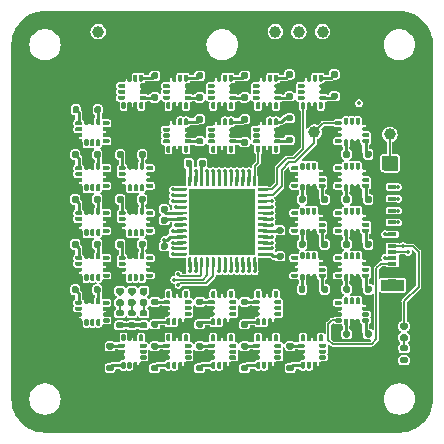
<source format=gbr>
G04 #@! TF.GenerationSoftware,KiCad,Pcbnew,(6.0.9)*
G04 #@! TF.CreationDate,2024-07-14T21:03:07-07:00*
G04 #@! TF.ProjectId,AccArray_QFN,41636341-7272-4617-995f-51464e2e6b69,rev?*
G04 #@! TF.SameCoordinates,Original*
G04 #@! TF.FileFunction,Copper,L1,Top*
G04 #@! TF.FilePolarity,Positive*
%FSLAX46Y46*%
G04 Gerber Fmt 4.6, Leading zero omitted, Abs format (unit mm)*
G04 Created by KiCad (PCBNEW (6.0.9)) date 2024-07-14 21:03:07*
%MOMM*%
%LPD*%
G01*
G04 APERTURE LIST*
G04 #@! TA.AperFunction,SMDPad,CuDef*
%ADD10R,5.600000X5.600000*%
G04 #@! TD*
G04 #@! TA.AperFunction,SMDPad,CuDef*
%ADD11C,1.000000*%
G04 #@! TD*
G04 #@! TA.AperFunction,SMDPad,CuDef*
%ADD12R,0.800000X0.300000*%
G04 #@! TD*
G04 #@! TA.AperFunction,SMDPad,CuDef*
%ADD13R,0.800000X0.400000*%
G04 #@! TD*
G04 #@! TA.AperFunction,ViaPad*
%ADD14C,0.350000*%
G04 #@! TD*
G04 #@! TA.AperFunction,Conductor*
%ADD15C,0.250000*%
G04 #@! TD*
G04 #@! TA.AperFunction,Conductor*
%ADD16C,0.127000*%
G04 #@! TD*
G04 #@! TA.AperFunction,Conductor*
%ADD17C,0.300000*%
G04 #@! TD*
G04 APERTURE END LIST*
G04 #@! TO.P,D1,1,K*
G04 #@! TO.N,FPGA_CDONE*
G04 #@! TA.AperFunction,SMDPad,CuDef*
G36*
G01*
X115227500Y-78545000D02*
X115572500Y-78545000D01*
G75*
G02*
X115720000Y-78692500I0J-147500D01*
G01*
X115720000Y-78987500D01*
G75*
G02*
X115572500Y-79135000I-147500J0D01*
G01*
X115227500Y-79135000D01*
G75*
G02*
X115080000Y-78987500I0J147500D01*
G01*
X115080000Y-78692500D01*
G75*
G02*
X115227500Y-78545000I147500J0D01*
G01*
G37*
G04 #@! TD.AperFunction*
G04 #@! TO.P,D1,2,A*
G04 #@! TO.N,Net-(D1-Pad2)*
G04 #@! TA.AperFunction,SMDPad,CuDef*
G36*
G01*
X115227500Y-79515000D02*
X115572500Y-79515000D01*
G75*
G02*
X115720000Y-79662500I0J-147500D01*
G01*
X115720000Y-79957500D01*
G75*
G02*
X115572500Y-80105000I-147500J0D01*
G01*
X115227500Y-80105000D01*
G75*
G02*
X115080000Y-79957500I0J147500D01*
G01*
X115080000Y-79662500D01*
G75*
G02*
X115227500Y-79515000I147500J0D01*
G01*
G37*
G04 #@! TD.AperFunction*
G04 #@! TD*
G04 #@! TO.P,R6,1*
G04 #@! TO.N,Net-(D4-Pad2)*
G04 #@! TA.AperFunction,SMDPad,CuDef*
G36*
G01*
X93165000Y-77470000D02*
X93535000Y-77470000D01*
G75*
G02*
X93670000Y-77605000I0J-135000D01*
G01*
X93670000Y-77875000D01*
G75*
G02*
X93535000Y-78010000I-135000J0D01*
G01*
X93165000Y-78010000D01*
G75*
G02*
X93030000Y-77875000I0J135000D01*
G01*
X93030000Y-77605000D01*
G75*
G02*
X93165000Y-77470000I135000J0D01*
G01*
G37*
G04 #@! TD.AperFunction*
G04 #@! TO.P,R6,2*
G04 #@! TO.N,+3V3*
G04 #@! TA.AperFunction,SMDPad,CuDef*
G36*
G01*
X93165000Y-78490000D02*
X93535000Y-78490000D01*
G75*
G02*
X93670000Y-78625000I0J-135000D01*
G01*
X93670000Y-78895000D01*
G75*
G02*
X93535000Y-79030000I-135000J0D01*
G01*
X93165000Y-79030000D01*
G75*
G02*
X93030000Y-78895000I0J135000D01*
G01*
X93030000Y-78625000D01*
G75*
G02*
X93165000Y-78490000I135000J0D01*
G01*
G37*
G04 #@! TD.AperFunction*
G04 #@! TD*
G04 #@! TO.P,R3,1*
G04 #@! TO.N,Net-(D1-Pad2)*
G04 #@! TA.AperFunction,SMDPad,CuDef*
G36*
G01*
X115215000Y-80420000D02*
X115585000Y-80420000D01*
G75*
G02*
X115720000Y-80555000I0J-135000D01*
G01*
X115720000Y-80825000D01*
G75*
G02*
X115585000Y-80960000I-135000J0D01*
G01*
X115215000Y-80960000D01*
G75*
G02*
X115080000Y-80825000I0J135000D01*
G01*
X115080000Y-80555000D01*
G75*
G02*
X115215000Y-80420000I135000J0D01*
G01*
G37*
G04 #@! TD.AperFunction*
G04 #@! TO.P,R3,2*
G04 #@! TO.N,+3V3*
G04 #@! TA.AperFunction,SMDPad,CuDef*
G36*
G01*
X115215000Y-81440000D02*
X115585000Y-81440000D01*
G75*
G02*
X115720000Y-81575000I0J-135000D01*
G01*
X115720000Y-81845000D01*
G75*
G02*
X115585000Y-81980000I-135000J0D01*
G01*
X115215000Y-81980000D01*
G75*
G02*
X115080000Y-81845000I0J135000D01*
G01*
X115080000Y-81575000D01*
G75*
G02*
X115215000Y-81440000I135000J0D01*
G01*
G37*
G04 #@! TD.AperFunction*
G04 #@! TD*
G04 #@! TO.P,U15,1,AP_SDO/AP_AD0*
G04 #@! TO.N,IMU_MISO15*
G04 #@! TA.AperFunction,SMDPad,CuDef*
G36*
G01*
X109527500Y-73137500D02*
X109527500Y-72962500D01*
G75*
G02*
X109615000Y-72875000I87500J0D01*
G01*
X110030000Y-72875000D01*
G75*
G02*
X110117500Y-72962500I0J-87500D01*
G01*
X110117500Y-73137500D01*
G75*
G02*
X110030000Y-73225000I-87500J0D01*
G01*
X109615000Y-73225000D01*
G75*
G02*
X109527500Y-73137500I0J87500D01*
G01*
G37*
G04 #@! TD.AperFunction*
G04 #@! TO.P,U15,2,RESV_2*
G04 #@! TO.N,GND*
G04 #@! TA.AperFunction,SMDPad,CuDef*
G36*
G01*
X109527500Y-73637500D02*
X109527500Y-73462500D01*
G75*
G02*
X109615000Y-73375000I87500J0D01*
G01*
X110030000Y-73375000D01*
G75*
G02*
X110117500Y-73462500I0J-87500D01*
G01*
X110117500Y-73637500D01*
G75*
G02*
X110030000Y-73725000I-87500J0D01*
G01*
X109615000Y-73725000D01*
G75*
G02*
X109527500Y-73637500I0J87500D01*
G01*
G37*
G04 #@! TD.AperFunction*
G04 #@! TO.P,U15,3,RESV_3*
G04 #@! TA.AperFunction,SMDPad,CuDef*
G36*
G01*
X109527500Y-74137500D02*
X109527500Y-73962500D01*
G75*
G02*
X109615000Y-73875000I87500J0D01*
G01*
X110030000Y-73875000D01*
G75*
G02*
X110117500Y-73962500I0J-87500D01*
G01*
X110117500Y-74137500D01*
G75*
G02*
X110030000Y-74225000I-87500J0D01*
G01*
X109615000Y-74225000D01*
G75*
G02*
X109527500Y-74137500I0J87500D01*
G01*
G37*
G04 #@! TD.AperFunction*
G04 #@! TO.P,U15,4,INT1/INT*
G04 #@! TO.N,unconnected-(U15-Pad4)*
G04 #@! TA.AperFunction,SMDPad,CuDef*
G36*
G01*
X109527500Y-74637500D02*
X109527500Y-74462500D01*
G75*
G02*
X109615000Y-74375000I87500J0D01*
G01*
X110030000Y-74375000D01*
G75*
G02*
X110117500Y-74462500I0J-87500D01*
G01*
X110117500Y-74637500D01*
G75*
G02*
X110030000Y-74725000I-87500J0D01*
G01*
X109615000Y-74725000D01*
G75*
G02*
X109527500Y-74637500I0J87500D01*
G01*
G37*
G04 #@! TD.AperFunction*
G04 #@! TO.P,U15,5,VDDIO*
G04 #@! TO.N,+3V3*
G04 #@! TA.AperFunction,SMDPad,CuDef*
G36*
G01*
X110575000Y-75010000D02*
X110400000Y-75010000D01*
G75*
G02*
X110312500Y-74922500I0J87500D01*
G01*
X110312500Y-74507500D01*
G75*
G02*
X110400000Y-74420000I87500J0D01*
G01*
X110575000Y-74420000D01*
G75*
G02*
X110662500Y-74507500I0J-87500D01*
G01*
X110662500Y-74922500D01*
G75*
G02*
X110575000Y-75010000I-87500J0D01*
G01*
G37*
G04 #@! TD.AperFunction*
G04 #@! TO.P,U15,6,GND*
G04 #@! TO.N,GND*
G04 #@! TA.AperFunction,SMDPad,CuDef*
G36*
G01*
X111075000Y-75010000D02*
X110900000Y-75010000D01*
G75*
G02*
X110812500Y-74922500I0J87500D01*
G01*
X110812500Y-74507500D01*
G75*
G02*
X110900000Y-74420000I87500J0D01*
G01*
X111075000Y-74420000D01*
G75*
G02*
X111162500Y-74507500I0J-87500D01*
G01*
X111162500Y-74922500D01*
G75*
G02*
X111075000Y-75010000I-87500J0D01*
G01*
G37*
G04 #@! TD.AperFunction*
G04 #@! TO.P,U15,7,RESV_7*
G04 #@! TA.AperFunction,SMDPad,CuDef*
G36*
G01*
X111575000Y-75010000D02*
X111400000Y-75010000D01*
G75*
G02*
X111312500Y-74922500I0J87500D01*
G01*
X111312500Y-74507500D01*
G75*
G02*
X111400000Y-74420000I87500J0D01*
G01*
X111575000Y-74420000D01*
G75*
G02*
X111662500Y-74507500I0J-87500D01*
G01*
X111662500Y-74922500D01*
G75*
G02*
X111575000Y-75010000I-87500J0D01*
G01*
G37*
G04 #@! TD.AperFunction*
G04 #@! TO.P,U15,8,VDD*
G04 #@! TO.N,+3V3*
G04 #@! TA.AperFunction,SMDPad,CuDef*
G36*
G01*
X112447500Y-74462500D02*
X112447500Y-74637500D01*
G75*
G02*
X112360000Y-74725000I-87500J0D01*
G01*
X111945000Y-74725000D01*
G75*
G02*
X111857500Y-74637500I0J87500D01*
G01*
X111857500Y-74462500D01*
G75*
G02*
X111945000Y-74375000I87500J0D01*
G01*
X112360000Y-74375000D01*
G75*
G02*
X112447500Y-74462500I0J-87500D01*
G01*
G37*
G04 #@! TD.AperFunction*
G04 #@! TO.P,U15,9,INT2/FSYNC/CLKIN*
G04 #@! TO.N,FSYNC*
G04 #@! TA.AperFunction,SMDPad,CuDef*
G36*
G01*
X112447500Y-73962500D02*
X112447500Y-74137500D01*
G75*
G02*
X112360000Y-74225000I-87500J0D01*
G01*
X111945000Y-74225000D01*
G75*
G02*
X111857500Y-74137500I0J87500D01*
G01*
X111857500Y-73962500D01*
G75*
G02*
X111945000Y-73875000I87500J0D01*
G01*
X112360000Y-73875000D01*
G75*
G02*
X112447500Y-73962500I0J-87500D01*
G01*
G37*
G04 #@! TD.AperFunction*
G04 #@! TO.P,U15,10,RESV_10*
G04 #@! TO.N,GND*
G04 #@! TA.AperFunction,SMDPad,CuDef*
G36*
G01*
X112447500Y-73462500D02*
X112447500Y-73637500D01*
G75*
G02*
X112360000Y-73725000I-87500J0D01*
G01*
X111945000Y-73725000D01*
G75*
G02*
X111857500Y-73637500I0J87500D01*
G01*
X111857500Y-73462500D01*
G75*
G02*
X111945000Y-73375000I87500J0D01*
G01*
X112360000Y-73375000D01*
G75*
G02*
X112447500Y-73462500I0J-87500D01*
G01*
G37*
G04 #@! TD.AperFunction*
G04 #@! TO.P,U15,11,RESV_11*
G04 #@! TA.AperFunction,SMDPad,CuDef*
G36*
G01*
X112447500Y-72962500D02*
X112447500Y-73137500D01*
G75*
G02*
X112360000Y-73225000I-87500J0D01*
G01*
X111945000Y-73225000D01*
G75*
G02*
X111857500Y-73137500I0J87500D01*
G01*
X111857500Y-72962500D01*
G75*
G02*
X111945000Y-72875000I87500J0D01*
G01*
X112360000Y-72875000D01*
G75*
G02*
X112447500Y-72962500I0J-87500D01*
G01*
G37*
G04 #@! TD.AperFunction*
G04 #@! TO.P,U15,12,AP_CS*
G04 #@! TO.N,IMU_CS*
G04 #@! TA.AperFunction,SMDPad,CuDef*
G36*
G01*
X111400000Y-72590000D02*
X111575000Y-72590000D01*
G75*
G02*
X111662500Y-72677500I0J-87500D01*
G01*
X111662500Y-73092500D01*
G75*
G02*
X111575000Y-73180000I-87500J0D01*
G01*
X111400000Y-73180000D01*
G75*
G02*
X111312500Y-73092500I0J87500D01*
G01*
X111312500Y-72677500D01*
G75*
G02*
X111400000Y-72590000I87500J0D01*
G01*
G37*
G04 #@! TD.AperFunction*
G04 #@! TO.P,U15,13,AP_SCL/AP_SCLK*
G04 #@! TO.N,FPGA_SCK*
G04 #@! TA.AperFunction,SMDPad,CuDef*
G36*
G01*
X110900000Y-72590000D02*
X111075000Y-72590000D01*
G75*
G02*
X111162500Y-72677500I0J-87500D01*
G01*
X111162500Y-73092500D01*
G75*
G02*
X111075000Y-73180000I-87500J0D01*
G01*
X110900000Y-73180000D01*
G75*
G02*
X110812500Y-73092500I0J87500D01*
G01*
X110812500Y-72677500D01*
G75*
G02*
X110900000Y-72590000I87500J0D01*
G01*
G37*
G04 #@! TD.AperFunction*
G04 #@! TO.P,U15,14,AP_SDA/AP_SDIO/AP_SDI*
G04 #@! TO.N,FPGA_SI*
G04 #@! TA.AperFunction,SMDPad,CuDef*
G36*
G01*
X110400000Y-72590000D02*
X110575000Y-72590000D01*
G75*
G02*
X110662500Y-72677500I0J-87500D01*
G01*
X110662500Y-73092500D01*
G75*
G02*
X110575000Y-73180000I-87500J0D01*
G01*
X110400000Y-73180000D01*
G75*
G02*
X110312500Y-73092500I0J87500D01*
G01*
X110312500Y-72677500D01*
G75*
G02*
X110400000Y-72590000I87500J0D01*
G01*
G37*
G04 #@! TD.AperFunction*
G04 #@! TD*
G04 #@! TO.P,D4,1,K*
G04 #@! TO.N,FPGA_LED_B*
G04 #@! TA.AperFunction,SMDPad,CuDef*
G36*
G01*
X93177500Y-75570000D02*
X93522500Y-75570000D01*
G75*
G02*
X93670000Y-75717500I0J-147500D01*
G01*
X93670000Y-76012500D01*
G75*
G02*
X93522500Y-76160000I-147500J0D01*
G01*
X93177500Y-76160000D01*
G75*
G02*
X93030000Y-76012500I0J147500D01*
G01*
X93030000Y-75717500D01*
G75*
G02*
X93177500Y-75570000I147500J0D01*
G01*
G37*
G04 #@! TD.AperFunction*
G04 #@! TO.P,D4,2,A*
G04 #@! TO.N,Net-(D4-Pad2)*
G04 #@! TA.AperFunction,SMDPad,CuDef*
G36*
G01*
X93177500Y-76540000D02*
X93522500Y-76540000D01*
G75*
G02*
X93670000Y-76687500I0J-147500D01*
G01*
X93670000Y-76982500D01*
G75*
G02*
X93522500Y-77130000I-147500J0D01*
G01*
X93177500Y-77130000D01*
G75*
G02*
X93030000Y-76982500I0J147500D01*
G01*
X93030000Y-76687500D01*
G75*
G02*
X93177500Y-76540000I147500J0D01*
G01*
G37*
G04 #@! TD.AperFunction*
G04 #@! TD*
G04 #@! TO.P,U33,1,VCCIO_2*
G04 #@! TO.N,+3V3*
G04 #@! TA.AperFunction,SMDPad,CuDef*
G36*
G01*
X103875000Y-72687500D02*
X103875000Y-72812500D01*
G75*
G02*
X103812500Y-72875000I-62500J0D01*
G01*
X103062500Y-72875000D01*
G75*
G02*
X103000000Y-72812500I0J62500D01*
G01*
X103000000Y-72687500D01*
G75*
G02*
X103062500Y-72625000I62500J0D01*
G01*
X103812500Y-72625000D01*
G75*
G02*
X103875000Y-72687500I0J-62500D01*
G01*
G37*
G04 #@! TD.AperFunction*
G04 #@! TO.P,U33,2,IOB_6a*
G04 #@! TO.N,IMU_MISO11*
G04 #@! TA.AperFunction,SMDPad,CuDef*
G36*
G01*
X103875000Y-72187500D02*
X103875000Y-72312500D01*
G75*
G02*
X103812500Y-72375000I-62500J0D01*
G01*
X103062500Y-72375000D01*
G75*
G02*
X103000000Y-72312500I0J62500D01*
G01*
X103000000Y-72187500D01*
G75*
G02*
X103062500Y-72125000I62500J0D01*
G01*
X103812500Y-72125000D01*
G75*
G02*
X103875000Y-72187500I0J-62500D01*
G01*
G37*
G04 #@! TD.AperFunction*
G04 #@! TO.P,U33,3,IOB_9b*
G04 #@! TO.N,IMU_MISO15*
G04 #@! TA.AperFunction,SMDPad,CuDef*
G36*
G01*
X103875000Y-71687500D02*
X103875000Y-71812500D01*
G75*
G02*
X103812500Y-71875000I-62500J0D01*
G01*
X103062500Y-71875000D01*
G75*
G02*
X103000000Y-71812500I0J62500D01*
G01*
X103000000Y-71687500D01*
G75*
G02*
X103062500Y-71625000I62500J0D01*
G01*
X103812500Y-71625000D01*
G75*
G02*
X103875000Y-71687500I0J-62500D01*
G01*
G37*
G04 #@! TD.AperFunction*
G04 #@! TO.P,U33,4,IOB_8a*
G04 #@! TO.N,IMU_MISO10*
G04 #@! TA.AperFunction,SMDPad,CuDef*
G36*
G01*
X103875000Y-71187500D02*
X103875000Y-71312500D01*
G75*
G02*
X103812500Y-71375000I-62500J0D01*
G01*
X103062500Y-71375000D01*
G75*
G02*
X103000000Y-71312500I0J62500D01*
G01*
X103000000Y-71187500D01*
G75*
G02*
X103062500Y-71125000I62500J0D01*
G01*
X103812500Y-71125000D01*
G75*
G02*
X103875000Y-71187500I0J-62500D01*
G01*
G37*
G04 #@! TD.AperFunction*
G04 #@! TO.P,U33,5,VCC*
G04 #@! TO.N,+1V2*
G04 #@! TA.AperFunction,SMDPad,CuDef*
G36*
G01*
X103875000Y-70687500D02*
X103875000Y-70812500D01*
G75*
G02*
X103812500Y-70875000I-62500J0D01*
G01*
X103062500Y-70875000D01*
G75*
G02*
X103000000Y-70812500I0J62500D01*
G01*
X103000000Y-70687500D01*
G75*
G02*
X103062500Y-70625000I62500J0D01*
G01*
X103812500Y-70625000D01*
G75*
G02*
X103875000Y-70687500I0J-62500D01*
G01*
G37*
G04 #@! TD.AperFunction*
G04 #@! TO.P,U33,6,IOB_13b*
G04 #@! TO.N,IMU_MISO14*
G04 #@! TA.AperFunction,SMDPad,CuDef*
G36*
G01*
X103875000Y-70187500D02*
X103875000Y-70312500D01*
G75*
G02*
X103812500Y-70375000I-62500J0D01*
G01*
X103062500Y-70375000D01*
G75*
G02*
X103000000Y-70312500I0J62500D01*
G01*
X103000000Y-70187500D01*
G75*
G02*
X103062500Y-70125000I62500J0D01*
G01*
X103812500Y-70125000D01*
G75*
G02*
X103875000Y-70187500I0J-62500D01*
G01*
G37*
G04 #@! TD.AperFunction*
G04 #@! TO.P,U33,7,CDONE*
G04 #@! TO.N,FPGA_CDONE*
G04 #@! TA.AperFunction,SMDPad,CuDef*
G36*
G01*
X103875000Y-69687500D02*
X103875000Y-69812500D01*
G75*
G02*
X103812500Y-69875000I-62500J0D01*
G01*
X103062500Y-69875000D01*
G75*
G02*
X103000000Y-69812500I0J62500D01*
G01*
X103000000Y-69687500D01*
G75*
G02*
X103062500Y-69625000I62500J0D01*
G01*
X103812500Y-69625000D01*
G75*
G02*
X103875000Y-69687500I0J-62500D01*
G01*
G37*
G04 #@! TD.AperFunction*
G04 #@! TO.P,U33,8,~{CRESET}*
G04 #@! TO.N,FPGA_RST*
G04 #@! TA.AperFunction,SMDPad,CuDef*
G36*
G01*
X103875000Y-69187500D02*
X103875000Y-69312500D01*
G75*
G02*
X103812500Y-69375000I-62500J0D01*
G01*
X103062500Y-69375000D01*
G75*
G02*
X103000000Y-69312500I0J62500D01*
G01*
X103000000Y-69187500D01*
G75*
G02*
X103062500Y-69125000I62500J0D01*
G01*
X103812500Y-69125000D01*
G75*
G02*
X103875000Y-69187500I0J-62500D01*
G01*
G37*
G04 #@! TD.AperFunction*
G04 #@! TO.P,U33,9,IOB_16a*
G04 #@! TO.N,IMU_MISO9*
G04 #@! TA.AperFunction,SMDPad,CuDef*
G36*
G01*
X103875000Y-68687500D02*
X103875000Y-68812500D01*
G75*
G02*
X103812500Y-68875000I-62500J0D01*
G01*
X103062500Y-68875000D01*
G75*
G02*
X103000000Y-68812500I0J62500D01*
G01*
X103000000Y-68687500D01*
G75*
G02*
X103062500Y-68625000I62500J0D01*
G01*
X103812500Y-68625000D01*
G75*
G02*
X103875000Y-68687500I0J-62500D01*
G01*
G37*
G04 #@! TD.AperFunction*
G04 #@! TO.P,U33,10,IOB_18a*
G04 #@! TO.N,IMU_MISO13*
G04 #@! TA.AperFunction,SMDPad,CuDef*
G36*
G01*
X103875000Y-68187500D02*
X103875000Y-68312500D01*
G75*
G02*
X103812500Y-68375000I-62500J0D01*
G01*
X103062500Y-68375000D01*
G75*
G02*
X103000000Y-68312500I0J62500D01*
G01*
X103000000Y-68187500D01*
G75*
G02*
X103062500Y-68125000I62500J0D01*
G01*
X103812500Y-68125000D01*
G75*
G02*
X103875000Y-68187500I0J-62500D01*
G01*
G37*
G04 #@! TD.AperFunction*
G04 #@! TO.P,U33,11,IOB_20a*
G04 #@! TO.N,IMU_MISO12*
G04 #@! TA.AperFunction,SMDPad,CuDef*
G36*
G01*
X103875000Y-67687500D02*
X103875000Y-67812500D01*
G75*
G02*
X103812500Y-67875000I-62500J0D01*
G01*
X103062500Y-67875000D01*
G75*
G02*
X103000000Y-67812500I0J62500D01*
G01*
X103000000Y-67687500D01*
G75*
G02*
X103062500Y-67625000I62500J0D01*
G01*
X103812500Y-67625000D01*
G75*
G02*
X103875000Y-67687500I0J-62500D01*
G01*
G37*
G04 #@! TD.AperFunction*
G04 #@! TO.P,U33,12,IOB_22b*
G04 #@! TO.N,IMU_MISO8*
G04 #@! TA.AperFunction,SMDPad,CuDef*
G36*
G01*
X103875000Y-67187500D02*
X103875000Y-67312500D01*
G75*
G02*
X103812500Y-67375000I-62500J0D01*
G01*
X103062500Y-67375000D01*
G75*
G02*
X103000000Y-67312500I0J62500D01*
G01*
X103000000Y-67187500D01*
G75*
G02*
X103062500Y-67125000I62500J0D01*
G01*
X103812500Y-67125000D01*
G75*
G02*
X103875000Y-67187500I0J-62500D01*
G01*
G37*
G04 #@! TD.AperFunction*
G04 #@! TO.P,U33,13,IOB_24a*
G04 #@! TO.N,IMU_MISO3*
G04 #@! TA.AperFunction,SMDPad,CuDef*
G36*
G01*
X102875000Y-66187500D02*
X102875000Y-66937500D01*
G75*
G02*
X102812500Y-67000000I-62500J0D01*
G01*
X102687500Y-67000000D01*
G75*
G02*
X102625000Y-66937500I0J62500D01*
G01*
X102625000Y-66187500D01*
G75*
G02*
X102687500Y-66125000I62500J0D01*
G01*
X102812500Y-66125000D01*
G75*
G02*
X102875000Y-66187500I0J-62500D01*
G01*
G37*
G04 #@! TD.AperFunction*
G04 #@! TO.P,U33,14,IOB_32a_SPI_SO*
G04 #@! TO.N,FPGA_SO*
G04 #@! TA.AperFunction,SMDPad,CuDef*
G36*
G01*
X102375000Y-66187500D02*
X102375000Y-66937500D01*
G75*
G02*
X102312500Y-67000000I-62500J0D01*
G01*
X102187500Y-67000000D01*
G75*
G02*
X102125000Y-66937500I0J62500D01*
G01*
X102125000Y-66187500D01*
G75*
G02*
X102187500Y-66125000I62500J0D01*
G01*
X102312500Y-66125000D01*
G75*
G02*
X102375000Y-66187500I0J-62500D01*
G01*
G37*
G04 #@! TD.AperFunction*
G04 #@! TO.P,U33,15,IOB_34a_SPI_SCK*
G04 #@! TO.N,FPGA_SCK*
G04 #@! TA.AperFunction,SMDPad,CuDef*
G36*
G01*
X101875000Y-66187500D02*
X101875000Y-66937500D01*
G75*
G02*
X101812500Y-67000000I-62500J0D01*
G01*
X101687500Y-67000000D01*
G75*
G02*
X101625000Y-66937500I0J62500D01*
G01*
X101625000Y-66187500D01*
G75*
G02*
X101687500Y-66125000I62500J0D01*
G01*
X101812500Y-66125000D01*
G75*
G02*
X101875000Y-66187500I0J-62500D01*
G01*
G37*
G04 #@! TD.AperFunction*
G04 #@! TO.P,U33,16,IOB_35b_SPI_SS*
G04 #@! TO.N,FPGA_CS*
G04 #@! TA.AperFunction,SMDPad,CuDef*
G36*
G01*
X101375000Y-66187500D02*
X101375000Y-66937500D01*
G75*
G02*
X101312500Y-67000000I-62500J0D01*
G01*
X101187500Y-67000000D01*
G75*
G02*
X101125000Y-66937500I0J62500D01*
G01*
X101125000Y-66187500D01*
G75*
G02*
X101187500Y-66125000I62500J0D01*
G01*
X101312500Y-66125000D01*
G75*
G02*
X101375000Y-66187500I0J-62500D01*
G01*
G37*
G04 #@! TD.AperFunction*
G04 #@! TO.P,U33,17,IOB_33b_SPI_SI*
G04 #@! TO.N,FPGA_SI*
G04 #@! TA.AperFunction,SMDPad,CuDef*
G36*
G01*
X100875000Y-66187500D02*
X100875000Y-66937500D01*
G75*
G02*
X100812500Y-67000000I-62500J0D01*
G01*
X100687500Y-67000000D01*
G75*
G02*
X100625000Y-66937500I0J62500D01*
G01*
X100625000Y-66187500D01*
G75*
G02*
X100687500Y-66125000I62500J0D01*
G01*
X100812500Y-66125000D01*
G75*
G02*
X100875000Y-66187500I0J-62500D01*
G01*
G37*
G04 #@! TD.AperFunction*
G04 #@! TO.P,U33,18,IOB_31b*
G04 #@! TO.N,IMU_MISO7*
G04 #@! TA.AperFunction,SMDPad,CuDef*
G36*
G01*
X100375000Y-66187500D02*
X100375000Y-66937500D01*
G75*
G02*
X100312500Y-67000000I-62500J0D01*
G01*
X100187500Y-67000000D01*
G75*
G02*
X100125000Y-66937500I0J62500D01*
G01*
X100125000Y-66187500D01*
G75*
G02*
X100187500Y-66125000I62500J0D01*
G01*
X100312500Y-66125000D01*
G75*
G02*
X100375000Y-66187500I0J-62500D01*
G01*
G37*
G04 #@! TD.AperFunction*
G04 #@! TO.P,U33,19,IOB_29b*
G04 #@! TO.N,IMU_MISO2*
G04 #@! TA.AperFunction,SMDPad,CuDef*
G36*
G01*
X99875000Y-66187500D02*
X99875000Y-66937500D01*
G75*
G02*
X99812500Y-67000000I-62500J0D01*
G01*
X99687500Y-67000000D01*
G75*
G02*
X99625000Y-66937500I0J62500D01*
G01*
X99625000Y-66187500D01*
G75*
G02*
X99687500Y-66125000I62500J0D01*
G01*
X99812500Y-66125000D01*
G75*
G02*
X99875000Y-66187500I0J-62500D01*
G01*
G37*
G04 #@! TD.AperFunction*
G04 #@! TO.P,U33,20,IOB_25b_G3*
G04 #@! TO.N,IMU_MISO6*
G04 #@! TA.AperFunction,SMDPad,CuDef*
G36*
G01*
X99375000Y-66187500D02*
X99375000Y-66937500D01*
G75*
G02*
X99312500Y-67000000I-62500J0D01*
G01*
X99187500Y-67000000D01*
G75*
G02*
X99125000Y-66937500I0J62500D01*
G01*
X99125000Y-66187500D01*
G75*
G02*
X99187500Y-66125000I62500J0D01*
G01*
X99312500Y-66125000D01*
G75*
G02*
X99375000Y-66187500I0J-62500D01*
G01*
G37*
G04 #@! TD.AperFunction*
G04 #@! TO.P,U33,21,IOB_23b*
G04 #@! TO.N,IMU_MISO1*
G04 #@! TA.AperFunction,SMDPad,CuDef*
G36*
G01*
X98875000Y-66187500D02*
X98875000Y-66937500D01*
G75*
G02*
X98812500Y-67000000I-62500J0D01*
G01*
X98687500Y-67000000D01*
G75*
G02*
X98625000Y-66937500I0J62500D01*
G01*
X98625000Y-66187500D01*
G75*
G02*
X98687500Y-66125000I62500J0D01*
G01*
X98812500Y-66125000D01*
G75*
G02*
X98875000Y-66187500I0J-62500D01*
G01*
G37*
G04 #@! TD.AperFunction*
G04 #@! TO.P,U33,22,SPI_VCCIO1*
G04 #@! TO.N,+3V3*
G04 #@! TA.AperFunction,SMDPad,CuDef*
G36*
G01*
X98375000Y-66187500D02*
X98375000Y-66937500D01*
G75*
G02*
X98312500Y-67000000I-62500J0D01*
G01*
X98187500Y-67000000D01*
G75*
G02*
X98125000Y-66937500I0J62500D01*
G01*
X98125000Y-66187500D01*
G75*
G02*
X98187500Y-66125000I62500J0D01*
G01*
X98312500Y-66125000D01*
G75*
G02*
X98375000Y-66187500I0J-62500D01*
G01*
G37*
G04 #@! TD.AperFunction*
G04 #@! TO.P,U33,23,IOT_37a*
G04 #@! TO.N,IMU_MISO5*
G04 #@! TA.AperFunction,SMDPad,CuDef*
G36*
G01*
X97875000Y-66187500D02*
X97875000Y-66937500D01*
G75*
G02*
X97812500Y-67000000I-62500J0D01*
G01*
X97687500Y-67000000D01*
G75*
G02*
X97625000Y-66937500I0J62500D01*
G01*
X97625000Y-66187500D01*
G75*
G02*
X97687500Y-66125000I62500J0D01*
G01*
X97812500Y-66125000D01*
G75*
G02*
X97875000Y-66187500I0J-62500D01*
G01*
G37*
G04 #@! TD.AperFunction*
G04 #@! TO.P,U33,24,VPP_2V5*
G04 #@! TO.N,+3V3*
G04 #@! TA.AperFunction,SMDPad,CuDef*
G36*
G01*
X97375000Y-66187500D02*
X97375000Y-66937500D01*
G75*
G02*
X97312500Y-67000000I-62500J0D01*
G01*
X97187500Y-67000000D01*
G75*
G02*
X97125000Y-66937500I0J62500D01*
G01*
X97125000Y-66187500D01*
G75*
G02*
X97187500Y-66125000I62500J0D01*
G01*
X97312500Y-66125000D01*
G75*
G02*
X97375000Y-66187500I0J-62500D01*
G01*
G37*
G04 #@! TD.AperFunction*
G04 #@! TO.P,U33,25,IOT_36b*
G04 #@! TO.N,IMU_MISO4*
G04 #@! TA.AperFunction,SMDPad,CuDef*
G36*
G01*
X97000000Y-67187500D02*
X97000000Y-67312500D01*
G75*
G02*
X96937500Y-67375000I-62500J0D01*
G01*
X96187500Y-67375000D01*
G75*
G02*
X96125000Y-67312500I0J62500D01*
G01*
X96125000Y-67187500D01*
G75*
G02*
X96187500Y-67125000I62500J0D01*
G01*
X96937500Y-67125000D01*
G75*
G02*
X97000000Y-67187500I0J-62500D01*
G01*
G37*
G04 #@! TD.AperFunction*
G04 #@! TO.P,U33,26,IOT_39a*
G04 #@! TO.N,IMU_MISO32*
G04 #@! TA.AperFunction,SMDPad,CuDef*
G36*
G01*
X97000000Y-67687500D02*
X97000000Y-67812500D01*
G75*
G02*
X96937500Y-67875000I-62500J0D01*
G01*
X96187500Y-67875000D01*
G75*
G02*
X96125000Y-67812500I0J62500D01*
G01*
X96125000Y-67687500D01*
G75*
G02*
X96187500Y-67625000I62500J0D01*
G01*
X96937500Y-67625000D01*
G75*
G02*
X97000000Y-67687500I0J-62500D01*
G01*
G37*
G04 #@! TD.AperFunction*
G04 #@! TO.P,U33,27,IOT_38b*
G04 #@! TO.N,IMU_MISO27*
G04 #@! TA.AperFunction,SMDPad,CuDef*
G36*
G01*
X97000000Y-68187500D02*
X97000000Y-68312500D01*
G75*
G02*
X96937500Y-68375000I-62500J0D01*
G01*
X96187500Y-68375000D01*
G75*
G02*
X96125000Y-68312500I0J62500D01*
G01*
X96125000Y-68187500D01*
G75*
G02*
X96187500Y-68125000I62500J0D01*
G01*
X96937500Y-68125000D01*
G75*
G02*
X97000000Y-68187500I0J-62500D01*
G01*
G37*
G04 #@! TD.AperFunction*
G04 #@! TO.P,U33,28,IOT_41a*
G04 #@! TO.N,IMU_MISO31*
G04 #@! TA.AperFunction,SMDPad,CuDef*
G36*
G01*
X97000000Y-68687500D02*
X97000000Y-68812500D01*
G75*
G02*
X96937500Y-68875000I-62500J0D01*
G01*
X96187500Y-68875000D01*
G75*
G02*
X96125000Y-68812500I0J62500D01*
G01*
X96125000Y-68687500D01*
G75*
G02*
X96187500Y-68625000I62500J0D01*
G01*
X96937500Y-68625000D01*
G75*
G02*
X97000000Y-68687500I0J-62500D01*
G01*
G37*
G04 #@! TD.AperFunction*
G04 #@! TO.P,U33,29,VCCPLL*
G04 #@! TO.N,+1V2*
G04 #@! TA.AperFunction,SMDPad,CuDef*
G36*
G01*
X97000000Y-69187500D02*
X97000000Y-69312500D01*
G75*
G02*
X96937500Y-69375000I-62500J0D01*
G01*
X96187500Y-69375000D01*
G75*
G02*
X96125000Y-69312500I0J62500D01*
G01*
X96125000Y-69187500D01*
G75*
G02*
X96187500Y-69125000I62500J0D01*
G01*
X96937500Y-69125000D01*
G75*
G02*
X97000000Y-69187500I0J-62500D01*
G01*
G37*
G04 #@! TD.AperFunction*
G04 #@! TO.P,U33,30,VCC*
G04 #@! TA.AperFunction,SMDPad,CuDef*
G36*
G01*
X97000000Y-69687500D02*
X97000000Y-69812500D01*
G75*
G02*
X96937500Y-69875000I-62500J0D01*
G01*
X96187500Y-69875000D01*
G75*
G02*
X96125000Y-69812500I0J62500D01*
G01*
X96125000Y-69687500D01*
G75*
G02*
X96187500Y-69625000I62500J0D01*
G01*
X96937500Y-69625000D01*
G75*
G02*
X97000000Y-69687500I0J-62500D01*
G01*
G37*
G04 #@! TD.AperFunction*
G04 #@! TO.P,U33,31,IOT_42b*
G04 #@! TO.N,IMU_MISO26*
G04 #@! TA.AperFunction,SMDPad,CuDef*
G36*
G01*
X97000000Y-70187500D02*
X97000000Y-70312500D01*
G75*
G02*
X96937500Y-70375000I-62500J0D01*
G01*
X96187500Y-70375000D01*
G75*
G02*
X96125000Y-70312500I0J62500D01*
G01*
X96125000Y-70187500D01*
G75*
G02*
X96187500Y-70125000I62500J0D01*
G01*
X96937500Y-70125000D01*
G75*
G02*
X97000000Y-70187500I0J-62500D01*
G01*
G37*
G04 #@! TD.AperFunction*
G04 #@! TO.P,U33,32,IOT_43a*
G04 #@! TO.N,IMU_MISO30*
G04 #@! TA.AperFunction,SMDPad,CuDef*
G36*
G01*
X97000000Y-70687500D02*
X97000000Y-70812500D01*
G75*
G02*
X96937500Y-70875000I-62500J0D01*
G01*
X96187500Y-70875000D01*
G75*
G02*
X96125000Y-70812500I0J62500D01*
G01*
X96125000Y-70687500D01*
G75*
G02*
X96187500Y-70625000I62500J0D01*
G01*
X96937500Y-70625000D01*
G75*
G02*
X97000000Y-70687500I0J-62500D01*
G01*
G37*
G04 #@! TD.AperFunction*
G04 #@! TO.P,U33,33,VCCIO_0*
G04 #@! TO.N,+3V3*
G04 #@! TA.AperFunction,SMDPad,CuDef*
G36*
G01*
X97000000Y-71187500D02*
X97000000Y-71312500D01*
G75*
G02*
X96937500Y-71375000I-62500J0D01*
G01*
X96187500Y-71375000D01*
G75*
G02*
X96125000Y-71312500I0J62500D01*
G01*
X96125000Y-71187500D01*
G75*
G02*
X96187500Y-71125000I62500J0D01*
G01*
X96937500Y-71125000D01*
G75*
G02*
X97000000Y-71187500I0J-62500D01*
G01*
G37*
G04 #@! TD.AperFunction*
G04 #@! TO.P,U33,34,IOT_44b*
G04 #@! TO.N,IMU_MISO25*
G04 #@! TA.AperFunction,SMDPad,CuDef*
G36*
G01*
X97000000Y-71687500D02*
X97000000Y-71812500D01*
G75*
G02*
X96937500Y-71875000I-62500J0D01*
G01*
X96187500Y-71875000D01*
G75*
G02*
X96125000Y-71812500I0J62500D01*
G01*
X96125000Y-71687500D01*
G75*
G02*
X96187500Y-71625000I62500J0D01*
G01*
X96937500Y-71625000D01*
G75*
G02*
X97000000Y-71687500I0J-62500D01*
G01*
G37*
G04 #@! TD.AperFunction*
G04 #@! TO.P,U33,35,IOT_46b_G0*
G04 #@! TO.N,IMU_MISO29*
G04 #@! TA.AperFunction,SMDPad,CuDef*
G36*
G01*
X97000000Y-72187500D02*
X97000000Y-72312500D01*
G75*
G02*
X96937500Y-72375000I-62500J0D01*
G01*
X96187500Y-72375000D01*
G75*
G02*
X96125000Y-72312500I0J62500D01*
G01*
X96125000Y-72187500D01*
G75*
G02*
X96187500Y-72125000I62500J0D01*
G01*
X96937500Y-72125000D01*
G75*
G02*
X97000000Y-72187500I0J-62500D01*
G01*
G37*
G04 #@! TD.AperFunction*
G04 #@! TO.P,U33,36,IOT_48b*
G04 #@! TO.N,IMU_MISO28*
G04 #@! TA.AperFunction,SMDPad,CuDef*
G36*
G01*
X97000000Y-72687500D02*
X97000000Y-72812500D01*
G75*
G02*
X96937500Y-72875000I-62500J0D01*
G01*
X96187500Y-72875000D01*
G75*
G02*
X96125000Y-72812500I0J62500D01*
G01*
X96125000Y-72687500D01*
G75*
G02*
X96187500Y-72625000I62500J0D01*
G01*
X96937500Y-72625000D01*
G75*
G02*
X97000000Y-72687500I0J-62500D01*
G01*
G37*
G04 #@! TD.AperFunction*
G04 #@! TO.P,U33,37,IOT_45a_G1*
G04 #@! TO.N,IMU_MISO24*
G04 #@! TA.AperFunction,SMDPad,CuDef*
G36*
G01*
X97375000Y-73062500D02*
X97375000Y-73812500D01*
G75*
G02*
X97312500Y-73875000I-62500J0D01*
G01*
X97187500Y-73875000D01*
G75*
G02*
X97125000Y-73812500I0J62500D01*
G01*
X97125000Y-73062500D01*
G75*
G02*
X97187500Y-73000000I62500J0D01*
G01*
X97312500Y-73000000D01*
G75*
G02*
X97375000Y-73062500I0J-62500D01*
G01*
G37*
G04 #@! TD.AperFunction*
G04 #@! TO.P,U33,38,IOT_50b*
G04 #@! TO.N,IMU_MISO19*
G04 #@! TA.AperFunction,SMDPad,CuDef*
G36*
G01*
X97875000Y-73062500D02*
X97875000Y-73812500D01*
G75*
G02*
X97812500Y-73875000I-62500J0D01*
G01*
X97687500Y-73875000D01*
G75*
G02*
X97625000Y-73812500I0J62500D01*
G01*
X97625000Y-73062500D01*
G75*
G02*
X97687500Y-73000000I62500J0D01*
G01*
X97812500Y-73000000D01*
G75*
G02*
X97875000Y-73062500I0J-62500D01*
G01*
G37*
G04 #@! TD.AperFunction*
G04 #@! TO.P,U33,39,RGB0*
G04 #@! TO.N,FPGA_LED_B*
G04 #@! TA.AperFunction,SMDPad,CuDef*
G36*
G01*
X98375000Y-73062500D02*
X98375000Y-73812500D01*
G75*
G02*
X98312500Y-73875000I-62500J0D01*
G01*
X98187500Y-73875000D01*
G75*
G02*
X98125000Y-73812500I0J62500D01*
G01*
X98125000Y-73062500D01*
G75*
G02*
X98187500Y-73000000I62500J0D01*
G01*
X98312500Y-73000000D01*
G75*
G02*
X98375000Y-73062500I0J-62500D01*
G01*
G37*
G04 #@! TD.AperFunction*
G04 #@! TO.P,U33,40,RGB1*
G04 #@! TO.N,FPGA_LED_G*
G04 #@! TA.AperFunction,SMDPad,CuDef*
G36*
G01*
X98875000Y-73062500D02*
X98875000Y-73812500D01*
G75*
G02*
X98812500Y-73875000I-62500J0D01*
G01*
X98687500Y-73875000D01*
G75*
G02*
X98625000Y-73812500I0J62500D01*
G01*
X98625000Y-73062500D01*
G75*
G02*
X98687500Y-73000000I62500J0D01*
G01*
X98812500Y-73000000D01*
G75*
G02*
X98875000Y-73062500I0J-62500D01*
G01*
G37*
G04 #@! TD.AperFunction*
G04 #@! TO.P,U33,41,RGB2*
G04 #@! TO.N,FPGA_LED_R*
G04 #@! TA.AperFunction,SMDPad,CuDef*
G36*
G01*
X99375000Y-73062500D02*
X99375000Y-73812500D01*
G75*
G02*
X99312500Y-73875000I-62500J0D01*
G01*
X99187500Y-73875000D01*
G75*
G02*
X99125000Y-73812500I0J62500D01*
G01*
X99125000Y-73062500D01*
G75*
G02*
X99187500Y-73000000I62500J0D01*
G01*
X99312500Y-73000000D01*
G75*
G02*
X99375000Y-73062500I0J-62500D01*
G01*
G37*
G04 #@! TD.AperFunction*
G04 #@! TO.P,U33,42,IOT_51a*
G04 #@! TO.N,IMU_MISO23*
G04 #@! TA.AperFunction,SMDPad,CuDef*
G36*
G01*
X99875000Y-73062500D02*
X99875000Y-73812500D01*
G75*
G02*
X99812500Y-73875000I-62500J0D01*
G01*
X99687500Y-73875000D01*
G75*
G02*
X99625000Y-73812500I0J62500D01*
G01*
X99625000Y-73062500D01*
G75*
G02*
X99687500Y-73000000I62500J0D01*
G01*
X99812500Y-73000000D01*
G75*
G02*
X99875000Y-73062500I0J-62500D01*
G01*
G37*
G04 #@! TD.AperFunction*
G04 #@! TO.P,U33,43,IOT_49a*
G04 #@! TO.N,IMU_MISO18*
G04 #@! TA.AperFunction,SMDPad,CuDef*
G36*
G01*
X100375000Y-73062500D02*
X100375000Y-73812500D01*
G75*
G02*
X100312500Y-73875000I-62500J0D01*
G01*
X100187500Y-73875000D01*
G75*
G02*
X100125000Y-73812500I0J62500D01*
G01*
X100125000Y-73062500D01*
G75*
G02*
X100187500Y-73000000I62500J0D01*
G01*
X100312500Y-73000000D01*
G75*
G02*
X100375000Y-73062500I0J-62500D01*
G01*
G37*
G04 #@! TD.AperFunction*
G04 #@! TO.P,U33,44,IOB_3b_G6*
G04 #@! TO.N,IMU_MISO22*
G04 #@! TA.AperFunction,SMDPad,CuDef*
G36*
G01*
X100875000Y-73062500D02*
X100875000Y-73812500D01*
G75*
G02*
X100812500Y-73875000I-62500J0D01*
G01*
X100687500Y-73875000D01*
G75*
G02*
X100625000Y-73812500I0J62500D01*
G01*
X100625000Y-73062500D01*
G75*
G02*
X100687500Y-73000000I62500J0D01*
G01*
X100812500Y-73000000D01*
G75*
G02*
X100875000Y-73062500I0J-62500D01*
G01*
G37*
G04 #@! TD.AperFunction*
G04 #@! TO.P,U33,45,IOB_5b*
G04 #@! TO.N,IMU_MISO17*
G04 #@! TA.AperFunction,SMDPad,CuDef*
G36*
G01*
X101375000Y-73062500D02*
X101375000Y-73812500D01*
G75*
G02*
X101312500Y-73875000I-62500J0D01*
G01*
X101187500Y-73875000D01*
G75*
G02*
X101125000Y-73812500I0J62500D01*
G01*
X101125000Y-73062500D01*
G75*
G02*
X101187500Y-73000000I62500J0D01*
G01*
X101312500Y-73000000D01*
G75*
G02*
X101375000Y-73062500I0J-62500D01*
G01*
G37*
G04 #@! TD.AperFunction*
G04 #@! TO.P,U33,46,IOB_0a*
G04 #@! TO.N,IMU_MISO21*
G04 #@! TA.AperFunction,SMDPad,CuDef*
G36*
G01*
X101875000Y-73062500D02*
X101875000Y-73812500D01*
G75*
G02*
X101812500Y-73875000I-62500J0D01*
G01*
X101687500Y-73875000D01*
G75*
G02*
X101625000Y-73812500I0J62500D01*
G01*
X101625000Y-73062500D01*
G75*
G02*
X101687500Y-73000000I62500J0D01*
G01*
X101812500Y-73000000D01*
G75*
G02*
X101875000Y-73062500I0J-62500D01*
G01*
G37*
G04 #@! TD.AperFunction*
G04 #@! TO.P,U33,47,IOB_2a*
G04 #@! TO.N,IMU_MISO20*
G04 #@! TA.AperFunction,SMDPad,CuDef*
G36*
G01*
X102375000Y-73062500D02*
X102375000Y-73812500D01*
G75*
G02*
X102312500Y-73875000I-62500J0D01*
G01*
X102187500Y-73875000D01*
G75*
G02*
X102125000Y-73812500I0J62500D01*
G01*
X102125000Y-73062500D01*
G75*
G02*
X102187500Y-73000000I62500J0D01*
G01*
X102312500Y-73000000D01*
G75*
G02*
X102375000Y-73062500I0J-62500D01*
G01*
G37*
G04 #@! TD.AperFunction*
G04 #@! TO.P,U33,48,IOB_4a*
G04 #@! TO.N,IMU_MISO16*
G04 #@! TA.AperFunction,SMDPad,CuDef*
G36*
G01*
X102875000Y-73062500D02*
X102875000Y-73812500D01*
G75*
G02*
X102812500Y-73875000I-62500J0D01*
G01*
X102687500Y-73875000D01*
G75*
G02*
X102625000Y-73812500I0J62500D01*
G01*
X102625000Y-73062500D01*
G75*
G02*
X102687500Y-73000000I62500J0D01*
G01*
X102812500Y-73000000D01*
G75*
G02*
X102875000Y-73062500I0J-62500D01*
G01*
G37*
G04 #@! TD.AperFunction*
D10*
G04 #@! TO.P,U33,49,GND*
G04 #@! TO.N,GND*
X100000000Y-70000000D03*
G04 #@! TD*
G04 #@! TO.P,C67,1*
G04 #@! TO.N,+3V3*
G04 #@! TA.AperFunction,SMDPad,CuDef*
G36*
G01*
X105920000Y-80810000D02*
X105580000Y-80810000D01*
G75*
G02*
X105440000Y-80670000I0J140000D01*
G01*
X105440000Y-80390000D01*
G75*
G02*
X105580000Y-80250000I140000J0D01*
G01*
X105920000Y-80250000D01*
G75*
G02*
X106060000Y-80390000I0J-140000D01*
G01*
X106060000Y-80670000D01*
G75*
G02*
X105920000Y-80810000I-140000J0D01*
G01*
G37*
G04 #@! TD.AperFunction*
G04 #@! TO.P,C67,2*
G04 #@! TO.N,GND*
G04 #@! TA.AperFunction,SMDPad,CuDef*
G36*
G01*
X105920000Y-79850000D02*
X105580000Y-79850000D01*
G75*
G02*
X105440000Y-79710000I0J140000D01*
G01*
X105440000Y-79430000D01*
G75*
G02*
X105580000Y-79290000I140000J0D01*
G01*
X105920000Y-79290000D01*
G75*
G02*
X106060000Y-79430000I0J-140000D01*
G01*
X106060000Y-79710000D01*
G75*
G02*
X105920000Y-79850000I-140000J0D01*
G01*
G37*
G04 #@! TD.AperFunction*
G04 #@! TD*
G04 #@! TO.P,U31,1,AP_SDO/AP_AD0*
G04 #@! TO.N,IMU_MISO31*
G04 #@! TA.AperFunction,SMDPad,CuDef*
G36*
G01*
X90472500Y-66862500D02*
X90472500Y-67037500D01*
G75*
G02*
X90385000Y-67125000I-87500J0D01*
G01*
X89970000Y-67125000D01*
G75*
G02*
X89882500Y-67037500I0J87500D01*
G01*
X89882500Y-66862500D01*
G75*
G02*
X89970000Y-66775000I87500J0D01*
G01*
X90385000Y-66775000D01*
G75*
G02*
X90472500Y-66862500I0J-87500D01*
G01*
G37*
G04 #@! TD.AperFunction*
G04 #@! TO.P,U31,2,RESV_2*
G04 #@! TO.N,GND*
G04 #@! TA.AperFunction,SMDPad,CuDef*
G36*
G01*
X90472500Y-66362500D02*
X90472500Y-66537500D01*
G75*
G02*
X90385000Y-66625000I-87500J0D01*
G01*
X89970000Y-66625000D01*
G75*
G02*
X89882500Y-66537500I0J87500D01*
G01*
X89882500Y-66362500D01*
G75*
G02*
X89970000Y-66275000I87500J0D01*
G01*
X90385000Y-66275000D01*
G75*
G02*
X90472500Y-66362500I0J-87500D01*
G01*
G37*
G04 #@! TD.AperFunction*
G04 #@! TO.P,U31,3,RESV_3*
G04 #@! TA.AperFunction,SMDPad,CuDef*
G36*
G01*
X90472500Y-65862500D02*
X90472500Y-66037500D01*
G75*
G02*
X90385000Y-66125000I-87500J0D01*
G01*
X89970000Y-66125000D01*
G75*
G02*
X89882500Y-66037500I0J87500D01*
G01*
X89882500Y-65862500D01*
G75*
G02*
X89970000Y-65775000I87500J0D01*
G01*
X90385000Y-65775000D01*
G75*
G02*
X90472500Y-65862500I0J-87500D01*
G01*
G37*
G04 #@! TD.AperFunction*
G04 #@! TO.P,U31,4,INT1/INT*
G04 #@! TO.N,unconnected-(U31-Pad4)*
G04 #@! TA.AperFunction,SMDPad,CuDef*
G36*
G01*
X90472500Y-65362500D02*
X90472500Y-65537500D01*
G75*
G02*
X90385000Y-65625000I-87500J0D01*
G01*
X89970000Y-65625000D01*
G75*
G02*
X89882500Y-65537500I0J87500D01*
G01*
X89882500Y-65362500D01*
G75*
G02*
X89970000Y-65275000I87500J0D01*
G01*
X90385000Y-65275000D01*
G75*
G02*
X90472500Y-65362500I0J-87500D01*
G01*
G37*
G04 #@! TD.AperFunction*
G04 #@! TO.P,U31,5,VDDIO*
G04 #@! TO.N,+3V3*
G04 #@! TA.AperFunction,SMDPad,CuDef*
G36*
G01*
X89425000Y-64990000D02*
X89600000Y-64990000D01*
G75*
G02*
X89687500Y-65077500I0J-87500D01*
G01*
X89687500Y-65492500D01*
G75*
G02*
X89600000Y-65580000I-87500J0D01*
G01*
X89425000Y-65580000D01*
G75*
G02*
X89337500Y-65492500I0J87500D01*
G01*
X89337500Y-65077500D01*
G75*
G02*
X89425000Y-64990000I87500J0D01*
G01*
G37*
G04 #@! TD.AperFunction*
G04 #@! TO.P,U31,6,GND*
G04 #@! TO.N,GND*
G04 #@! TA.AperFunction,SMDPad,CuDef*
G36*
G01*
X88925000Y-64990000D02*
X89100000Y-64990000D01*
G75*
G02*
X89187500Y-65077500I0J-87500D01*
G01*
X89187500Y-65492500D01*
G75*
G02*
X89100000Y-65580000I-87500J0D01*
G01*
X88925000Y-65580000D01*
G75*
G02*
X88837500Y-65492500I0J87500D01*
G01*
X88837500Y-65077500D01*
G75*
G02*
X88925000Y-64990000I87500J0D01*
G01*
G37*
G04 #@! TD.AperFunction*
G04 #@! TO.P,U31,7,RESV_7*
G04 #@! TA.AperFunction,SMDPad,CuDef*
G36*
G01*
X88425000Y-64990000D02*
X88600000Y-64990000D01*
G75*
G02*
X88687500Y-65077500I0J-87500D01*
G01*
X88687500Y-65492500D01*
G75*
G02*
X88600000Y-65580000I-87500J0D01*
G01*
X88425000Y-65580000D01*
G75*
G02*
X88337500Y-65492500I0J87500D01*
G01*
X88337500Y-65077500D01*
G75*
G02*
X88425000Y-64990000I87500J0D01*
G01*
G37*
G04 #@! TD.AperFunction*
G04 #@! TO.P,U31,8,VDD*
G04 #@! TO.N,+3V3*
G04 #@! TA.AperFunction,SMDPad,CuDef*
G36*
G01*
X87552500Y-65537500D02*
X87552500Y-65362500D01*
G75*
G02*
X87640000Y-65275000I87500J0D01*
G01*
X88055000Y-65275000D01*
G75*
G02*
X88142500Y-65362500I0J-87500D01*
G01*
X88142500Y-65537500D01*
G75*
G02*
X88055000Y-65625000I-87500J0D01*
G01*
X87640000Y-65625000D01*
G75*
G02*
X87552500Y-65537500I0J87500D01*
G01*
G37*
G04 #@! TD.AperFunction*
G04 #@! TO.P,U31,9,INT2/FSYNC/CLKIN*
G04 #@! TO.N,FSYNC*
G04 #@! TA.AperFunction,SMDPad,CuDef*
G36*
G01*
X87552500Y-66037500D02*
X87552500Y-65862500D01*
G75*
G02*
X87640000Y-65775000I87500J0D01*
G01*
X88055000Y-65775000D01*
G75*
G02*
X88142500Y-65862500I0J-87500D01*
G01*
X88142500Y-66037500D01*
G75*
G02*
X88055000Y-66125000I-87500J0D01*
G01*
X87640000Y-66125000D01*
G75*
G02*
X87552500Y-66037500I0J87500D01*
G01*
G37*
G04 #@! TD.AperFunction*
G04 #@! TO.P,U31,10,RESV_10*
G04 #@! TO.N,GND*
G04 #@! TA.AperFunction,SMDPad,CuDef*
G36*
G01*
X87552500Y-66537500D02*
X87552500Y-66362500D01*
G75*
G02*
X87640000Y-66275000I87500J0D01*
G01*
X88055000Y-66275000D01*
G75*
G02*
X88142500Y-66362500I0J-87500D01*
G01*
X88142500Y-66537500D01*
G75*
G02*
X88055000Y-66625000I-87500J0D01*
G01*
X87640000Y-66625000D01*
G75*
G02*
X87552500Y-66537500I0J87500D01*
G01*
G37*
G04 #@! TD.AperFunction*
G04 #@! TO.P,U31,11,RESV_11*
G04 #@! TA.AperFunction,SMDPad,CuDef*
G36*
G01*
X87552500Y-67037500D02*
X87552500Y-66862500D01*
G75*
G02*
X87640000Y-66775000I87500J0D01*
G01*
X88055000Y-66775000D01*
G75*
G02*
X88142500Y-66862500I0J-87500D01*
G01*
X88142500Y-67037500D01*
G75*
G02*
X88055000Y-67125000I-87500J0D01*
G01*
X87640000Y-67125000D01*
G75*
G02*
X87552500Y-67037500I0J87500D01*
G01*
G37*
G04 #@! TD.AperFunction*
G04 #@! TO.P,U31,12,AP_CS*
G04 #@! TO.N,IMU_CS*
G04 #@! TA.AperFunction,SMDPad,CuDef*
G36*
G01*
X88600000Y-67410000D02*
X88425000Y-67410000D01*
G75*
G02*
X88337500Y-67322500I0J87500D01*
G01*
X88337500Y-66907500D01*
G75*
G02*
X88425000Y-66820000I87500J0D01*
G01*
X88600000Y-66820000D01*
G75*
G02*
X88687500Y-66907500I0J-87500D01*
G01*
X88687500Y-67322500D01*
G75*
G02*
X88600000Y-67410000I-87500J0D01*
G01*
G37*
G04 #@! TD.AperFunction*
G04 #@! TO.P,U31,13,AP_SCL/AP_SCLK*
G04 #@! TO.N,FPGA_SCK*
G04 #@! TA.AperFunction,SMDPad,CuDef*
G36*
G01*
X89100000Y-67410000D02*
X88925000Y-67410000D01*
G75*
G02*
X88837500Y-67322500I0J87500D01*
G01*
X88837500Y-66907500D01*
G75*
G02*
X88925000Y-66820000I87500J0D01*
G01*
X89100000Y-66820000D01*
G75*
G02*
X89187500Y-66907500I0J-87500D01*
G01*
X89187500Y-67322500D01*
G75*
G02*
X89100000Y-67410000I-87500J0D01*
G01*
G37*
G04 #@! TD.AperFunction*
G04 #@! TO.P,U31,14,AP_SDA/AP_SDIO/AP_SDI*
G04 #@! TO.N,FPGA_SI*
G04 #@! TA.AperFunction,SMDPad,CuDef*
G36*
G01*
X89600000Y-67410000D02*
X89425000Y-67410000D01*
G75*
G02*
X89337500Y-67322500I0J87500D01*
G01*
X89337500Y-66907500D01*
G75*
G02*
X89425000Y-66820000I87500J0D01*
G01*
X89600000Y-66820000D01*
G75*
G02*
X89687500Y-66907500I0J-87500D01*
G01*
X89687500Y-67322500D01*
G75*
G02*
X89600000Y-67410000I-87500J0D01*
G01*
G37*
G04 #@! TD.AperFunction*
G04 #@! TD*
G04 #@! TO.P,C40,1*
G04 #@! TO.N,+3V3*
G04 #@! TA.AperFunction,SMDPad,CuDef*
G36*
G01*
X107060000Y-67930000D02*
X107060000Y-68270000D01*
G75*
G02*
X106920000Y-68410000I-140000J0D01*
G01*
X106640000Y-68410000D01*
G75*
G02*
X106500000Y-68270000I0J140000D01*
G01*
X106500000Y-67930000D01*
G75*
G02*
X106640000Y-67790000I140000J0D01*
G01*
X106920000Y-67790000D01*
G75*
G02*
X107060000Y-67930000I0J-140000D01*
G01*
G37*
G04 #@! TD.AperFunction*
G04 #@! TO.P,C40,2*
G04 #@! TO.N,GND*
G04 #@! TA.AperFunction,SMDPad,CuDef*
G36*
G01*
X106100000Y-67930000D02*
X106100000Y-68270000D01*
G75*
G02*
X105960000Y-68410000I-140000J0D01*
G01*
X105680000Y-68410000D01*
G75*
G02*
X105540000Y-68270000I0J140000D01*
G01*
X105540000Y-67930000D01*
G75*
G02*
X105680000Y-67790000I140000J0D01*
G01*
X105960000Y-67790000D01*
G75*
G02*
X106100000Y-67930000I0J-140000D01*
G01*
G37*
G04 #@! TD.AperFunction*
G04 #@! TD*
D11*
G04 #@! TO.P,TP4,1,1*
G04 #@! TO.N,IMU_CS*
X104500000Y-53900000D03*
G04 #@! TD*
G04 #@! TO.P,C84,1*
G04 #@! TO.N,+3V3*
G04 #@! TA.AperFunction,SMDPad,CuDef*
G36*
G01*
X87290000Y-72070000D02*
X87290000Y-71730000D01*
G75*
G02*
X87430000Y-71590000I140000J0D01*
G01*
X87710000Y-71590000D01*
G75*
G02*
X87850000Y-71730000I0J-140000D01*
G01*
X87850000Y-72070000D01*
G75*
G02*
X87710000Y-72210000I-140000J0D01*
G01*
X87430000Y-72210000D01*
G75*
G02*
X87290000Y-72070000I0J140000D01*
G01*
G37*
G04 #@! TD.AperFunction*
G04 #@! TO.P,C84,2*
G04 #@! TO.N,GND*
G04 #@! TA.AperFunction,SMDPad,CuDef*
G36*
G01*
X88250000Y-72070000D02*
X88250000Y-71730000D01*
G75*
G02*
X88390000Y-71590000I140000J0D01*
G01*
X88670000Y-71590000D01*
G75*
G02*
X88810000Y-71730000I0J-140000D01*
G01*
X88810000Y-72070000D01*
G75*
G02*
X88670000Y-72210000I-140000J0D01*
G01*
X88390000Y-72210000D01*
G75*
G02*
X88250000Y-72070000I0J140000D01*
G01*
G37*
G04 #@! TD.AperFunction*
G04 #@! TD*
G04 #@! TO.P,U32,1,AP_SDO/AP_AD0*
G04 #@! TO.N,IMU_MISO32*
G04 #@! TA.AperFunction,SMDPad,CuDef*
G36*
G01*
X90472500Y-63062500D02*
X90472500Y-63237500D01*
G75*
G02*
X90385000Y-63325000I-87500J0D01*
G01*
X89970000Y-63325000D01*
G75*
G02*
X89882500Y-63237500I0J87500D01*
G01*
X89882500Y-63062500D01*
G75*
G02*
X89970000Y-62975000I87500J0D01*
G01*
X90385000Y-62975000D01*
G75*
G02*
X90472500Y-63062500I0J-87500D01*
G01*
G37*
G04 #@! TD.AperFunction*
G04 #@! TO.P,U32,2,RESV_2*
G04 #@! TO.N,GND*
G04 #@! TA.AperFunction,SMDPad,CuDef*
G36*
G01*
X90472500Y-62562500D02*
X90472500Y-62737500D01*
G75*
G02*
X90385000Y-62825000I-87500J0D01*
G01*
X89970000Y-62825000D01*
G75*
G02*
X89882500Y-62737500I0J87500D01*
G01*
X89882500Y-62562500D01*
G75*
G02*
X89970000Y-62475000I87500J0D01*
G01*
X90385000Y-62475000D01*
G75*
G02*
X90472500Y-62562500I0J-87500D01*
G01*
G37*
G04 #@! TD.AperFunction*
G04 #@! TO.P,U32,3,RESV_3*
G04 #@! TA.AperFunction,SMDPad,CuDef*
G36*
G01*
X90472500Y-62062500D02*
X90472500Y-62237500D01*
G75*
G02*
X90385000Y-62325000I-87500J0D01*
G01*
X89970000Y-62325000D01*
G75*
G02*
X89882500Y-62237500I0J87500D01*
G01*
X89882500Y-62062500D01*
G75*
G02*
X89970000Y-61975000I87500J0D01*
G01*
X90385000Y-61975000D01*
G75*
G02*
X90472500Y-62062500I0J-87500D01*
G01*
G37*
G04 #@! TD.AperFunction*
G04 #@! TO.P,U32,4,INT1/INT*
G04 #@! TO.N,unconnected-(U32-Pad4)*
G04 #@! TA.AperFunction,SMDPad,CuDef*
G36*
G01*
X90472500Y-61562500D02*
X90472500Y-61737500D01*
G75*
G02*
X90385000Y-61825000I-87500J0D01*
G01*
X89970000Y-61825000D01*
G75*
G02*
X89882500Y-61737500I0J87500D01*
G01*
X89882500Y-61562500D01*
G75*
G02*
X89970000Y-61475000I87500J0D01*
G01*
X90385000Y-61475000D01*
G75*
G02*
X90472500Y-61562500I0J-87500D01*
G01*
G37*
G04 #@! TD.AperFunction*
G04 #@! TO.P,U32,5,VDDIO*
G04 #@! TO.N,+3V3*
G04 #@! TA.AperFunction,SMDPad,CuDef*
G36*
G01*
X89425000Y-61190000D02*
X89600000Y-61190000D01*
G75*
G02*
X89687500Y-61277500I0J-87500D01*
G01*
X89687500Y-61692500D01*
G75*
G02*
X89600000Y-61780000I-87500J0D01*
G01*
X89425000Y-61780000D01*
G75*
G02*
X89337500Y-61692500I0J87500D01*
G01*
X89337500Y-61277500D01*
G75*
G02*
X89425000Y-61190000I87500J0D01*
G01*
G37*
G04 #@! TD.AperFunction*
G04 #@! TO.P,U32,6,GND*
G04 #@! TO.N,GND*
G04 #@! TA.AperFunction,SMDPad,CuDef*
G36*
G01*
X88925000Y-61190000D02*
X89100000Y-61190000D01*
G75*
G02*
X89187500Y-61277500I0J-87500D01*
G01*
X89187500Y-61692500D01*
G75*
G02*
X89100000Y-61780000I-87500J0D01*
G01*
X88925000Y-61780000D01*
G75*
G02*
X88837500Y-61692500I0J87500D01*
G01*
X88837500Y-61277500D01*
G75*
G02*
X88925000Y-61190000I87500J0D01*
G01*
G37*
G04 #@! TD.AperFunction*
G04 #@! TO.P,U32,7,RESV_7*
G04 #@! TA.AperFunction,SMDPad,CuDef*
G36*
G01*
X88425000Y-61190000D02*
X88600000Y-61190000D01*
G75*
G02*
X88687500Y-61277500I0J-87500D01*
G01*
X88687500Y-61692500D01*
G75*
G02*
X88600000Y-61780000I-87500J0D01*
G01*
X88425000Y-61780000D01*
G75*
G02*
X88337500Y-61692500I0J87500D01*
G01*
X88337500Y-61277500D01*
G75*
G02*
X88425000Y-61190000I87500J0D01*
G01*
G37*
G04 #@! TD.AperFunction*
G04 #@! TO.P,U32,8,VDD*
G04 #@! TO.N,+3V3*
G04 #@! TA.AperFunction,SMDPad,CuDef*
G36*
G01*
X87552500Y-61737500D02*
X87552500Y-61562500D01*
G75*
G02*
X87640000Y-61475000I87500J0D01*
G01*
X88055000Y-61475000D01*
G75*
G02*
X88142500Y-61562500I0J-87500D01*
G01*
X88142500Y-61737500D01*
G75*
G02*
X88055000Y-61825000I-87500J0D01*
G01*
X87640000Y-61825000D01*
G75*
G02*
X87552500Y-61737500I0J87500D01*
G01*
G37*
G04 #@! TD.AperFunction*
G04 #@! TO.P,U32,9,INT2/FSYNC/CLKIN*
G04 #@! TO.N,FSYNC*
G04 #@! TA.AperFunction,SMDPad,CuDef*
G36*
G01*
X87552500Y-62237500D02*
X87552500Y-62062500D01*
G75*
G02*
X87640000Y-61975000I87500J0D01*
G01*
X88055000Y-61975000D01*
G75*
G02*
X88142500Y-62062500I0J-87500D01*
G01*
X88142500Y-62237500D01*
G75*
G02*
X88055000Y-62325000I-87500J0D01*
G01*
X87640000Y-62325000D01*
G75*
G02*
X87552500Y-62237500I0J87500D01*
G01*
G37*
G04 #@! TD.AperFunction*
G04 #@! TO.P,U32,10,RESV_10*
G04 #@! TO.N,GND*
G04 #@! TA.AperFunction,SMDPad,CuDef*
G36*
G01*
X87552500Y-62737500D02*
X87552500Y-62562500D01*
G75*
G02*
X87640000Y-62475000I87500J0D01*
G01*
X88055000Y-62475000D01*
G75*
G02*
X88142500Y-62562500I0J-87500D01*
G01*
X88142500Y-62737500D01*
G75*
G02*
X88055000Y-62825000I-87500J0D01*
G01*
X87640000Y-62825000D01*
G75*
G02*
X87552500Y-62737500I0J87500D01*
G01*
G37*
G04 #@! TD.AperFunction*
G04 #@! TO.P,U32,11,RESV_11*
G04 #@! TA.AperFunction,SMDPad,CuDef*
G36*
G01*
X87552500Y-63237500D02*
X87552500Y-63062500D01*
G75*
G02*
X87640000Y-62975000I87500J0D01*
G01*
X88055000Y-62975000D01*
G75*
G02*
X88142500Y-63062500I0J-87500D01*
G01*
X88142500Y-63237500D01*
G75*
G02*
X88055000Y-63325000I-87500J0D01*
G01*
X87640000Y-63325000D01*
G75*
G02*
X87552500Y-63237500I0J87500D01*
G01*
G37*
G04 #@! TD.AperFunction*
G04 #@! TO.P,U32,12,AP_CS*
G04 #@! TO.N,IMU_CS*
G04 #@! TA.AperFunction,SMDPad,CuDef*
G36*
G01*
X88600000Y-63610000D02*
X88425000Y-63610000D01*
G75*
G02*
X88337500Y-63522500I0J87500D01*
G01*
X88337500Y-63107500D01*
G75*
G02*
X88425000Y-63020000I87500J0D01*
G01*
X88600000Y-63020000D01*
G75*
G02*
X88687500Y-63107500I0J-87500D01*
G01*
X88687500Y-63522500D01*
G75*
G02*
X88600000Y-63610000I-87500J0D01*
G01*
G37*
G04 #@! TD.AperFunction*
G04 #@! TO.P,U32,13,AP_SCL/AP_SCLK*
G04 #@! TO.N,FPGA_SCK*
G04 #@! TA.AperFunction,SMDPad,CuDef*
G36*
G01*
X89100000Y-63610000D02*
X88925000Y-63610000D01*
G75*
G02*
X88837500Y-63522500I0J87500D01*
G01*
X88837500Y-63107500D01*
G75*
G02*
X88925000Y-63020000I87500J0D01*
G01*
X89100000Y-63020000D01*
G75*
G02*
X89187500Y-63107500I0J-87500D01*
G01*
X89187500Y-63522500D01*
G75*
G02*
X89100000Y-63610000I-87500J0D01*
G01*
G37*
G04 #@! TD.AperFunction*
G04 #@! TO.P,U32,14,AP_SDA/AP_SDIO/AP_SDI*
G04 #@! TO.N,FPGA_SI*
G04 #@! TA.AperFunction,SMDPad,CuDef*
G36*
G01*
X89600000Y-63610000D02*
X89425000Y-63610000D01*
G75*
G02*
X89337500Y-63522500I0J87500D01*
G01*
X89337500Y-63107500D01*
G75*
G02*
X89425000Y-63020000I87500J0D01*
G01*
X89600000Y-63020000D01*
G75*
G02*
X89687500Y-63107500I0J-87500D01*
G01*
X89687500Y-63522500D01*
G75*
G02*
X89600000Y-63610000I-87500J0D01*
G01*
G37*
G04 #@! TD.AperFunction*
G04 #@! TD*
G04 #@! TO.P,C69,1*
G04 #@! TO.N,+3V3*
G04 #@! TA.AperFunction,SMDPad,CuDef*
G36*
G01*
X98270000Y-80810000D02*
X97930000Y-80810000D01*
G75*
G02*
X97790000Y-80670000I0J140000D01*
G01*
X97790000Y-80390000D01*
G75*
G02*
X97930000Y-80250000I140000J0D01*
G01*
X98270000Y-80250000D01*
G75*
G02*
X98410000Y-80390000I0J-140000D01*
G01*
X98410000Y-80670000D01*
G75*
G02*
X98270000Y-80810000I-140000J0D01*
G01*
G37*
G04 #@! TD.AperFunction*
G04 #@! TO.P,C69,2*
G04 #@! TO.N,GND*
G04 #@! TA.AperFunction,SMDPad,CuDef*
G36*
G01*
X98270000Y-79850000D02*
X97930000Y-79850000D01*
G75*
G02*
X97790000Y-79710000I0J140000D01*
G01*
X97790000Y-79430000D01*
G75*
G02*
X97930000Y-79290000I140000J0D01*
G01*
X98270000Y-79290000D01*
G75*
G02*
X98410000Y-79430000I0J-140000D01*
G01*
X98410000Y-79710000D01*
G75*
G02*
X98270000Y-79850000I-140000J0D01*
G01*
G37*
G04 #@! TD.AperFunction*
G04 #@! TD*
G04 #@! TO.P,C35,1*
G04 #@! TO.N,+3V3*
G04 #@! TA.AperFunction,SMDPad,CuDef*
G36*
G01*
X112660000Y-64105000D02*
X112660000Y-64445000D01*
G75*
G02*
X112520000Y-64585000I-140000J0D01*
G01*
X112240000Y-64585000D01*
G75*
G02*
X112100000Y-64445000I0J140000D01*
G01*
X112100000Y-64105000D01*
G75*
G02*
X112240000Y-63965000I140000J0D01*
G01*
X112520000Y-63965000D01*
G75*
G02*
X112660000Y-64105000I0J-140000D01*
G01*
G37*
G04 #@! TD.AperFunction*
G04 #@! TO.P,C35,2*
G04 #@! TO.N,GND*
G04 #@! TA.AperFunction,SMDPad,CuDef*
G36*
G01*
X111700000Y-64105000D02*
X111700000Y-64445000D01*
G75*
G02*
X111560000Y-64585000I-140000J0D01*
G01*
X111280000Y-64585000D01*
G75*
G02*
X111140000Y-64445000I0J140000D01*
G01*
X111140000Y-64105000D01*
G75*
G02*
X111280000Y-63965000I140000J0D01*
G01*
X111560000Y-63965000D01*
G75*
G02*
X111700000Y-64105000I0J-140000D01*
G01*
G37*
G04 #@! TD.AperFunction*
G04 #@! TD*
G04 #@! TO.P,U22,1,AP_SDO/AP_AD0*
G04 #@! TO.N,IMU_MISO22*
G04 #@! TA.AperFunction,SMDPad,CuDef*
G36*
G01*
X100662500Y-79527500D02*
X100837500Y-79527500D01*
G75*
G02*
X100925000Y-79615000I0J-87500D01*
G01*
X100925000Y-80030000D01*
G75*
G02*
X100837500Y-80117500I-87500J0D01*
G01*
X100662500Y-80117500D01*
G75*
G02*
X100575000Y-80030000I0J87500D01*
G01*
X100575000Y-79615000D01*
G75*
G02*
X100662500Y-79527500I87500J0D01*
G01*
G37*
G04 #@! TD.AperFunction*
G04 #@! TO.P,U22,2,RESV_2*
G04 #@! TO.N,GND*
G04 #@! TA.AperFunction,SMDPad,CuDef*
G36*
G01*
X100162500Y-79527500D02*
X100337500Y-79527500D01*
G75*
G02*
X100425000Y-79615000I0J-87500D01*
G01*
X100425000Y-80030000D01*
G75*
G02*
X100337500Y-80117500I-87500J0D01*
G01*
X100162500Y-80117500D01*
G75*
G02*
X100075000Y-80030000I0J87500D01*
G01*
X100075000Y-79615000D01*
G75*
G02*
X100162500Y-79527500I87500J0D01*
G01*
G37*
G04 #@! TD.AperFunction*
G04 #@! TO.P,U22,3,RESV_3*
G04 #@! TA.AperFunction,SMDPad,CuDef*
G36*
G01*
X99662500Y-79527500D02*
X99837500Y-79527500D01*
G75*
G02*
X99925000Y-79615000I0J-87500D01*
G01*
X99925000Y-80030000D01*
G75*
G02*
X99837500Y-80117500I-87500J0D01*
G01*
X99662500Y-80117500D01*
G75*
G02*
X99575000Y-80030000I0J87500D01*
G01*
X99575000Y-79615000D01*
G75*
G02*
X99662500Y-79527500I87500J0D01*
G01*
G37*
G04 #@! TD.AperFunction*
G04 #@! TO.P,U22,4,INT1/INT*
G04 #@! TO.N,unconnected-(U22-Pad4)*
G04 #@! TA.AperFunction,SMDPad,CuDef*
G36*
G01*
X99162500Y-79527500D02*
X99337500Y-79527500D01*
G75*
G02*
X99425000Y-79615000I0J-87500D01*
G01*
X99425000Y-80030000D01*
G75*
G02*
X99337500Y-80117500I-87500J0D01*
G01*
X99162500Y-80117500D01*
G75*
G02*
X99075000Y-80030000I0J87500D01*
G01*
X99075000Y-79615000D01*
G75*
G02*
X99162500Y-79527500I87500J0D01*
G01*
G37*
G04 #@! TD.AperFunction*
G04 #@! TO.P,U22,5,VDDIO*
G04 #@! TO.N,+3V3*
G04 #@! TA.AperFunction,SMDPad,CuDef*
G36*
G01*
X98790000Y-80575000D02*
X98790000Y-80400000D01*
G75*
G02*
X98877500Y-80312500I87500J0D01*
G01*
X99292500Y-80312500D01*
G75*
G02*
X99380000Y-80400000I0J-87500D01*
G01*
X99380000Y-80575000D01*
G75*
G02*
X99292500Y-80662500I-87500J0D01*
G01*
X98877500Y-80662500D01*
G75*
G02*
X98790000Y-80575000I0J87500D01*
G01*
G37*
G04 #@! TD.AperFunction*
G04 #@! TO.P,U22,6,GND*
G04 #@! TO.N,GND*
G04 #@! TA.AperFunction,SMDPad,CuDef*
G36*
G01*
X98790000Y-81075000D02*
X98790000Y-80900000D01*
G75*
G02*
X98877500Y-80812500I87500J0D01*
G01*
X99292500Y-80812500D01*
G75*
G02*
X99380000Y-80900000I0J-87500D01*
G01*
X99380000Y-81075000D01*
G75*
G02*
X99292500Y-81162500I-87500J0D01*
G01*
X98877500Y-81162500D01*
G75*
G02*
X98790000Y-81075000I0J87500D01*
G01*
G37*
G04 #@! TD.AperFunction*
G04 #@! TO.P,U22,7,RESV_7*
G04 #@! TA.AperFunction,SMDPad,CuDef*
G36*
G01*
X98790000Y-81575000D02*
X98790000Y-81400000D01*
G75*
G02*
X98877500Y-81312500I87500J0D01*
G01*
X99292500Y-81312500D01*
G75*
G02*
X99380000Y-81400000I0J-87500D01*
G01*
X99380000Y-81575000D01*
G75*
G02*
X99292500Y-81662500I-87500J0D01*
G01*
X98877500Y-81662500D01*
G75*
G02*
X98790000Y-81575000I0J87500D01*
G01*
G37*
G04 #@! TD.AperFunction*
G04 #@! TO.P,U22,8,VDD*
G04 #@! TO.N,+3V3*
G04 #@! TA.AperFunction,SMDPad,CuDef*
G36*
G01*
X99337500Y-82447500D02*
X99162500Y-82447500D01*
G75*
G02*
X99075000Y-82360000I0J87500D01*
G01*
X99075000Y-81945000D01*
G75*
G02*
X99162500Y-81857500I87500J0D01*
G01*
X99337500Y-81857500D01*
G75*
G02*
X99425000Y-81945000I0J-87500D01*
G01*
X99425000Y-82360000D01*
G75*
G02*
X99337500Y-82447500I-87500J0D01*
G01*
G37*
G04 #@! TD.AperFunction*
G04 #@! TO.P,U22,9,INT2/FSYNC/CLKIN*
G04 #@! TO.N,FSYNC*
G04 #@! TA.AperFunction,SMDPad,CuDef*
G36*
G01*
X99837500Y-82447500D02*
X99662500Y-82447500D01*
G75*
G02*
X99575000Y-82360000I0J87500D01*
G01*
X99575000Y-81945000D01*
G75*
G02*
X99662500Y-81857500I87500J0D01*
G01*
X99837500Y-81857500D01*
G75*
G02*
X99925000Y-81945000I0J-87500D01*
G01*
X99925000Y-82360000D01*
G75*
G02*
X99837500Y-82447500I-87500J0D01*
G01*
G37*
G04 #@! TD.AperFunction*
G04 #@! TO.P,U22,10,RESV_10*
G04 #@! TO.N,GND*
G04 #@! TA.AperFunction,SMDPad,CuDef*
G36*
G01*
X100337500Y-82447500D02*
X100162500Y-82447500D01*
G75*
G02*
X100075000Y-82360000I0J87500D01*
G01*
X100075000Y-81945000D01*
G75*
G02*
X100162500Y-81857500I87500J0D01*
G01*
X100337500Y-81857500D01*
G75*
G02*
X100425000Y-81945000I0J-87500D01*
G01*
X100425000Y-82360000D01*
G75*
G02*
X100337500Y-82447500I-87500J0D01*
G01*
G37*
G04 #@! TD.AperFunction*
G04 #@! TO.P,U22,11,RESV_11*
G04 #@! TA.AperFunction,SMDPad,CuDef*
G36*
G01*
X100837500Y-82447500D02*
X100662500Y-82447500D01*
G75*
G02*
X100575000Y-82360000I0J87500D01*
G01*
X100575000Y-81945000D01*
G75*
G02*
X100662500Y-81857500I87500J0D01*
G01*
X100837500Y-81857500D01*
G75*
G02*
X100925000Y-81945000I0J-87500D01*
G01*
X100925000Y-82360000D01*
G75*
G02*
X100837500Y-82447500I-87500J0D01*
G01*
G37*
G04 #@! TD.AperFunction*
G04 #@! TO.P,U22,12,AP_CS*
G04 #@! TO.N,IMU_CS*
G04 #@! TA.AperFunction,SMDPad,CuDef*
G36*
G01*
X101210000Y-81400000D02*
X101210000Y-81575000D01*
G75*
G02*
X101122500Y-81662500I-87500J0D01*
G01*
X100707500Y-81662500D01*
G75*
G02*
X100620000Y-81575000I0J87500D01*
G01*
X100620000Y-81400000D01*
G75*
G02*
X100707500Y-81312500I87500J0D01*
G01*
X101122500Y-81312500D01*
G75*
G02*
X101210000Y-81400000I0J-87500D01*
G01*
G37*
G04 #@! TD.AperFunction*
G04 #@! TO.P,U22,13,AP_SCL/AP_SCLK*
G04 #@! TO.N,FPGA_SCK*
G04 #@! TA.AperFunction,SMDPad,CuDef*
G36*
G01*
X101210000Y-80900000D02*
X101210000Y-81075000D01*
G75*
G02*
X101122500Y-81162500I-87500J0D01*
G01*
X100707500Y-81162500D01*
G75*
G02*
X100620000Y-81075000I0J87500D01*
G01*
X100620000Y-80900000D01*
G75*
G02*
X100707500Y-80812500I87500J0D01*
G01*
X101122500Y-80812500D01*
G75*
G02*
X101210000Y-80900000I0J-87500D01*
G01*
G37*
G04 #@! TD.AperFunction*
G04 #@! TO.P,U22,14,AP_SDA/AP_SDIO/AP_SDI*
G04 #@! TO.N,FPGA_SI*
G04 #@! TA.AperFunction,SMDPad,CuDef*
G36*
G01*
X101210000Y-80400000D02*
X101210000Y-80575000D01*
G75*
G02*
X101122500Y-80662500I-87500J0D01*
G01*
X100707500Y-80662500D01*
G75*
G02*
X100620000Y-80575000I0J87500D01*
G01*
X100620000Y-80400000D01*
G75*
G02*
X100707500Y-80312500I87500J0D01*
G01*
X101122500Y-80312500D01*
G75*
G02*
X101210000Y-80400000I0J-87500D01*
G01*
G37*
G04 #@! TD.AperFunction*
G04 #@! TD*
G04 #@! TO.P,TP1,1,1*
G04 #@! TO.N,+1V2*
X114200000Y-62600000D03*
G04 #@! TD*
G04 #@! TO.P,C37,1*
G04 #@! TO.N,+3V3*
G04 #@! TA.AperFunction,SMDPad,CuDef*
G36*
G01*
X112660000Y-71730000D02*
X112660000Y-72070000D01*
G75*
G02*
X112520000Y-72210000I-140000J0D01*
G01*
X112240000Y-72210000D01*
G75*
G02*
X112100000Y-72070000I0J140000D01*
G01*
X112100000Y-71730000D01*
G75*
G02*
X112240000Y-71590000I140000J0D01*
G01*
X112520000Y-71590000D01*
G75*
G02*
X112660000Y-71730000I0J-140000D01*
G01*
G37*
G04 #@! TD.AperFunction*
G04 #@! TO.P,C37,2*
G04 #@! TO.N,GND*
G04 #@! TA.AperFunction,SMDPad,CuDef*
G36*
G01*
X111700000Y-71730000D02*
X111700000Y-72070000D01*
G75*
G02*
X111560000Y-72210000I-140000J0D01*
G01*
X111280000Y-72210000D01*
G75*
G02*
X111140000Y-72070000I0J140000D01*
G01*
X111140000Y-71730000D01*
G75*
G02*
X111280000Y-71590000I140000J0D01*
G01*
X111560000Y-71590000D01*
G75*
G02*
X111700000Y-71730000I0J-140000D01*
G01*
G37*
G04 #@! TD.AperFunction*
G04 #@! TD*
G04 #@! TO.P,C34,2*
G04 #@! TO.N,GND*
G04 #@! TA.AperFunction,SMDPad,CuDef*
G36*
G01*
X107987500Y-75530000D02*
X107987500Y-75870000D01*
G75*
G02*
X107847500Y-76010000I-140000J0D01*
G01*
X107567500Y-76010000D01*
G75*
G02*
X107427500Y-75870000I0J140000D01*
G01*
X107427500Y-75530000D01*
G75*
G02*
X107567500Y-75390000I140000J0D01*
G01*
X107847500Y-75390000D01*
G75*
G02*
X107987500Y-75530000I0J-140000D01*
G01*
G37*
G04 #@! TD.AperFunction*
G04 #@! TO.P,C34,1*
G04 #@! TO.N,+3V3*
G04 #@! TA.AperFunction,SMDPad,CuDef*
G36*
G01*
X108947500Y-75530000D02*
X108947500Y-75870000D01*
G75*
G02*
X108807500Y-76010000I-140000J0D01*
G01*
X108527500Y-76010000D01*
G75*
G02*
X108387500Y-75870000I0J140000D01*
G01*
X108387500Y-75530000D01*
G75*
G02*
X108527500Y-75390000I140000J0D01*
G01*
X108807500Y-75390000D01*
G75*
G02*
X108947500Y-75530000I0J-140000D01*
G01*
G37*
G04 #@! TD.AperFunction*
G04 #@! TD*
G04 #@! TO.P,U28,1,AP_SDO/AP_AD0*
G04 #@! TO.N,IMU_MISO28*
G04 #@! TA.AperFunction,SMDPad,CuDef*
G36*
G01*
X90472500Y-78262500D02*
X90472500Y-78437500D01*
G75*
G02*
X90385000Y-78525000I-87500J0D01*
G01*
X89970000Y-78525000D01*
G75*
G02*
X89882500Y-78437500I0J87500D01*
G01*
X89882500Y-78262500D01*
G75*
G02*
X89970000Y-78175000I87500J0D01*
G01*
X90385000Y-78175000D01*
G75*
G02*
X90472500Y-78262500I0J-87500D01*
G01*
G37*
G04 #@! TD.AperFunction*
G04 #@! TO.P,U28,2,RESV_2*
G04 #@! TO.N,GND*
G04 #@! TA.AperFunction,SMDPad,CuDef*
G36*
G01*
X90472500Y-77762500D02*
X90472500Y-77937500D01*
G75*
G02*
X90385000Y-78025000I-87500J0D01*
G01*
X89970000Y-78025000D01*
G75*
G02*
X89882500Y-77937500I0J87500D01*
G01*
X89882500Y-77762500D01*
G75*
G02*
X89970000Y-77675000I87500J0D01*
G01*
X90385000Y-77675000D01*
G75*
G02*
X90472500Y-77762500I0J-87500D01*
G01*
G37*
G04 #@! TD.AperFunction*
G04 #@! TO.P,U28,3,RESV_3*
G04 #@! TA.AperFunction,SMDPad,CuDef*
G36*
G01*
X90472500Y-77262500D02*
X90472500Y-77437500D01*
G75*
G02*
X90385000Y-77525000I-87500J0D01*
G01*
X89970000Y-77525000D01*
G75*
G02*
X89882500Y-77437500I0J87500D01*
G01*
X89882500Y-77262500D01*
G75*
G02*
X89970000Y-77175000I87500J0D01*
G01*
X90385000Y-77175000D01*
G75*
G02*
X90472500Y-77262500I0J-87500D01*
G01*
G37*
G04 #@! TD.AperFunction*
G04 #@! TO.P,U28,4,INT1/INT*
G04 #@! TO.N,unconnected-(U28-Pad4)*
G04 #@! TA.AperFunction,SMDPad,CuDef*
G36*
G01*
X90472500Y-76762500D02*
X90472500Y-76937500D01*
G75*
G02*
X90385000Y-77025000I-87500J0D01*
G01*
X89970000Y-77025000D01*
G75*
G02*
X89882500Y-76937500I0J87500D01*
G01*
X89882500Y-76762500D01*
G75*
G02*
X89970000Y-76675000I87500J0D01*
G01*
X90385000Y-76675000D01*
G75*
G02*
X90472500Y-76762500I0J-87500D01*
G01*
G37*
G04 #@! TD.AperFunction*
G04 #@! TO.P,U28,5,VDDIO*
G04 #@! TO.N,+3V3*
G04 #@! TA.AperFunction,SMDPad,CuDef*
G36*
G01*
X89425000Y-76390000D02*
X89600000Y-76390000D01*
G75*
G02*
X89687500Y-76477500I0J-87500D01*
G01*
X89687500Y-76892500D01*
G75*
G02*
X89600000Y-76980000I-87500J0D01*
G01*
X89425000Y-76980000D01*
G75*
G02*
X89337500Y-76892500I0J87500D01*
G01*
X89337500Y-76477500D01*
G75*
G02*
X89425000Y-76390000I87500J0D01*
G01*
G37*
G04 #@! TD.AperFunction*
G04 #@! TO.P,U28,6,GND*
G04 #@! TO.N,GND*
G04 #@! TA.AperFunction,SMDPad,CuDef*
G36*
G01*
X88925000Y-76390000D02*
X89100000Y-76390000D01*
G75*
G02*
X89187500Y-76477500I0J-87500D01*
G01*
X89187500Y-76892500D01*
G75*
G02*
X89100000Y-76980000I-87500J0D01*
G01*
X88925000Y-76980000D01*
G75*
G02*
X88837500Y-76892500I0J87500D01*
G01*
X88837500Y-76477500D01*
G75*
G02*
X88925000Y-76390000I87500J0D01*
G01*
G37*
G04 #@! TD.AperFunction*
G04 #@! TO.P,U28,7,RESV_7*
G04 #@! TA.AperFunction,SMDPad,CuDef*
G36*
G01*
X88425000Y-76390000D02*
X88600000Y-76390000D01*
G75*
G02*
X88687500Y-76477500I0J-87500D01*
G01*
X88687500Y-76892500D01*
G75*
G02*
X88600000Y-76980000I-87500J0D01*
G01*
X88425000Y-76980000D01*
G75*
G02*
X88337500Y-76892500I0J87500D01*
G01*
X88337500Y-76477500D01*
G75*
G02*
X88425000Y-76390000I87500J0D01*
G01*
G37*
G04 #@! TD.AperFunction*
G04 #@! TO.P,U28,8,VDD*
G04 #@! TO.N,+3V3*
G04 #@! TA.AperFunction,SMDPad,CuDef*
G36*
G01*
X87552500Y-76937500D02*
X87552500Y-76762500D01*
G75*
G02*
X87640000Y-76675000I87500J0D01*
G01*
X88055000Y-76675000D01*
G75*
G02*
X88142500Y-76762500I0J-87500D01*
G01*
X88142500Y-76937500D01*
G75*
G02*
X88055000Y-77025000I-87500J0D01*
G01*
X87640000Y-77025000D01*
G75*
G02*
X87552500Y-76937500I0J87500D01*
G01*
G37*
G04 #@! TD.AperFunction*
G04 #@! TO.P,U28,9,INT2/FSYNC/CLKIN*
G04 #@! TO.N,FSYNC*
G04 #@! TA.AperFunction,SMDPad,CuDef*
G36*
G01*
X87552500Y-77437500D02*
X87552500Y-77262500D01*
G75*
G02*
X87640000Y-77175000I87500J0D01*
G01*
X88055000Y-77175000D01*
G75*
G02*
X88142500Y-77262500I0J-87500D01*
G01*
X88142500Y-77437500D01*
G75*
G02*
X88055000Y-77525000I-87500J0D01*
G01*
X87640000Y-77525000D01*
G75*
G02*
X87552500Y-77437500I0J87500D01*
G01*
G37*
G04 #@! TD.AperFunction*
G04 #@! TO.P,U28,10,RESV_10*
G04 #@! TO.N,GND*
G04 #@! TA.AperFunction,SMDPad,CuDef*
G36*
G01*
X87552500Y-77937500D02*
X87552500Y-77762500D01*
G75*
G02*
X87640000Y-77675000I87500J0D01*
G01*
X88055000Y-77675000D01*
G75*
G02*
X88142500Y-77762500I0J-87500D01*
G01*
X88142500Y-77937500D01*
G75*
G02*
X88055000Y-78025000I-87500J0D01*
G01*
X87640000Y-78025000D01*
G75*
G02*
X87552500Y-77937500I0J87500D01*
G01*
G37*
G04 #@! TD.AperFunction*
G04 #@! TO.P,U28,11,RESV_11*
G04 #@! TA.AperFunction,SMDPad,CuDef*
G36*
G01*
X87552500Y-78437500D02*
X87552500Y-78262500D01*
G75*
G02*
X87640000Y-78175000I87500J0D01*
G01*
X88055000Y-78175000D01*
G75*
G02*
X88142500Y-78262500I0J-87500D01*
G01*
X88142500Y-78437500D01*
G75*
G02*
X88055000Y-78525000I-87500J0D01*
G01*
X87640000Y-78525000D01*
G75*
G02*
X87552500Y-78437500I0J87500D01*
G01*
G37*
G04 #@! TD.AperFunction*
G04 #@! TO.P,U28,12,AP_CS*
G04 #@! TO.N,IMU_CS*
G04 #@! TA.AperFunction,SMDPad,CuDef*
G36*
G01*
X88600000Y-78810000D02*
X88425000Y-78810000D01*
G75*
G02*
X88337500Y-78722500I0J87500D01*
G01*
X88337500Y-78307500D01*
G75*
G02*
X88425000Y-78220000I87500J0D01*
G01*
X88600000Y-78220000D01*
G75*
G02*
X88687500Y-78307500I0J-87500D01*
G01*
X88687500Y-78722500D01*
G75*
G02*
X88600000Y-78810000I-87500J0D01*
G01*
G37*
G04 #@! TD.AperFunction*
G04 #@! TO.P,U28,13,AP_SCL/AP_SCLK*
G04 #@! TO.N,FPGA_SCK*
G04 #@! TA.AperFunction,SMDPad,CuDef*
G36*
G01*
X89100000Y-78810000D02*
X88925000Y-78810000D01*
G75*
G02*
X88837500Y-78722500I0J87500D01*
G01*
X88837500Y-78307500D01*
G75*
G02*
X88925000Y-78220000I87500J0D01*
G01*
X89100000Y-78220000D01*
G75*
G02*
X89187500Y-78307500I0J-87500D01*
G01*
X89187500Y-78722500D01*
G75*
G02*
X89100000Y-78810000I-87500J0D01*
G01*
G37*
G04 #@! TD.AperFunction*
G04 #@! TO.P,U28,14,AP_SDA/AP_SDIO/AP_SDI*
G04 #@! TO.N,FPGA_SI*
G04 #@! TA.AperFunction,SMDPad,CuDef*
G36*
G01*
X89600000Y-78810000D02*
X89425000Y-78810000D01*
G75*
G02*
X89337500Y-78722500I0J87500D01*
G01*
X89337500Y-78307500D01*
G75*
G02*
X89425000Y-78220000I87500J0D01*
G01*
X89600000Y-78220000D01*
G75*
G02*
X89687500Y-78307500I0J-87500D01*
G01*
X89687500Y-78722500D01*
G75*
G02*
X89600000Y-78810000I-87500J0D01*
G01*
G37*
G04 #@! TD.AperFunction*
G04 #@! TD*
G04 #@! TO.P,C44,1*
G04 #@! TO.N,+3V3*
G04 #@! TA.AperFunction,SMDPad,CuDef*
G36*
G01*
X110810000Y-67930000D02*
X110810000Y-68270000D01*
G75*
G02*
X110670000Y-68410000I-140000J0D01*
G01*
X110390000Y-68410000D01*
G75*
G02*
X110250000Y-68270000I0J140000D01*
G01*
X110250000Y-67930000D01*
G75*
G02*
X110390000Y-67790000I140000J0D01*
G01*
X110670000Y-67790000D01*
G75*
G02*
X110810000Y-67930000I0J-140000D01*
G01*
G37*
G04 #@! TD.AperFunction*
G04 #@! TO.P,C44,2*
G04 #@! TO.N,GND*
G04 #@! TA.AperFunction,SMDPad,CuDef*
G36*
G01*
X109850000Y-67930000D02*
X109850000Y-68270000D01*
G75*
G02*
X109710000Y-68410000I-140000J0D01*
G01*
X109430000Y-68410000D01*
G75*
G02*
X109290000Y-68270000I0J140000D01*
G01*
X109290000Y-67930000D01*
G75*
G02*
X109430000Y-67790000I140000J0D01*
G01*
X109710000Y-67790000D01*
G75*
G02*
X109850000Y-67930000I0J-140000D01*
G01*
G37*
G04 #@! TD.AperFunction*
G04 #@! TD*
G04 #@! TO.P,C94,1*
G04 #@! TO.N,+3V3*
G04 #@! TA.AperFunction,SMDPad,CuDef*
G36*
G01*
X89152500Y-64470000D02*
X89152500Y-64130000D01*
G75*
G02*
X89292500Y-63990000I140000J0D01*
G01*
X89572500Y-63990000D01*
G75*
G02*
X89712500Y-64130000I0J-140000D01*
G01*
X89712500Y-64470000D01*
G75*
G02*
X89572500Y-64610000I-140000J0D01*
G01*
X89292500Y-64610000D01*
G75*
G02*
X89152500Y-64470000I0J140000D01*
G01*
G37*
G04 #@! TD.AperFunction*
G04 #@! TO.P,C94,2*
G04 #@! TO.N,GND*
G04 #@! TA.AperFunction,SMDPad,CuDef*
G36*
G01*
X90112500Y-64470000D02*
X90112500Y-64130000D01*
G75*
G02*
X90252500Y-63990000I140000J0D01*
G01*
X90532500Y-63990000D01*
G75*
G02*
X90672500Y-64130000I0J-140000D01*
G01*
X90672500Y-64470000D01*
G75*
G02*
X90532500Y-64610000I-140000J0D01*
G01*
X90252500Y-64610000D01*
G75*
G02*
X90112500Y-64470000I0J140000D01*
G01*
G37*
G04 #@! TD.AperFunction*
G04 #@! TD*
G04 #@! TO.P,C65,1*
G04 #@! TO.N,+3V3*
G04 #@! TA.AperFunction,SMDPad,CuDef*
G36*
G01*
X98270000Y-77060000D02*
X97930000Y-77060000D01*
G75*
G02*
X97790000Y-76920000I0J140000D01*
G01*
X97790000Y-76640000D01*
G75*
G02*
X97930000Y-76500000I140000J0D01*
G01*
X98270000Y-76500000D01*
G75*
G02*
X98410000Y-76640000I0J-140000D01*
G01*
X98410000Y-76920000D01*
G75*
G02*
X98270000Y-77060000I-140000J0D01*
G01*
G37*
G04 #@! TD.AperFunction*
G04 #@! TO.P,C65,2*
G04 #@! TO.N,GND*
G04 #@! TA.AperFunction,SMDPad,CuDef*
G36*
G01*
X98270000Y-76100000D02*
X97930000Y-76100000D01*
G75*
G02*
X97790000Y-75960000I0J140000D01*
G01*
X97790000Y-75680000D01*
G75*
G02*
X97930000Y-75540000I140000J0D01*
G01*
X98270000Y-75540000D01*
G75*
G02*
X98410000Y-75680000I0J-140000D01*
G01*
X98410000Y-75960000D01*
G75*
G02*
X98270000Y-76100000I-140000J0D01*
G01*
G37*
G04 #@! TD.AperFunction*
G04 #@! TD*
G04 #@! TO.P,C47,1*
G04 #@! TO.N,+3V3*
G04 #@! TA.AperFunction,SMDPad,CuDef*
G36*
G01*
X110810000Y-79330000D02*
X110810000Y-79670000D01*
G75*
G02*
X110670000Y-79810000I-140000J0D01*
G01*
X110390000Y-79810000D01*
G75*
G02*
X110250000Y-79670000I0J140000D01*
G01*
X110250000Y-79330000D01*
G75*
G02*
X110390000Y-79190000I140000J0D01*
G01*
X110670000Y-79190000D01*
G75*
G02*
X110810000Y-79330000I0J-140000D01*
G01*
G37*
G04 #@! TD.AperFunction*
G04 #@! TO.P,C47,2*
G04 #@! TO.N,GND*
G04 #@! TA.AperFunction,SMDPad,CuDef*
G36*
G01*
X109850000Y-79330000D02*
X109850000Y-79670000D01*
G75*
G02*
X109710000Y-79810000I-140000J0D01*
G01*
X109430000Y-79810000D01*
G75*
G02*
X109290000Y-79670000I0J140000D01*
G01*
X109290000Y-79330000D01*
G75*
G02*
X109430000Y-79190000I140000J0D01*
G01*
X109710000Y-79190000D01*
G75*
G02*
X109850000Y-79330000I0J-140000D01*
G01*
G37*
G04 #@! TD.AperFunction*
G04 #@! TD*
G04 #@! TO.P,C14,1*
G04 #@! TO.N,+3V3*
G04 #@! TA.AperFunction,SMDPad,CuDef*
G36*
G01*
X105530000Y-57240000D02*
X105870000Y-57240000D01*
G75*
G02*
X106010000Y-57380000I0J-140000D01*
G01*
X106010000Y-57660000D01*
G75*
G02*
X105870000Y-57800000I-140000J0D01*
G01*
X105530000Y-57800000D01*
G75*
G02*
X105390000Y-57660000I0J140000D01*
G01*
X105390000Y-57380000D01*
G75*
G02*
X105530000Y-57240000I140000J0D01*
G01*
G37*
G04 #@! TD.AperFunction*
G04 #@! TO.P,C14,2*
G04 #@! TO.N,GND*
G04 #@! TA.AperFunction,SMDPad,CuDef*
G36*
G01*
X105530000Y-58200000D02*
X105870000Y-58200000D01*
G75*
G02*
X106010000Y-58340000I0J-140000D01*
G01*
X106010000Y-58620000D01*
G75*
G02*
X105870000Y-58760000I-140000J0D01*
G01*
X105530000Y-58760000D01*
G75*
G02*
X105390000Y-58620000I0J140000D01*
G01*
X105390000Y-58340000D01*
G75*
G02*
X105530000Y-58200000I140000J0D01*
G01*
G37*
G04 #@! TD.AperFunction*
G04 #@! TD*
G04 #@! TO.P,C19,1*
G04 #@! TO.N,+3V3*
G04 #@! TA.AperFunction,SMDPad,CuDef*
G36*
G01*
X94130000Y-59190000D02*
X94470000Y-59190000D01*
G75*
G02*
X94610000Y-59330000I0J-140000D01*
G01*
X94610000Y-59610000D01*
G75*
G02*
X94470000Y-59750000I-140000J0D01*
G01*
X94130000Y-59750000D01*
G75*
G02*
X93990000Y-59610000I0J140000D01*
G01*
X93990000Y-59330000D01*
G75*
G02*
X94130000Y-59190000I140000J0D01*
G01*
G37*
G04 #@! TD.AperFunction*
G04 #@! TO.P,C19,2*
G04 #@! TO.N,GND*
G04 #@! TA.AperFunction,SMDPad,CuDef*
G36*
G01*
X94130000Y-60150000D02*
X94470000Y-60150000D01*
G75*
G02*
X94610000Y-60290000I0J-140000D01*
G01*
X94610000Y-60570000D01*
G75*
G02*
X94470000Y-60710000I-140000J0D01*
G01*
X94130000Y-60710000D01*
G75*
G02*
X93990000Y-60570000I0J140000D01*
G01*
X93990000Y-60290000D01*
G75*
G02*
X94130000Y-60150000I140000J0D01*
G01*
G37*
G04 #@! TD.AperFunction*
G04 #@! TD*
G04 #@! TO.P,U26,1,AP_SDO/AP_AD0*
G04 #@! TO.N,IMU_MISO26*
G04 #@! TA.AperFunction,SMDPad,CuDef*
G36*
G01*
X94160000Y-70662500D02*
X94160000Y-70837500D01*
G75*
G02*
X94072500Y-70925000I-87500J0D01*
G01*
X93657500Y-70925000D01*
G75*
G02*
X93570000Y-70837500I0J87500D01*
G01*
X93570000Y-70662500D01*
G75*
G02*
X93657500Y-70575000I87500J0D01*
G01*
X94072500Y-70575000D01*
G75*
G02*
X94160000Y-70662500I0J-87500D01*
G01*
G37*
G04 #@! TD.AperFunction*
G04 #@! TO.P,U26,2,RESV_2*
G04 #@! TO.N,GND*
G04 #@! TA.AperFunction,SMDPad,CuDef*
G36*
G01*
X94160000Y-70162500D02*
X94160000Y-70337500D01*
G75*
G02*
X94072500Y-70425000I-87500J0D01*
G01*
X93657500Y-70425000D01*
G75*
G02*
X93570000Y-70337500I0J87500D01*
G01*
X93570000Y-70162500D01*
G75*
G02*
X93657500Y-70075000I87500J0D01*
G01*
X94072500Y-70075000D01*
G75*
G02*
X94160000Y-70162500I0J-87500D01*
G01*
G37*
G04 #@! TD.AperFunction*
G04 #@! TO.P,U26,3,RESV_3*
G04 #@! TA.AperFunction,SMDPad,CuDef*
G36*
G01*
X94160000Y-69662500D02*
X94160000Y-69837500D01*
G75*
G02*
X94072500Y-69925000I-87500J0D01*
G01*
X93657500Y-69925000D01*
G75*
G02*
X93570000Y-69837500I0J87500D01*
G01*
X93570000Y-69662500D01*
G75*
G02*
X93657500Y-69575000I87500J0D01*
G01*
X94072500Y-69575000D01*
G75*
G02*
X94160000Y-69662500I0J-87500D01*
G01*
G37*
G04 #@! TD.AperFunction*
G04 #@! TO.P,U26,4,INT1/INT*
G04 #@! TO.N,unconnected-(U26-Pad4)*
G04 #@! TA.AperFunction,SMDPad,CuDef*
G36*
G01*
X94160000Y-69162500D02*
X94160000Y-69337500D01*
G75*
G02*
X94072500Y-69425000I-87500J0D01*
G01*
X93657500Y-69425000D01*
G75*
G02*
X93570000Y-69337500I0J87500D01*
G01*
X93570000Y-69162500D01*
G75*
G02*
X93657500Y-69075000I87500J0D01*
G01*
X94072500Y-69075000D01*
G75*
G02*
X94160000Y-69162500I0J-87500D01*
G01*
G37*
G04 #@! TD.AperFunction*
G04 #@! TO.P,U26,5,VDDIO*
G04 #@! TO.N,+3V3*
G04 #@! TA.AperFunction,SMDPad,CuDef*
G36*
G01*
X93112500Y-68790000D02*
X93287500Y-68790000D01*
G75*
G02*
X93375000Y-68877500I0J-87500D01*
G01*
X93375000Y-69292500D01*
G75*
G02*
X93287500Y-69380000I-87500J0D01*
G01*
X93112500Y-69380000D01*
G75*
G02*
X93025000Y-69292500I0J87500D01*
G01*
X93025000Y-68877500D01*
G75*
G02*
X93112500Y-68790000I87500J0D01*
G01*
G37*
G04 #@! TD.AperFunction*
G04 #@! TO.P,U26,6,GND*
G04 #@! TO.N,GND*
G04 #@! TA.AperFunction,SMDPad,CuDef*
G36*
G01*
X92612500Y-68790000D02*
X92787500Y-68790000D01*
G75*
G02*
X92875000Y-68877500I0J-87500D01*
G01*
X92875000Y-69292500D01*
G75*
G02*
X92787500Y-69380000I-87500J0D01*
G01*
X92612500Y-69380000D01*
G75*
G02*
X92525000Y-69292500I0J87500D01*
G01*
X92525000Y-68877500D01*
G75*
G02*
X92612500Y-68790000I87500J0D01*
G01*
G37*
G04 #@! TD.AperFunction*
G04 #@! TO.P,U26,7,RESV_7*
G04 #@! TA.AperFunction,SMDPad,CuDef*
G36*
G01*
X92112500Y-68790000D02*
X92287500Y-68790000D01*
G75*
G02*
X92375000Y-68877500I0J-87500D01*
G01*
X92375000Y-69292500D01*
G75*
G02*
X92287500Y-69380000I-87500J0D01*
G01*
X92112500Y-69380000D01*
G75*
G02*
X92025000Y-69292500I0J87500D01*
G01*
X92025000Y-68877500D01*
G75*
G02*
X92112500Y-68790000I87500J0D01*
G01*
G37*
G04 #@! TD.AperFunction*
G04 #@! TO.P,U26,8,VDD*
G04 #@! TO.N,+3V3*
G04 #@! TA.AperFunction,SMDPad,CuDef*
G36*
G01*
X91240000Y-69337500D02*
X91240000Y-69162500D01*
G75*
G02*
X91327500Y-69075000I87500J0D01*
G01*
X91742500Y-69075000D01*
G75*
G02*
X91830000Y-69162500I0J-87500D01*
G01*
X91830000Y-69337500D01*
G75*
G02*
X91742500Y-69425000I-87500J0D01*
G01*
X91327500Y-69425000D01*
G75*
G02*
X91240000Y-69337500I0J87500D01*
G01*
G37*
G04 #@! TD.AperFunction*
G04 #@! TO.P,U26,9,INT2/FSYNC/CLKIN*
G04 #@! TO.N,FSYNC*
G04 #@! TA.AperFunction,SMDPad,CuDef*
G36*
G01*
X91240000Y-69837500D02*
X91240000Y-69662500D01*
G75*
G02*
X91327500Y-69575000I87500J0D01*
G01*
X91742500Y-69575000D01*
G75*
G02*
X91830000Y-69662500I0J-87500D01*
G01*
X91830000Y-69837500D01*
G75*
G02*
X91742500Y-69925000I-87500J0D01*
G01*
X91327500Y-69925000D01*
G75*
G02*
X91240000Y-69837500I0J87500D01*
G01*
G37*
G04 #@! TD.AperFunction*
G04 #@! TO.P,U26,10,RESV_10*
G04 #@! TO.N,GND*
G04 #@! TA.AperFunction,SMDPad,CuDef*
G36*
G01*
X91240000Y-70337500D02*
X91240000Y-70162500D01*
G75*
G02*
X91327500Y-70075000I87500J0D01*
G01*
X91742500Y-70075000D01*
G75*
G02*
X91830000Y-70162500I0J-87500D01*
G01*
X91830000Y-70337500D01*
G75*
G02*
X91742500Y-70425000I-87500J0D01*
G01*
X91327500Y-70425000D01*
G75*
G02*
X91240000Y-70337500I0J87500D01*
G01*
G37*
G04 #@! TD.AperFunction*
G04 #@! TO.P,U26,11,RESV_11*
G04 #@! TA.AperFunction,SMDPad,CuDef*
G36*
G01*
X91240000Y-70837500D02*
X91240000Y-70662500D01*
G75*
G02*
X91327500Y-70575000I87500J0D01*
G01*
X91742500Y-70575000D01*
G75*
G02*
X91830000Y-70662500I0J-87500D01*
G01*
X91830000Y-70837500D01*
G75*
G02*
X91742500Y-70925000I-87500J0D01*
G01*
X91327500Y-70925000D01*
G75*
G02*
X91240000Y-70837500I0J87500D01*
G01*
G37*
G04 #@! TD.AperFunction*
G04 #@! TO.P,U26,12,AP_CS*
G04 #@! TO.N,IMU_CS*
G04 #@! TA.AperFunction,SMDPad,CuDef*
G36*
G01*
X92287500Y-71210000D02*
X92112500Y-71210000D01*
G75*
G02*
X92025000Y-71122500I0J87500D01*
G01*
X92025000Y-70707500D01*
G75*
G02*
X92112500Y-70620000I87500J0D01*
G01*
X92287500Y-70620000D01*
G75*
G02*
X92375000Y-70707500I0J-87500D01*
G01*
X92375000Y-71122500D01*
G75*
G02*
X92287500Y-71210000I-87500J0D01*
G01*
G37*
G04 #@! TD.AperFunction*
G04 #@! TO.P,U26,13,AP_SCL/AP_SCLK*
G04 #@! TO.N,FPGA_SCK*
G04 #@! TA.AperFunction,SMDPad,CuDef*
G36*
G01*
X92787500Y-71210000D02*
X92612500Y-71210000D01*
G75*
G02*
X92525000Y-71122500I0J87500D01*
G01*
X92525000Y-70707500D01*
G75*
G02*
X92612500Y-70620000I87500J0D01*
G01*
X92787500Y-70620000D01*
G75*
G02*
X92875000Y-70707500I0J-87500D01*
G01*
X92875000Y-71122500D01*
G75*
G02*
X92787500Y-71210000I-87500J0D01*
G01*
G37*
G04 #@! TD.AperFunction*
G04 #@! TO.P,U26,14,AP_SDA/AP_SDIO/AP_SDI*
G04 #@! TO.N,FPGA_SI*
G04 #@! TA.AperFunction,SMDPad,CuDef*
G36*
G01*
X93287500Y-71210000D02*
X93112500Y-71210000D01*
G75*
G02*
X93025000Y-71122500I0J87500D01*
G01*
X93025000Y-70707500D01*
G75*
G02*
X93112500Y-70620000I87500J0D01*
G01*
X93287500Y-70620000D01*
G75*
G02*
X93375000Y-70707500I0J-87500D01*
G01*
X93375000Y-71122500D01*
G75*
G02*
X93287500Y-71210000I-87500J0D01*
G01*
G37*
G04 #@! TD.AperFunction*
G04 #@! TD*
G04 #@! TO.P,C12,1*
G04 #@! TO.N,+3V3*
G04 #@! TA.AperFunction,SMDPad,CuDef*
G36*
G01*
X97930000Y-57340000D02*
X98270000Y-57340000D01*
G75*
G02*
X98410000Y-57480000I0J-140000D01*
G01*
X98410000Y-57760000D01*
G75*
G02*
X98270000Y-57900000I-140000J0D01*
G01*
X97930000Y-57900000D01*
G75*
G02*
X97790000Y-57760000I0J140000D01*
G01*
X97790000Y-57480000D01*
G75*
G02*
X97930000Y-57340000I140000J0D01*
G01*
G37*
G04 #@! TD.AperFunction*
G04 #@! TO.P,C12,2*
G04 #@! TO.N,GND*
G04 #@! TA.AperFunction,SMDPad,CuDef*
G36*
G01*
X97930000Y-58300000D02*
X98270000Y-58300000D01*
G75*
G02*
X98410000Y-58440000I0J-140000D01*
G01*
X98410000Y-58720000D01*
G75*
G02*
X98270000Y-58860000I-140000J0D01*
G01*
X97930000Y-58860000D01*
G75*
G02*
X97790000Y-58720000I0J140000D01*
G01*
X97790000Y-58440000D01*
G75*
G02*
X97930000Y-58300000I140000J0D01*
G01*
G37*
G04 #@! TD.AperFunction*
G04 #@! TD*
G04 #@! TO.P,C64,1*
G04 #@! TO.N,+3V3*
G04 #@! TA.AperFunction,SMDPad,CuDef*
G36*
G01*
X102070000Y-77060000D02*
X101730000Y-77060000D01*
G75*
G02*
X101590000Y-76920000I0J140000D01*
G01*
X101590000Y-76640000D01*
G75*
G02*
X101730000Y-76500000I140000J0D01*
G01*
X102070000Y-76500000D01*
G75*
G02*
X102210000Y-76640000I0J-140000D01*
G01*
X102210000Y-76920000D01*
G75*
G02*
X102070000Y-77060000I-140000J0D01*
G01*
G37*
G04 #@! TD.AperFunction*
G04 #@! TO.P,C64,2*
G04 #@! TO.N,GND*
G04 #@! TA.AperFunction,SMDPad,CuDef*
G36*
G01*
X102070000Y-76100000D02*
X101730000Y-76100000D01*
G75*
G02*
X101590000Y-75960000I0J140000D01*
G01*
X101590000Y-75680000D01*
G75*
G02*
X101730000Y-75540000I140000J0D01*
G01*
X102070000Y-75540000D01*
G75*
G02*
X102210000Y-75680000I0J-140000D01*
G01*
X102210000Y-75960000D01*
G75*
G02*
X102070000Y-76100000I-140000J0D01*
G01*
G37*
G04 #@! TD.AperFunction*
G04 #@! TD*
G04 #@! TO.P,TP7,1,1*
G04 #@! TO.N,GND*
X110500000Y-53900000D03*
G04 #@! TD*
G04 #@! TO.P,D2,1,K*
G04 #@! TO.N,FPGA_LED_R*
G04 #@! TA.AperFunction,SMDPad,CuDef*
G36*
G01*
X91177500Y-75570000D02*
X91522500Y-75570000D01*
G75*
G02*
X91670000Y-75717500I0J-147500D01*
G01*
X91670000Y-76012500D01*
G75*
G02*
X91522500Y-76160000I-147500J0D01*
G01*
X91177500Y-76160000D01*
G75*
G02*
X91030000Y-76012500I0J147500D01*
G01*
X91030000Y-75717500D01*
G75*
G02*
X91177500Y-75570000I147500J0D01*
G01*
G37*
G04 #@! TD.AperFunction*
G04 #@! TO.P,D2,2,A*
G04 #@! TO.N,Net-(D2-Pad2)*
G04 #@! TA.AperFunction,SMDPad,CuDef*
G36*
G01*
X91177500Y-76540000D02*
X91522500Y-76540000D01*
G75*
G02*
X91670000Y-76687500I0J-147500D01*
G01*
X91670000Y-76982500D01*
G75*
G02*
X91522500Y-77130000I-147500J0D01*
G01*
X91177500Y-77130000D01*
G75*
G02*
X91030000Y-76982500I0J147500D01*
G01*
X91030000Y-76687500D01*
G75*
G02*
X91177500Y-76540000I147500J0D01*
G01*
G37*
G04 #@! TD.AperFunction*
G04 #@! TD*
G04 #@! TO.P,C5,1*
G04 #@! TO.N,+3V3*
G04 #@! TA.AperFunction,SMDPad,CuDef*
G36*
G01*
X104730000Y-72640000D02*
X105070000Y-72640000D01*
G75*
G02*
X105210000Y-72780000I0J-140000D01*
G01*
X105210000Y-73060000D01*
G75*
G02*
X105070000Y-73200000I-140000J0D01*
G01*
X104730000Y-73200000D01*
G75*
G02*
X104590000Y-73060000I0J140000D01*
G01*
X104590000Y-72780000D01*
G75*
G02*
X104730000Y-72640000I140000J0D01*
G01*
G37*
G04 #@! TD.AperFunction*
G04 #@! TO.P,C5,2*
G04 #@! TO.N,GND*
G04 #@! TA.AperFunction,SMDPad,CuDef*
G36*
G01*
X104730000Y-73600000D02*
X105070000Y-73600000D01*
G75*
G02*
X105210000Y-73740000I0J-140000D01*
G01*
X105210000Y-74020000D01*
G75*
G02*
X105070000Y-74160000I-140000J0D01*
G01*
X104730000Y-74160000D01*
G75*
G02*
X104590000Y-74020000I0J140000D01*
G01*
X104590000Y-73740000D01*
G75*
G02*
X104730000Y-73600000I140000J0D01*
G01*
G37*
G04 #@! TD.AperFunction*
G04 #@! TD*
G04 #@! TO.P,U1,1,AP_SDO/AP_AD0*
G04 #@! TO.N,IMU_MISO1*
G04 #@! TA.AperFunction,SMDPad,CuDef*
G36*
G01*
X95537500Y-64147500D02*
X95362500Y-64147500D01*
G75*
G02*
X95275000Y-64060000I0J87500D01*
G01*
X95275000Y-63645000D01*
G75*
G02*
X95362500Y-63557500I87500J0D01*
G01*
X95537500Y-63557500D01*
G75*
G02*
X95625000Y-63645000I0J-87500D01*
G01*
X95625000Y-64060000D01*
G75*
G02*
X95537500Y-64147500I-87500J0D01*
G01*
G37*
G04 #@! TD.AperFunction*
G04 #@! TO.P,U1,2,RESV_2*
G04 #@! TO.N,GND*
G04 #@! TA.AperFunction,SMDPad,CuDef*
G36*
G01*
X96037500Y-64147500D02*
X95862500Y-64147500D01*
G75*
G02*
X95775000Y-64060000I0J87500D01*
G01*
X95775000Y-63645000D01*
G75*
G02*
X95862500Y-63557500I87500J0D01*
G01*
X96037500Y-63557500D01*
G75*
G02*
X96125000Y-63645000I0J-87500D01*
G01*
X96125000Y-64060000D01*
G75*
G02*
X96037500Y-64147500I-87500J0D01*
G01*
G37*
G04 #@! TD.AperFunction*
G04 #@! TO.P,U1,3,RESV_3*
G04 #@! TA.AperFunction,SMDPad,CuDef*
G36*
G01*
X96537500Y-64147500D02*
X96362500Y-64147500D01*
G75*
G02*
X96275000Y-64060000I0J87500D01*
G01*
X96275000Y-63645000D01*
G75*
G02*
X96362500Y-63557500I87500J0D01*
G01*
X96537500Y-63557500D01*
G75*
G02*
X96625000Y-63645000I0J-87500D01*
G01*
X96625000Y-64060000D01*
G75*
G02*
X96537500Y-64147500I-87500J0D01*
G01*
G37*
G04 #@! TD.AperFunction*
G04 #@! TO.P,U1,4,INT1/INT*
G04 #@! TO.N,unconnected-(U1-Pad4)*
G04 #@! TA.AperFunction,SMDPad,CuDef*
G36*
G01*
X97037500Y-64147500D02*
X96862500Y-64147500D01*
G75*
G02*
X96775000Y-64060000I0J87500D01*
G01*
X96775000Y-63645000D01*
G75*
G02*
X96862500Y-63557500I87500J0D01*
G01*
X97037500Y-63557500D01*
G75*
G02*
X97125000Y-63645000I0J-87500D01*
G01*
X97125000Y-64060000D01*
G75*
G02*
X97037500Y-64147500I-87500J0D01*
G01*
G37*
G04 #@! TD.AperFunction*
G04 #@! TO.P,U1,5,VDDIO*
G04 #@! TO.N,+3V3*
G04 #@! TA.AperFunction,SMDPad,CuDef*
G36*
G01*
X97410000Y-63100000D02*
X97410000Y-63275000D01*
G75*
G02*
X97322500Y-63362500I-87500J0D01*
G01*
X96907500Y-63362500D01*
G75*
G02*
X96820000Y-63275000I0J87500D01*
G01*
X96820000Y-63100000D01*
G75*
G02*
X96907500Y-63012500I87500J0D01*
G01*
X97322500Y-63012500D01*
G75*
G02*
X97410000Y-63100000I0J-87500D01*
G01*
G37*
G04 #@! TD.AperFunction*
G04 #@! TO.P,U1,6,GND*
G04 #@! TO.N,GND*
G04 #@! TA.AperFunction,SMDPad,CuDef*
G36*
G01*
X97410000Y-62600000D02*
X97410000Y-62775000D01*
G75*
G02*
X97322500Y-62862500I-87500J0D01*
G01*
X96907500Y-62862500D01*
G75*
G02*
X96820000Y-62775000I0J87500D01*
G01*
X96820000Y-62600000D01*
G75*
G02*
X96907500Y-62512500I87500J0D01*
G01*
X97322500Y-62512500D01*
G75*
G02*
X97410000Y-62600000I0J-87500D01*
G01*
G37*
G04 #@! TD.AperFunction*
G04 #@! TO.P,U1,7,RESV_7*
G04 #@! TA.AperFunction,SMDPad,CuDef*
G36*
G01*
X97410000Y-62100000D02*
X97410000Y-62275000D01*
G75*
G02*
X97322500Y-62362500I-87500J0D01*
G01*
X96907500Y-62362500D01*
G75*
G02*
X96820000Y-62275000I0J87500D01*
G01*
X96820000Y-62100000D01*
G75*
G02*
X96907500Y-62012500I87500J0D01*
G01*
X97322500Y-62012500D01*
G75*
G02*
X97410000Y-62100000I0J-87500D01*
G01*
G37*
G04 #@! TD.AperFunction*
G04 #@! TO.P,U1,8,VDD*
G04 #@! TO.N,+3V3*
G04 #@! TA.AperFunction,SMDPad,CuDef*
G36*
G01*
X96862500Y-61227500D02*
X97037500Y-61227500D01*
G75*
G02*
X97125000Y-61315000I0J-87500D01*
G01*
X97125000Y-61730000D01*
G75*
G02*
X97037500Y-61817500I-87500J0D01*
G01*
X96862500Y-61817500D01*
G75*
G02*
X96775000Y-61730000I0J87500D01*
G01*
X96775000Y-61315000D01*
G75*
G02*
X96862500Y-61227500I87500J0D01*
G01*
G37*
G04 #@! TD.AperFunction*
G04 #@! TO.P,U1,9,INT2/FSYNC/CLKIN*
G04 #@! TO.N,FSYNC*
G04 #@! TA.AperFunction,SMDPad,CuDef*
G36*
G01*
X96362500Y-61227500D02*
X96537500Y-61227500D01*
G75*
G02*
X96625000Y-61315000I0J-87500D01*
G01*
X96625000Y-61730000D01*
G75*
G02*
X96537500Y-61817500I-87500J0D01*
G01*
X96362500Y-61817500D01*
G75*
G02*
X96275000Y-61730000I0J87500D01*
G01*
X96275000Y-61315000D01*
G75*
G02*
X96362500Y-61227500I87500J0D01*
G01*
G37*
G04 #@! TD.AperFunction*
G04 #@! TO.P,U1,10,RESV_10*
G04 #@! TO.N,GND*
G04 #@! TA.AperFunction,SMDPad,CuDef*
G36*
G01*
X95862500Y-61227500D02*
X96037500Y-61227500D01*
G75*
G02*
X96125000Y-61315000I0J-87500D01*
G01*
X96125000Y-61730000D01*
G75*
G02*
X96037500Y-61817500I-87500J0D01*
G01*
X95862500Y-61817500D01*
G75*
G02*
X95775000Y-61730000I0J87500D01*
G01*
X95775000Y-61315000D01*
G75*
G02*
X95862500Y-61227500I87500J0D01*
G01*
G37*
G04 #@! TD.AperFunction*
G04 #@! TO.P,U1,11,RESV_11*
G04 #@! TA.AperFunction,SMDPad,CuDef*
G36*
G01*
X95362500Y-61227500D02*
X95537500Y-61227500D01*
G75*
G02*
X95625000Y-61315000I0J-87500D01*
G01*
X95625000Y-61730000D01*
G75*
G02*
X95537500Y-61817500I-87500J0D01*
G01*
X95362500Y-61817500D01*
G75*
G02*
X95275000Y-61730000I0J87500D01*
G01*
X95275000Y-61315000D01*
G75*
G02*
X95362500Y-61227500I87500J0D01*
G01*
G37*
G04 #@! TD.AperFunction*
G04 #@! TO.P,U1,12,AP_CS*
G04 #@! TO.N,IMU_CS*
G04 #@! TA.AperFunction,SMDPad,CuDef*
G36*
G01*
X94990000Y-62275000D02*
X94990000Y-62100000D01*
G75*
G02*
X95077500Y-62012500I87500J0D01*
G01*
X95492500Y-62012500D01*
G75*
G02*
X95580000Y-62100000I0J-87500D01*
G01*
X95580000Y-62275000D01*
G75*
G02*
X95492500Y-62362500I-87500J0D01*
G01*
X95077500Y-62362500D01*
G75*
G02*
X94990000Y-62275000I0J87500D01*
G01*
G37*
G04 #@! TD.AperFunction*
G04 #@! TO.P,U1,13,AP_SCL/AP_SCLK*
G04 #@! TO.N,FPGA_SCK*
G04 #@! TA.AperFunction,SMDPad,CuDef*
G36*
G01*
X94990000Y-62775000D02*
X94990000Y-62600000D01*
G75*
G02*
X95077500Y-62512500I87500J0D01*
G01*
X95492500Y-62512500D01*
G75*
G02*
X95580000Y-62600000I0J-87500D01*
G01*
X95580000Y-62775000D01*
G75*
G02*
X95492500Y-62862500I-87500J0D01*
G01*
X95077500Y-62862500D01*
G75*
G02*
X94990000Y-62775000I0J87500D01*
G01*
G37*
G04 #@! TD.AperFunction*
G04 #@! TO.P,U1,14,AP_SDA/AP_SDIO/AP_SDI*
G04 #@! TO.N,FPGA_SI*
G04 #@! TA.AperFunction,SMDPad,CuDef*
G36*
G01*
X94990000Y-63275000D02*
X94990000Y-63100000D01*
G75*
G02*
X95077500Y-63012500I87500J0D01*
G01*
X95492500Y-63012500D01*
G75*
G02*
X95580000Y-63100000I0J-87500D01*
G01*
X95580000Y-63275000D01*
G75*
G02*
X95492500Y-63362500I-87500J0D01*
G01*
X95077500Y-63362500D01*
G75*
G02*
X94990000Y-63275000I0J87500D01*
G01*
G37*
G04 #@! TD.AperFunction*
G04 #@! TD*
G04 #@! TO.P,C87,1*
G04 #@! TO.N,+3V3*
G04 #@! TA.AperFunction,SMDPad,CuDef*
G36*
G01*
X87340000Y-60670000D02*
X87340000Y-60330000D01*
G75*
G02*
X87480000Y-60190000I140000J0D01*
G01*
X87760000Y-60190000D01*
G75*
G02*
X87900000Y-60330000I0J-140000D01*
G01*
X87900000Y-60670000D01*
G75*
G02*
X87760000Y-60810000I-140000J0D01*
G01*
X87480000Y-60810000D01*
G75*
G02*
X87340000Y-60670000I0J140000D01*
G01*
G37*
G04 #@! TD.AperFunction*
G04 #@! TO.P,C87,2*
G04 #@! TO.N,GND*
G04 #@! TA.AperFunction,SMDPad,CuDef*
G36*
G01*
X88300000Y-60670000D02*
X88300000Y-60330000D01*
G75*
G02*
X88440000Y-60190000I140000J0D01*
G01*
X88720000Y-60190000D01*
G75*
G02*
X88860000Y-60330000I0J-140000D01*
G01*
X88860000Y-60670000D01*
G75*
G02*
X88720000Y-60810000I-140000J0D01*
G01*
X88440000Y-60810000D01*
G75*
G02*
X88300000Y-60670000I0J140000D01*
G01*
G37*
G04 #@! TD.AperFunction*
G04 #@! TD*
G04 #@! TO.P,C18,1*
G04 #@! TO.N,+3V3*
G04 #@! TA.AperFunction,SMDPad,CuDef*
G36*
G01*
X105530000Y-62790000D02*
X105870000Y-62790000D01*
G75*
G02*
X106010000Y-62930000I0J-140000D01*
G01*
X106010000Y-63210000D01*
G75*
G02*
X105870000Y-63350000I-140000J0D01*
G01*
X105530000Y-63350000D01*
G75*
G02*
X105390000Y-63210000I0J140000D01*
G01*
X105390000Y-62930000D01*
G75*
G02*
X105530000Y-62790000I140000J0D01*
G01*
G37*
G04 #@! TD.AperFunction*
G04 #@! TO.P,C18,2*
G04 #@! TO.N,GND*
G04 #@! TA.AperFunction,SMDPad,CuDef*
G36*
G01*
X105530000Y-63750000D02*
X105870000Y-63750000D01*
G75*
G02*
X106010000Y-63890000I0J-140000D01*
G01*
X106010000Y-64170000D01*
G75*
G02*
X105870000Y-64310000I-140000J0D01*
G01*
X105530000Y-64310000D01*
G75*
G02*
X105390000Y-64170000I0J140000D01*
G01*
X105390000Y-63890000D01*
G75*
G02*
X105530000Y-63750000I140000J0D01*
G01*
G37*
G04 #@! TD.AperFunction*
G04 #@! TD*
G04 #@! TO.P,U11,1,AP_SDO/AP_AD0*
G04 #@! TO.N,IMU_MISO11*
G04 #@! TA.AperFunction,SMDPad,CuDef*
G36*
G01*
X105840000Y-73137500D02*
X105840000Y-72962500D01*
G75*
G02*
X105927500Y-72875000I87500J0D01*
G01*
X106342500Y-72875000D01*
G75*
G02*
X106430000Y-72962500I0J-87500D01*
G01*
X106430000Y-73137500D01*
G75*
G02*
X106342500Y-73225000I-87500J0D01*
G01*
X105927500Y-73225000D01*
G75*
G02*
X105840000Y-73137500I0J87500D01*
G01*
G37*
G04 #@! TD.AperFunction*
G04 #@! TO.P,U11,2,RESV_2*
G04 #@! TO.N,GND*
G04 #@! TA.AperFunction,SMDPad,CuDef*
G36*
G01*
X105840000Y-73637500D02*
X105840000Y-73462500D01*
G75*
G02*
X105927500Y-73375000I87500J0D01*
G01*
X106342500Y-73375000D01*
G75*
G02*
X106430000Y-73462500I0J-87500D01*
G01*
X106430000Y-73637500D01*
G75*
G02*
X106342500Y-73725000I-87500J0D01*
G01*
X105927500Y-73725000D01*
G75*
G02*
X105840000Y-73637500I0J87500D01*
G01*
G37*
G04 #@! TD.AperFunction*
G04 #@! TO.P,U11,3,RESV_3*
G04 #@! TA.AperFunction,SMDPad,CuDef*
G36*
G01*
X105840000Y-74137500D02*
X105840000Y-73962500D01*
G75*
G02*
X105927500Y-73875000I87500J0D01*
G01*
X106342500Y-73875000D01*
G75*
G02*
X106430000Y-73962500I0J-87500D01*
G01*
X106430000Y-74137500D01*
G75*
G02*
X106342500Y-74225000I-87500J0D01*
G01*
X105927500Y-74225000D01*
G75*
G02*
X105840000Y-74137500I0J87500D01*
G01*
G37*
G04 #@! TD.AperFunction*
G04 #@! TO.P,U11,4,INT1/INT*
G04 #@! TO.N,unconnected-(U11-Pad4)*
G04 #@! TA.AperFunction,SMDPad,CuDef*
G36*
G01*
X105840000Y-74637500D02*
X105840000Y-74462500D01*
G75*
G02*
X105927500Y-74375000I87500J0D01*
G01*
X106342500Y-74375000D01*
G75*
G02*
X106430000Y-74462500I0J-87500D01*
G01*
X106430000Y-74637500D01*
G75*
G02*
X106342500Y-74725000I-87500J0D01*
G01*
X105927500Y-74725000D01*
G75*
G02*
X105840000Y-74637500I0J87500D01*
G01*
G37*
G04 #@! TD.AperFunction*
G04 #@! TO.P,U11,5,VDDIO*
G04 #@! TO.N,+3V3*
G04 #@! TA.AperFunction,SMDPad,CuDef*
G36*
G01*
X106887500Y-75010000D02*
X106712500Y-75010000D01*
G75*
G02*
X106625000Y-74922500I0J87500D01*
G01*
X106625000Y-74507500D01*
G75*
G02*
X106712500Y-74420000I87500J0D01*
G01*
X106887500Y-74420000D01*
G75*
G02*
X106975000Y-74507500I0J-87500D01*
G01*
X106975000Y-74922500D01*
G75*
G02*
X106887500Y-75010000I-87500J0D01*
G01*
G37*
G04 #@! TD.AperFunction*
G04 #@! TO.P,U11,6,GND*
G04 #@! TO.N,GND*
G04 #@! TA.AperFunction,SMDPad,CuDef*
G36*
G01*
X107387500Y-75010000D02*
X107212500Y-75010000D01*
G75*
G02*
X107125000Y-74922500I0J87500D01*
G01*
X107125000Y-74507500D01*
G75*
G02*
X107212500Y-74420000I87500J0D01*
G01*
X107387500Y-74420000D01*
G75*
G02*
X107475000Y-74507500I0J-87500D01*
G01*
X107475000Y-74922500D01*
G75*
G02*
X107387500Y-75010000I-87500J0D01*
G01*
G37*
G04 #@! TD.AperFunction*
G04 #@! TO.P,U11,7,RESV_7*
G04 #@! TA.AperFunction,SMDPad,CuDef*
G36*
G01*
X107887500Y-75010000D02*
X107712500Y-75010000D01*
G75*
G02*
X107625000Y-74922500I0J87500D01*
G01*
X107625000Y-74507500D01*
G75*
G02*
X107712500Y-74420000I87500J0D01*
G01*
X107887500Y-74420000D01*
G75*
G02*
X107975000Y-74507500I0J-87500D01*
G01*
X107975000Y-74922500D01*
G75*
G02*
X107887500Y-75010000I-87500J0D01*
G01*
G37*
G04 #@! TD.AperFunction*
G04 #@! TO.P,U11,8,VDD*
G04 #@! TO.N,+3V3*
G04 #@! TA.AperFunction,SMDPad,CuDef*
G36*
G01*
X108760000Y-74462500D02*
X108760000Y-74637500D01*
G75*
G02*
X108672500Y-74725000I-87500J0D01*
G01*
X108257500Y-74725000D01*
G75*
G02*
X108170000Y-74637500I0J87500D01*
G01*
X108170000Y-74462500D01*
G75*
G02*
X108257500Y-74375000I87500J0D01*
G01*
X108672500Y-74375000D01*
G75*
G02*
X108760000Y-74462500I0J-87500D01*
G01*
G37*
G04 #@! TD.AperFunction*
G04 #@! TO.P,U11,9,INT2/FSYNC/CLKIN*
G04 #@! TO.N,FSYNC*
G04 #@! TA.AperFunction,SMDPad,CuDef*
G36*
G01*
X108760000Y-73962500D02*
X108760000Y-74137500D01*
G75*
G02*
X108672500Y-74225000I-87500J0D01*
G01*
X108257500Y-74225000D01*
G75*
G02*
X108170000Y-74137500I0J87500D01*
G01*
X108170000Y-73962500D01*
G75*
G02*
X108257500Y-73875000I87500J0D01*
G01*
X108672500Y-73875000D01*
G75*
G02*
X108760000Y-73962500I0J-87500D01*
G01*
G37*
G04 #@! TD.AperFunction*
G04 #@! TO.P,U11,10,RESV_10*
G04 #@! TO.N,GND*
G04 #@! TA.AperFunction,SMDPad,CuDef*
G36*
G01*
X108760000Y-73462500D02*
X108760000Y-73637500D01*
G75*
G02*
X108672500Y-73725000I-87500J0D01*
G01*
X108257500Y-73725000D01*
G75*
G02*
X108170000Y-73637500I0J87500D01*
G01*
X108170000Y-73462500D01*
G75*
G02*
X108257500Y-73375000I87500J0D01*
G01*
X108672500Y-73375000D01*
G75*
G02*
X108760000Y-73462500I0J-87500D01*
G01*
G37*
G04 #@! TD.AperFunction*
G04 #@! TO.P,U11,11,RESV_11*
G04 #@! TA.AperFunction,SMDPad,CuDef*
G36*
G01*
X108760000Y-72962500D02*
X108760000Y-73137500D01*
G75*
G02*
X108672500Y-73225000I-87500J0D01*
G01*
X108257500Y-73225000D01*
G75*
G02*
X108170000Y-73137500I0J87500D01*
G01*
X108170000Y-72962500D01*
G75*
G02*
X108257500Y-72875000I87500J0D01*
G01*
X108672500Y-72875000D01*
G75*
G02*
X108760000Y-72962500I0J-87500D01*
G01*
G37*
G04 #@! TD.AperFunction*
G04 #@! TO.P,U11,12,AP_CS*
G04 #@! TO.N,IMU_CS*
G04 #@! TA.AperFunction,SMDPad,CuDef*
G36*
G01*
X107712500Y-72590000D02*
X107887500Y-72590000D01*
G75*
G02*
X107975000Y-72677500I0J-87500D01*
G01*
X107975000Y-73092500D01*
G75*
G02*
X107887500Y-73180000I-87500J0D01*
G01*
X107712500Y-73180000D01*
G75*
G02*
X107625000Y-73092500I0J87500D01*
G01*
X107625000Y-72677500D01*
G75*
G02*
X107712500Y-72590000I87500J0D01*
G01*
G37*
G04 #@! TD.AperFunction*
G04 #@! TO.P,U11,13,AP_SCL/AP_SCLK*
G04 #@! TO.N,FPGA_SCK*
G04 #@! TA.AperFunction,SMDPad,CuDef*
G36*
G01*
X107212500Y-72590000D02*
X107387500Y-72590000D01*
G75*
G02*
X107475000Y-72677500I0J-87500D01*
G01*
X107475000Y-73092500D01*
G75*
G02*
X107387500Y-73180000I-87500J0D01*
G01*
X107212500Y-73180000D01*
G75*
G02*
X107125000Y-73092500I0J87500D01*
G01*
X107125000Y-72677500D01*
G75*
G02*
X107212500Y-72590000I87500J0D01*
G01*
G37*
G04 #@! TD.AperFunction*
G04 #@! TO.P,U11,14,AP_SDA/AP_SDIO/AP_SDI*
G04 #@! TO.N,FPGA_SI*
G04 #@! TA.AperFunction,SMDPad,CuDef*
G36*
G01*
X106712500Y-72590000D02*
X106887500Y-72590000D01*
G75*
G02*
X106975000Y-72677500I0J-87500D01*
G01*
X106975000Y-73092500D01*
G75*
G02*
X106887500Y-73180000I-87500J0D01*
G01*
X106712500Y-73180000D01*
G75*
G02*
X106625000Y-73092500I0J87500D01*
G01*
X106625000Y-72677500D01*
G75*
G02*
X106712500Y-72590000I87500J0D01*
G01*
G37*
G04 #@! TD.AperFunction*
G04 #@! TD*
G04 #@! TO.P,U8,1,AP_SDO/AP_AD0*
G04 #@! TO.N,IMU_MISO8*
G04 #@! TA.AperFunction,SMDPad,CuDef*
G36*
G01*
X106937500Y-60460000D02*
X106762500Y-60460000D01*
G75*
G02*
X106675000Y-60372500I0J87500D01*
G01*
X106675000Y-59957500D01*
G75*
G02*
X106762500Y-59870000I87500J0D01*
G01*
X106937500Y-59870000D01*
G75*
G02*
X107025000Y-59957500I0J-87500D01*
G01*
X107025000Y-60372500D01*
G75*
G02*
X106937500Y-60460000I-87500J0D01*
G01*
G37*
G04 #@! TD.AperFunction*
G04 #@! TO.P,U8,2,RESV_2*
G04 #@! TO.N,GND*
G04 #@! TA.AperFunction,SMDPad,CuDef*
G36*
G01*
X107437500Y-60460000D02*
X107262500Y-60460000D01*
G75*
G02*
X107175000Y-60372500I0J87500D01*
G01*
X107175000Y-59957500D01*
G75*
G02*
X107262500Y-59870000I87500J0D01*
G01*
X107437500Y-59870000D01*
G75*
G02*
X107525000Y-59957500I0J-87500D01*
G01*
X107525000Y-60372500D01*
G75*
G02*
X107437500Y-60460000I-87500J0D01*
G01*
G37*
G04 #@! TD.AperFunction*
G04 #@! TO.P,U8,3,RESV_3*
G04 #@! TA.AperFunction,SMDPad,CuDef*
G36*
G01*
X107937500Y-60460000D02*
X107762500Y-60460000D01*
G75*
G02*
X107675000Y-60372500I0J87500D01*
G01*
X107675000Y-59957500D01*
G75*
G02*
X107762500Y-59870000I87500J0D01*
G01*
X107937500Y-59870000D01*
G75*
G02*
X108025000Y-59957500I0J-87500D01*
G01*
X108025000Y-60372500D01*
G75*
G02*
X107937500Y-60460000I-87500J0D01*
G01*
G37*
G04 #@! TD.AperFunction*
G04 #@! TO.P,U8,4,INT1/INT*
G04 #@! TO.N,unconnected-(U8-Pad4)*
G04 #@! TA.AperFunction,SMDPad,CuDef*
G36*
G01*
X108437500Y-60460000D02*
X108262500Y-60460000D01*
G75*
G02*
X108175000Y-60372500I0J87500D01*
G01*
X108175000Y-59957500D01*
G75*
G02*
X108262500Y-59870000I87500J0D01*
G01*
X108437500Y-59870000D01*
G75*
G02*
X108525000Y-59957500I0J-87500D01*
G01*
X108525000Y-60372500D01*
G75*
G02*
X108437500Y-60460000I-87500J0D01*
G01*
G37*
G04 #@! TD.AperFunction*
G04 #@! TO.P,U8,5,VDDIO*
G04 #@! TO.N,+3V3*
G04 #@! TA.AperFunction,SMDPad,CuDef*
G36*
G01*
X108810000Y-59412500D02*
X108810000Y-59587500D01*
G75*
G02*
X108722500Y-59675000I-87500J0D01*
G01*
X108307500Y-59675000D01*
G75*
G02*
X108220000Y-59587500I0J87500D01*
G01*
X108220000Y-59412500D01*
G75*
G02*
X108307500Y-59325000I87500J0D01*
G01*
X108722500Y-59325000D01*
G75*
G02*
X108810000Y-59412500I0J-87500D01*
G01*
G37*
G04 #@! TD.AperFunction*
G04 #@! TO.P,U8,6,GND*
G04 #@! TO.N,GND*
G04 #@! TA.AperFunction,SMDPad,CuDef*
G36*
G01*
X108810000Y-58912500D02*
X108810000Y-59087500D01*
G75*
G02*
X108722500Y-59175000I-87500J0D01*
G01*
X108307500Y-59175000D01*
G75*
G02*
X108220000Y-59087500I0J87500D01*
G01*
X108220000Y-58912500D01*
G75*
G02*
X108307500Y-58825000I87500J0D01*
G01*
X108722500Y-58825000D01*
G75*
G02*
X108810000Y-58912500I0J-87500D01*
G01*
G37*
G04 #@! TD.AperFunction*
G04 #@! TO.P,U8,7,RESV_7*
G04 #@! TA.AperFunction,SMDPad,CuDef*
G36*
G01*
X108810000Y-58412500D02*
X108810000Y-58587500D01*
G75*
G02*
X108722500Y-58675000I-87500J0D01*
G01*
X108307500Y-58675000D01*
G75*
G02*
X108220000Y-58587500I0J87500D01*
G01*
X108220000Y-58412500D01*
G75*
G02*
X108307500Y-58325000I87500J0D01*
G01*
X108722500Y-58325000D01*
G75*
G02*
X108810000Y-58412500I0J-87500D01*
G01*
G37*
G04 #@! TD.AperFunction*
G04 #@! TO.P,U8,8,VDD*
G04 #@! TO.N,+3V3*
G04 #@! TA.AperFunction,SMDPad,CuDef*
G36*
G01*
X108262500Y-57540000D02*
X108437500Y-57540000D01*
G75*
G02*
X108525000Y-57627500I0J-87500D01*
G01*
X108525000Y-58042500D01*
G75*
G02*
X108437500Y-58130000I-87500J0D01*
G01*
X108262500Y-58130000D01*
G75*
G02*
X108175000Y-58042500I0J87500D01*
G01*
X108175000Y-57627500D01*
G75*
G02*
X108262500Y-57540000I87500J0D01*
G01*
G37*
G04 #@! TD.AperFunction*
G04 #@! TO.P,U8,9,INT2/FSYNC/CLKIN*
G04 #@! TO.N,FSYNC*
G04 #@! TA.AperFunction,SMDPad,CuDef*
G36*
G01*
X107762500Y-57540000D02*
X107937500Y-57540000D01*
G75*
G02*
X108025000Y-57627500I0J-87500D01*
G01*
X108025000Y-58042500D01*
G75*
G02*
X107937500Y-58130000I-87500J0D01*
G01*
X107762500Y-58130000D01*
G75*
G02*
X107675000Y-58042500I0J87500D01*
G01*
X107675000Y-57627500D01*
G75*
G02*
X107762500Y-57540000I87500J0D01*
G01*
G37*
G04 #@! TD.AperFunction*
G04 #@! TO.P,U8,10,RESV_10*
G04 #@! TO.N,GND*
G04 #@! TA.AperFunction,SMDPad,CuDef*
G36*
G01*
X107262500Y-57540000D02*
X107437500Y-57540000D01*
G75*
G02*
X107525000Y-57627500I0J-87500D01*
G01*
X107525000Y-58042500D01*
G75*
G02*
X107437500Y-58130000I-87500J0D01*
G01*
X107262500Y-58130000D01*
G75*
G02*
X107175000Y-58042500I0J87500D01*
G01*
X107175000Y-57627500D01*
G75*
G02*
X107262500Y-57540000I87500J0D01*
G01*
G37*
G04 #@! TD.AperFunction*
G04 #@! TO.P,U8,11,RESV_11*
G04 #@! TA.AperFunction,SMDPad,CuDef*
G36*
G01*
X106762500Y-57540000D02*
X106937500Y-57540000D01*
G75*
G02*
X107025000Y-57627500I0J-87500D01*
G01*
X107025000Y-58042500D01*
G75*
G02*
X106937500Y-58130000I-87500J0D01*
G01*
X106762500Y-58130000D01*
G75*
G02*
X106675000Y-58042500I0J87500D01*
G01*
X106675000Y-57627500D01*
G75*
G02*
X106762500Y-57540000I87500J0D01*
G01*
G37*
G04 #@! TD.AperFunction*
G04 #@! TO.P,U8,12,AP_CS*
G04 #@! TO.N,IMU_CS*
G04 #@! TA.AperFunction,SMDPad,CuDef*
G36*
G01*
X106390000Y-58587500D02*
X106390000Y-58412500D01*
G75*
G02*
X106477500Y-58325000I87500J0D01*
G01*
X106892500Y-58325000D01*
G75*
G02*
X106980000Y-58412500I0J-87500D01*
G01*
X106980000Y-58587500D01*
G75*
G02*
X106892500Y-58675000I-87500J0D01*
G01*
X106477500Y-58675000D01*
G75*
G02*
X106390000Y-58587500I0J87500D01*
G01*
G37*
G04 #@! TD.AperFunction*
G04 #@! TO.P,U8,13,AP_SCL/AP_SCLK*
G04 #@! TO.N,FPGA_SCK*
G04 #@! TA.AperFunction,SMDPad,CuDef*
G36*
G01*
X106390000Y-59087500D02*
X106390000Y-58912500D01*
G75*
G02*
X106477500Y-58825000I87500J0D01*
G01*
X106892500Y-58825000D01*
G75*
G02*
X106980000Y-58912500I0J-87500D01*
G01*
X106980000Y-59087500D01*
G75*
G02*
X106892500Y-59175000I-87500J0D01*
G01*
X106477500Y-59175000D01*
G75*
G02*
X106390000Y-59087500I0J87500D01*
G01*
G37*
G04 #@! TD.AperFunction*
G04 #@! TO.P,U8,14,AP_SDA/AP_SDIO/AP_SDI*
G04 #@! TO.N,FPGA_SI*
G04 #@! TA.AperFunction,SMDPad,CuDef*
G36*
G01*
X106390000Y-59587500D02*
X106390000Y-59412500D01*
G75*
G02*
X106477500Y-59325000I87500J0D01*
G01*
X106892500Y-59325000D01*
G75*
G02*
X106980000Y-59412500I0J-87500D01*
G01*
X106980000Y-59587500D01*
G75*
G02*
X106892500Y-59675000I-87500J0D01*
G01*
X106477500Y-59675000D01*
G75*
G02*
X106390000Y-59587500I0J87500D01*
G01*
G37*
G04 #@! TD.AperFunction*
G04 #@! TD*
G04 #@! TO.P,C1,1*
G04 #@! TO.N,+3V3*
G04 #@! TA.AperFunction,SMDPad,CuDef*
G36*
G01*
X98040000Y-65220000D02*
X98040000Y-64880000D01*
G75*
G02*
X98180000Y-64740000I140000J0D01*
G01*
X98460000Y-64740000D01*
G75*
G02*
X98600000Y-64880000I0J-140000D01*
G01*
X98600000Y-65220000D01*
G75*
G02*
X98460000Y-65360000I-140000J0D01*
G01*
X98180000Y-65360000D01*
G75*
G02*
X98040000Y-65220000I0J140000D01*
G01*
G37*
G04 #@! TD.AperFunction*
G04 #@! TO.P,C1,2*
G04 #@! TO.N,GND*
G04 #@! TA.AperFunction,SMDPad,CuDef*
G36*
G01*
X99000000Y-65220000D02*
X99000000Y-64880000D01*
G75*
G02*
X99140000Y-64740000I140000J0D01*
G01*
X99420000Y-64740000D01*
G75*
G02*
X99560000Y-64880000I0J-140000D01*
G01*
X99560000Y-65220000D01*
G75*
G02*
X99420000Y-65360000I-140000J0D01*
G01*
X99140000Y-65360000D01*
G75*
G02*
X99000000Y-65220000I0J140000D01*
G01*
G37*
G04 #@! TD.AperFunction*
G04 #@! TD*
G04 #@! TO.P,C66,1*
G04 #@! TO.N,+3V3*
G04 #@! TA.AperFunction,SMDPad,CuDef*
G36*
G01*
X94470000Y-77060000D02*
X94130000Y-77060000D01*
G75*
G02*
X93990000Y-76920000I0J140000D01*
G01*
X93990000Y-76640000D01*
G75*
G02*
X94130000Y-76500000I140000J0D01*
G01*
X94470000Y-76500000D01*
G75*
G02*
X94610000Y-76640000I0J-140000D01*
G01*
X94610000Y-76920000D01*
G75*
G02*
X94470000Y-77060000I-140000J0D01*
G01*
G37*
G04 #@! TD.AperFunction*
G04 #@! TO.P,C66,2*
G04 #@! TO.N,GND*
G04 #@! TA.AperFunction,SMDPad,CuDef*
G36*
G01*
X94470000Y-76100000D02*
X94130000Y-76100000D01*
G75*
G02*
X93990000Y-75960000I0J140000D01*
G01*
X93990000Y-75680000D01*
G75*
G02*
X94130000Y-75540000I140000J0D01*
G01*
X94470000Y-75540000D01*
G75*
G02*
X94610000Y-75680000I0J-140000D01*
G01*
X94610000Y-75960000D01*
G75*
G02*
X94470000Y-76100000I-140000J0D01*
G01*
G37*
G04 #@! TD.AperFunction*
G04 #@! TD*
G04 #@! TO.P,R5,1*
G04 #@! TO.N,Net-(D3-Pad2)*
G04 #@! TA.AperFunction,SMDPad,CuDef*
G36*
G01*
X92165000Y-77470000D02*
X92535000Y-77470000D01*
G75*
G02*
X92670000Y-77605000I0J-135000D01*
G01*
X92670000Y-77875000D01*
G75*
G02*
X92535000Y-78010000I-135000J0D01*
G01*
X92165000Y-78010000D01*
G75*
G02*
X92030000Y-77875000I0J135000D01*
G01*
X92030000Y-77605000D01*
G75*
G02*
X92165000Y-77470000I135000J0D01*
G01*
G37*
G04 #@! TD.AperFunction*
G04 #@! TO.P,R5,2*
G04 #@! TO.N,+3V3*
G04 #@! TA.AperFunction,SMDPad,CuDef*
G36*
G01*
X92165000Y-78490000D02*
X92535000Y-78490000D01*
G75*
G02*
X92670000Y-78625000I0J-135000D01*
G01*
X92670000Y-78895000D01*
G75*
G02*
X92535000Y-79030000I-135000J0D01*
G01*
X92165000Y-79030000D01*
G75*
G02*
X92030000Y-78895000I0J135000D01*
G01*
X92030000Y-78625000D01*
G75*
G02*
X92165000Y-78490000I135000J0D01*
G01*
G37*
G04 #@! TD.AperFunction*
G04 #@! TD*
G04 #@! TO.P,TP6,1,1*
G04 #@! TO.N,FPGA_SCK*
X106500000Y-53900000D03*
G04 #@! TD*
G04 #@! TO.P,C8,1*
G04 #@! TO.N,+3V3*
G04 #@! TA.AperFunction,SMDPad,CuDef*
G36*
G01*
X105530000Y-60940000D02*
X105870000Y-60940000D01*
G75*
G02*
X106010000Y-61080000I0J-140000D01*
G01*
X106010000Y-61360000D01*
G75*
G02*
X105870000Y-61500000I-140000J0D01*
G01*
X105530000Y-61500000D01*
G75*
G02*
X105390000Y-61360000I0J140000D01*
G01*
X105390000Y-61080000D01*
G75*
G02*
X105530000Y-60940000I140000J0D01*
G01*
G37*
G04 #@! TD.AperFunction*
G04 #@! TO.P,C8,2*
G04 #@! TO.N,GND*
G04 #@! TA.AperFunction,SMDPad,CuDef*
G36*
G01*
X105530000Y-61900000D02*
X105870000Y-61900000D01*
G75*
G02*
X106010000Y-62040000I0J-140000D01*
G01*
X106010000Y-62320000D01*
G75*
G02*
X105870000Y-62460000I-140000J0D01*
G01*
X105530000Y-62460000D01*
G75*
G02*
X105390000Y-62320000I0J140000D01*
G01*
X105390000Y-62040000D01*
G75*
G02*
X105530000Y-61900000I140000J0D01*
G01*
G37*
G04 #@! TD.AperFunction*
G04 #@! TD*
G04 #@! TO.P,C92,1*
G04 #@! TO.N,+3V3*
G04 #@! TA.AperFunction,SMDPad,CuDef*
G36*
G01*
X89152500Y-72070000D02*
X89152500Y-71730000D01*
G75*
G02*
X89292500Y-71590000I140000J0D01*
G01*
X89572500Y-71590000D01*
G75*
G02*
X89712500Y-71730000I0J-140000D01*
G01*
X89712500Y-72070000D01*
G75*
G02*
X89572500Y-72210000I-140000J0D01*
G01*
X89292500Y-72210000D01*
G75*
G02*
X89152500Y-72070000I0J140000D01*
G01*
G37*
G04 #@! TD.AperFunction*
G04 #@! TO.P,C92,2*
G04 #@! TO.N,GND*
G04 #@! TA.AperFunction,SMDPad,CuDef*
G36*
G01*
X90112500Y-72070000D02*
X90112500Y-71730000D01*
G75*
G02*
X90252500Y-71590000I140000J0D01*
G01*
X90532500Y-71590000D01*
G75*
G02*
X90672500Y-71730000I0J-140000D01*
G01*
X90672500Y-72070000D01*
G75*
G02*
X90532500Y-72210000I-140000J0D01*
G01*
X90252500Y-72210000D01*
G75*
G02*
X90112500Y-72070000I0J140000D01*
G01*
G37*
G04 #@! TD.AperFunction*
G04 #@! TD*
G04 #@! TO.P,C2,2*
G04 #@! TO.N,GND*
G04 #@! TA.AperFunction,SMDPad,CuDef*
G36*
G01*
X94930000Y-72750000D02*
X95270000Y-72750000D01*
G75*
G02*
X95410000Y-72890000I0J-140000D01*
G01*
X95410000Y-73170000D01*
G75*
G02*
X95270000Y-73310000I-140000J0D01*
G01*
X94930000Y-73310000D01*
G75*
G02*
X94790000Y-73170000I0J140000D01*
G01*
X94790000Y-72890000D01*
G75*
G02*
X94930000Y-72750000I140000J0D01*
G01*
G37*
G04 #@! TD.AperFunction*
G04 #@! TO.P,C2,1*
G04 #@! TO.N,+3V3*
G04 #@! TA.AperFunction,SMDPad,CuDef*
G36*
G01*
X94930000Y-71790000D02*
X95270000Y-71790000D01*
G75*
G02*
X95410000Y-71930000I0J-140000D01*
G01*
X95410000Y-72210000D01*
G75*
G02*
X95270000Y-72350000I-140000J0D01*
G01*
X94930000Y-72350000D01*
G75*
G02*
X94790000Y-72210000I0J140000D01*
G01*
X94790000Y-71930000D01*
G75*
G02*
X94930000Y-71790000I140000J0D01*
G01*
G37*
G04 #@! TD.AperFunction*
G04 #@! TD*
G04 #@! TO.P,C88,1*
G04 #@! TO.N,+3V3*
G04 #@! TA.AperFunction,SMDPad,CuDef*
G36*
G01*
X92952500Y-72070000D02*
X92952500Y-71730000D01*
G75*
G02*
X93092500Y-71590000I140000J0D01*
G01*
X93372500Y-71590000D01*
G75*
G02*
X93512500Y-71730000I0J-140000D01*
G01*
X93512500Y-72070000D01*
G75*
G02*
X93372500Y-72210000I-140000J0D01*
G01*
X93092500Y-72210000D01*
G75*
G02*
X92952500Y-72070000I0J140000D01*
G01*
G37*
G04 #@! TD.AperFunction*
G04 #@! TO.P,C88,2*
G04 #@! TO.N,GND*
G04 #@! TA.AperFunction,SMDPad,CuDef*
G36*
G01*
X93912500Y-72070000D02*
X93912500Y-71730000D01*
G75*
G02*
X94052500Y-71590000I140000J0D01*
G01*
X94332500Y-71590000D01*
G75*
G02*
X94472500Y-71730000I0J-140000D01*
G01*
X94472500Y-72070000D01*
G75*
G02*
X94332500Y-72210000I-140000J0D01*
G01*
X94052500Y-72210000D01*
G75*
G02*
X93912500Y-72070000I0J140000D01*
G01*
G37*
G04 #@! TD.AperFunction*
G04 #@! TD*
G04 #@! TO.P,C80,1*
G04 #@! TO.N,+3V3*
G04 #@! TA.AperFunction,SMDPad,CuDef*
G36*
G01*
X91090000Y-72070000D02*
X91090000Y-71730000D01*
G75*
G02*
X91230000Y-71590000I140000J0D01*
G01*
X91510000Y-71590000D01*
G75*
G02*
X91650000Y-71730000I0J-140000D01*
G01*
X91650000Y-72070000D01*
G75*
G02*
X91510000Y-72210000I-140000J0D01*
G01*
X91230000Y-72210000D01*
G75*
G02*
X91090000Y-72070000I0J140000D01*
G01*
G37*
G04 #@! TD.AperFunction*
G04 #@! TO.P,C80,2*
G04 #@! TO.N,GND*
G04 #@! TA.AperFunction,SMDPad,CuDef*
G36*
G01*
X92050000Y-72070000D02*
X92050000Y-71730000D01*
G75*
G02*
X92190000Y-71590000I140000J0D01*
G01*
X92470000Y-71590000D01*
G75*
G02*
X92610000Y-71730000I0J-140000D01*
G01*
X92610000Y-72070000D01*
G75*
G02*
X92470000Y-72210000I-140000J0D01*
G01*
X92190000Y-72210000D01*
G75*
G02*
X92050000Y-72070000I0J140000D01*
G01*
G37*
G04 #@! TD.AperFunction*
G04 #@! TD*
G04 #@! TO.P,C61,1*
G04 #@! TO.N,+3V3*
G04 #@! TA.AperFunction,SMDPad,CuDef*
G36*
G01*
X98270000Y-82660000D02*
X97930000Y-82660000D01*
G75*
G02*
X97790000Y-82520000I0J140000D01*
G01*
X97790000Y-82240000D01*
G75*
G02*
X97930000Y-82100000I140000J0D01*
G01*
X98270000Y-82100000D01*
G75*
G02*
X98410000Y-82240000I0J-140000D01*
G01*
X98410000Y-82520000D01*
G75*
G02*
X98270000Y-82660000I-140000J0D01*
G01*
G37*
G04 #@! TD.AperFunction*
G04 #@! TO.P,C61,2*
G04 #@! TO.N,GND*
G04 #@! TA.AperFunction,SMDPad,CuDef*
G36*
G01*
X98270000Y-81700000D02*
X97930000Y-81700000D01*
G75*
G02*
X97790000Y-81560000I0J140000D01*
G01*
X97790000Y-81280000D01*
G75*
G02*
X97930000Y-81140000I140000J0D01*
G01*
X98270000Y-81140000D01*
G75*
G02*
X98410000Y-81280000I0J-140000D01*
G01*
X98410000Y-81560000D01*
G75*
G02*
X98270000Y-81700000I-140000J0D01*
G01*
G37*
G04 #@! TD.AperFunction*
G04 #@! TD*
G04 #@! TO.P,C91,1*
G04 #@! TO.N,+3V3*
G04 #@! TA.AperFunction,SMDPad,CuDef*
G36*
G01*
X89152500Y-75920000D02*
X89152500Y-75580000D01*
G75*
G02*
X89292500Y-75440000I140000J0D01*
G01*
X89572500Y-75440000D01*
G75*
G02*
X89712500Y-75580000I0J-140000D01*
G01*
X89712500Y-75920000D01*
G75*
G02*
X89572500Y-76060000I-140000J0D01*
G01*
X89292500Y-76060000D01*
G75*
G02*
X89152500Y-75920000I0J140000D01*
G01*
G37*
G04 #@! TD.AperFunction*
G04 #@! TO.P,C91,2*
G04 #@! TO.N,GND*
G04 #@! TA.AperFunction,SMDPad,CuDef*
G36*
G01*
X90112500Y-75920000D02*
X90112500Y-75580000D01*
G75*
G02*
X90252500Y-75440000I140000J0D01*
G01*
X90532500Y-75440000D01*
G75*
G02*
X90672500Y-75580000I0J-140000D01*
G01*
X90672500Y-75920000D01*
G75*
G02*
X90532500Y-76060000I-140000J0D01*
G01*
X90252500Y-76060000D01*
G75*
G02*
X90112500Y-75920000I0J140000D01*
G01*
G37*
G04 #@! TD.AperFunction*
G04 #@! TD*
G04 #@! TO.P,U25,1,AP_SDO/AP_AD0*
G04 #@! TO.N,IMU_MISO25*
G04 #@! TA.AperFunction,SMDPad,CuDef*
G36*
G01*
X94160000Y-74462500D02*
X94160000Y-74637500D01*
G75*
G02*
X94072500Y-74725000I-87500J0D01*
G01*
X93657500Y-74725000D01*
G75*
G02*
X93570000Y-74637500I0J87500D01*
G01*
X93570000Y-74462500D01*
G75*
G02*
X93657500Y-74375000I87500J0D01*
G01*
X94072500Y-74375000D01*
G75*
G02*
X94160000Y-74462500I0J-87500D01*
G01*
G37*
G04 #@! TD.AperFunction*
G04 #@! TO.P,U25,2,RESV_2*
G04 #@! TO.N,GND*
G04 #@! TA.AperFunction,SMDPad,CuDef*
G36*
G01*
X94160000Y-73962500D02*
X94160000Y-74137500D01*
G75*
G02*
X94072500Y-74225000I-87500J0D01*
G01*
X93657500Y-74225000D01*
G75*
G02*
X93570000Y-74137500I0J87500D01*
G01*
X93570000Y-73962500D01*
G75*
G02*
X93657500Y-73875000I87500J0D01*
G01*
X94072500Y-73875000D01*
G75*
G02*
X94160000Y-73962500I0J-87500D01*
G01*
G37*
G04 #@! TD.AperFunction*
G04 #@! TO.P,U25,3,RESV_3*
G04 #@! TA.AperFunction,SMDPad,CuDef*
G36*
G01*
X94160000Y-73462500D02*
X94160000Y-73637500D01*
G75*
G02*
X94072500Y-73725000I-87500J0D01*
G01*
X93657500Y-73725000D01*
G75*
G02*
X93570000Y-73637500I0J87500D01*
G01*
X93570000Y-73462500D01*
G75*
G02*
X93657500Y-73375000I87500J0D01*
G01*
X94072500Y-73375000D01*
G75*
G02*
X94160000Y-73462500I0J-87500D01*
G01*
G37*
G04 #@! TD.AperFunction*
G04 #@! TO.P,U25,4,INT1/INT*
G04 #@! TO.N,unconnected-(U25-Pad4)*
G04 #@! TA.AperFunction,SMDPad,CuDef*
G36*
G01*
X94160000Y-72962500D02*
X94160000Y-73137500D01*
G75*
G02*
X94072500Y-73225000I-87500J0D01*
G01*
X93657500Y-73225000D01*
G75*
G02*
X93570000Y-73137500I0J87500D01*
G01*
X93570000Y-72962500D01*
G75*
G02*
X93657500Y-72875000I87500J0D01*
G01*
X94072500Y-72875000D01*
G75*
G02*
X94160000Y-72962500I0J-87500D01*
G01*
G37*
G04 #@! TD.AperFunction*
G04 #@! TO.P,U25,5,VDDIO*
G04 #@! TO.N,+3V3*
G04 #@! TA.AperFunction,SMDPad,CuDef*
G36*
G01*
X93112500Y-72590000D02*
X93287500Y-72590000D01*
G75*
G02*
X93375000Y-72677500I0J-87500D01*
G01*
X93375000Y-73092500D01*
G75*
G02*
X93287500Y-73180000I-87500J0D01*
G01*
X93112500Y-73180000D01*
G75*
G02*
X93025000Y-73092500I0J87500D01*
G01*
X93025000Y-72677500D01*
G75*
G02*
X93112500Y-72590000I87500J0D01*
G01*
G37*
G04 #@! TD.AperFunction*
G04 #@! TO.P,U25,6,GND*
G04 #@! TO.N,GND*
G04 #@! TA.AperFunction,SMDPad,CuDef*
G36*
G01*
X92612500Y-72590000D02*
X92787500Y-72590000D01*
G75*
G02*
X92875000Y-72677500I0J-87500D01*
G01*
X92875000Y-73092500D01*
G75*
G02*
X92787500Y-73180000I-87500J0D01*
G01*
X92612500Y-73180000D01*
G75*
G02*
X92525000Y-73092500I0J87500D01*
G01*
X92525000Y-72677500D01*
G75*
G02*
X92612500Y-72590000I87500J0D01*
G01*
G37*
G04 #@! TD.AperFunction*
G04 #@! TO.P,U25,7,RESV_7*
G04 #@! TA.AperFunction,SMDPad,CuDef*
G36*
G01*
X92112500Y-72590000D02*
X92287500Y-72590000D01*
G75*
G02*
X92375000Y-72677500I0J-87500D01*
G01*
X92375000Y-73092500D01*
G75*
G02*
X92287500Y-73180000I-87500J0D01*
G01*
X92112500Y-73180000D01*
G75*
G02*
X92025000Y-73092500I0J87500D01*
G01*
X92025000Y-72677500D01*
G75*
G02*
X92112500Y-72590000I87500J0D01*
G01*
G37*
G04 #@! TD.AperFunction*
G04 #@! TO.P,U25,8,VDD*
G04 #@! TO.N,+3V3*
G04 #@! TA.AperFunction,SMDPad,CuDef*
G36*
G01*
X91240000Y-73137500D02*
X91240000Y-72962500D01*
G75*
G02*
X91327500Y-72875000I87500J0D01*
G01*
X91742500Y-72875000D01*
G75*
G02*
X91830000Y-72962500I0J-87500D01*
G01*
X91830000Y-73137500D01*
G75*
G02*
X91742500Y-73225000I-87500J0D01*
G01*
X91327500Y-73225000D01*
G75*
G02*
X91240000Y-73137500I0J87500D01*
G01*
G37*
G04 #@! TD.AperFunction*
G04 #@! TO.P,U25,9,INT2/FSYNC/CLKIN*
G04 #@! TO.N,FSYNC*
G04 #@! TA.AperFunction,SMDPad,CuDef*
G36*
G01*
X91240000Y-73637500D02*
X91240000Y-73462500D01*
G75*
G02*
X91327500Y-73375000I87500J0D01*
G01*
X91742500Y-73375000D01*
G75*
G02*
X91830000Y-73462500I0J-87500D01*
G01*
X91830000Y-73637500D01*
G75*
G02*
X91742500Y-73725000I-87500J0D01*
G01*
X91327500Y-73725000D01*
G75*
G02*
X91240000Y-73637500I0J87500D01*
G01*
G37*
G04 #@! TD.AperFunction*
G04 #@! TO.P,U25,10,RESV_10*
G04 #@! TO.N,GND*
G04 #@! TA.AperFunction,SMDPad,CuDef*
G36*
G01*
X91240000Y-74137500D02*
X91240000Y-73962500D01*
G75*
G02*
X91327500Y-73875000I87500J0D01*
G01*
X91742500Y-73875000D01*
G75*
G02*
X91830000Y-73962500I0J-87500D01*
G01*
X91830000Y-74137500D01*
G75*
G02*
X91742500Y-74225000I-87500J0D01*
G01*
X91327500Y-74225000D01*
G75*
G02*
X91240000Y-74137500I0J87500D01*
G01*
G37*
G04 #@! TD.AperFunction*
G04 #@! TO.P,U25,11,RESV_11*
G04 #@! TA.AperFunction,SMDPad,CuDef*
G36*
G01*
X91240000Y-74637500D02*
X91240000Y-74462500D01*
G75*
G02*
X91327500Y-74375000I87500J0D01*
G01*
X91742500Y-74375000D01*
G75*
G02*
X91830000Y-74462500I0J-87500D01*
G01*
X91830000Y-74637500D01*
G75*
G02*
X91742500Y-74725000I-87500J0D01*
G01*
X91327500Y-74725000D01*
G75*
G02*
X91240000Y-74637500I0J87500D01*
G01*
G37*
G04 #@! TD.AperFunction*
G04 #@! TO.P,U25,12,AP_CS*
G04 #@! TO.N,IMU_CS*
G04 #@! TA.AperFunction,SMDPad,CuDef*
G36*
G01*
X92287500Y-75010000D02*
X92112500Y-75010000D01*
G75*
G02*
X92025000Y-74922500I0J87500D01*
G01*
X92025000Y-74507500D01*
G75*
G02*
X92112500Y-74420000I87500J0D01*
G01*
X92287500Y-74420000D01*
G75*
G02*
X92375000Y-74507500I0J-87500D01*
G01*
X92375000Y-74922500D01*
G75*
G02*
X92287500Y-75010000I-87500J0D01*
G01*
G37*
G04 #@! TD.AperFunction*
G04 #@! TO.P,U25,13,AP_SCL/AP_SCLK*
G04 #@! TO.N,FPGA_SCK*
G04 #@! TA.AperFunction,SMDPad,CuDef*
G36*
G01*
X92787500Y-75010000D02*
X92612500Y-75010000D01*
G75*
G02*
X92525000Y-74922500I0J87500D01*
G01*
X92525000Y-74507500D01*
G75*
G02*
X92612500Y-74420000I87500J0D01*
G01*
X92787500Y-74420000D01*
G75*
G02*
X92875000Y-74507500I0J-87500D01*
G01*
X92875000Y-74922500D01*
G75*
G02*
X92787500Y-75010000I-87500J0D01*
G01*
G37*
G04 #@! TD.AperFunction*
G04 #@! TO.P,U25,14,AP_SDA/AP_SDIO/AP_SDI*
G04 #@! TO.N,FPGA_SI*
G04 #@! TA.AperFunction,SMDPad,CuDef*
G36*
G01*
X93287500Y-75010000D02*
X93112500Y-75010000D01*
G75*
G02*
X93025000Y-74922500I0J87500D01*
G01*
X93025000Y-74507500D01*
G75*
G02*
X93112500Y-74420000I87500J0D01*
G01*
X93287500Y-74420000D01*
G75*
G02*
X93375000Y-74507500I0J-87500D01*
G01*
X93375000Y-74922500D01*
G75*
G02*
X93287500Y-75010000I-87500J0D01*
G01*
G37*
G04 #@! TD.AperFunction*
G04 #@! TD*
G04 #@! TO.P,TP5,1,1*
G04 #@! TO.N,FPGA_SI*
X108500000Y-53900000D03*
G04 #@! TD*
G04 #@! TO.P,U16,1,AP_SDO/AP_AD0*
G04 #@! TO.N,IMU_MISO16*
G04 #@! TA.AperFunction,SMDPad,CuDef*
G36*
G01*
X109527500Y-76937500D02*
X109527500Y-76762500D01*
G75*
G02*
X109615000Y-76675000I87500J0D01*
G01*
X110030000Y-76675000D01*
G75*
G02*
X110117500Y-76762500I0J-87500D01*
G01*
X110117500Y-76937500D01*
G75*
G02*
X110030000Y-77025000I-87500J0D01*
G01*
X109615000Y-77025000D01*
G75*
G02*
X109527500Y-76937500I0J87500D01*
G01*
G37*
G04 #@! TD.AperFunction*
G04 #@! TO.P,U16,2,RESV_2*
G04 #@! TO.N,GND*
G04 #@! TA.AperFunction,SMDPad,CuDef*
G36*
G01*
X109527500Y-77437500D02*
X109527500Y-77262500D01*
G75*
G02*
X109615000Y-77175000I87500J0D01*
G01*
X110030000Y-77175000D01*
G75*
G02*
X110117500Y-77262500I0J-87500D01*
G01*
X110117500Y-77437500D01*
G75*
G02*
X110030000Y-77525000I-87500J0D01*
G01*
X109615000Y-77525000D01*
G75*
G02*
X109527500Y-77437500I0J87500D01*
G01*
G37*
G04 #@! TD.AperFunction*
G04 #@! TO.P,U16,3,RESV_3*
G04 #@! TA.AperFunction,SMDPad,CuDef*
G36*
G01*
X109527500Y-77937500D02*
X109527500Y-77762500D01*
G75*
G02*
X109615000Y-77675000I87500J0D01*
G01*
X110030000Y-77675000D01*
G75*
G02*
X110117500Y-77762500I0J-87500D01*
G01*
X110117500Y-77937500D01*
G75*
G02*
X110030000Y-78025000I-87500J0D01*
G01*
X109615000Y-78025000D01*
G75*
G02*
X109527500Y-77937500I0J87500D01*
G01*
G37*
G04 #@! TD.AperFunction*
G04 #@! TO.P,U16,4,INT1/INT*
G04 #@! TO.N,IMU1_INT*
G04 #@! TA.AperFunction,SMDPad,CuDef*
G36*
G01*
X109527500Y-78437500D02*
X109527500Y-78262500D01*
G75*
G02*
X109615000Y-78175000I87500J0D01*
G01*
X110030000Y-78175000D01*
G75*
G02*
X110117500Y-78262500I0J-87500D01*
G01*
X110117500Y-78437500D01*
G75*
G02*
X110030000Y-78525000I-87500J0D01*
G01*
X109615000Y-78525000D01*
G75*
G02*
X109527500Y-78437500I0J87500D01*
G01*
G37*
G04 #@! TD.AperFunction*
G04 #@! TO.P,U16,5,VDDIO*
G04 #@! TO.N,+3V3*
G04 #@! TA.AperFunction,SMDPad,CuDef*
G36*
G01*
X110575000Y-78810000D02*
X110400000Y-78810000D01*
G75*
G02*
X110312500Y-78722500I0J87500D01*
G01*
X110312500Y-78307500D01*
G75*
G02*
X110400000Y-78220000I87500J0D01*
G01*
X110575000Y-78220000D01*
G75*
G02*
X110662500Y-78307500I0J-87500D01*
G01*
X110662500Y-78722500D01*
G75*
G02*
X110575000Y-78810000I-87500J0D01*
G01*
G37*
G04 #@! TD.AperFunction*
G04 #@! TO.P,U16,6,GND*
G04 #@! TO.N,GND*
G04 #@! TA.AperFunction,SMDPad,CuDef*
G36*
G01*
X111075000Y-78810000D02*
X110900000Y-78810000D01*
G75*
G02*
X110812500Y-78722500I0J87500D01*
G01*
X110812500Y-78307500D01*
G75*
G02*
X110900000Y-78220000I87500J0D01*
G01*
X111075000Y-78220000D01*
G75*
G02*
X111162500Y-78307500I0J-87500D01*
G01*
X111162500Y-78722500D01*
G75*
G02*
X111075000Y-78810000I-87500J0D01*
G01*
G37*
G04 #@! TD.AperFunction*
G04 #@! TO.P,U16,7,RESV_7*
G04 #@! TA.AperFunction,SMDPad,CuDef*
G36*
G01*
X111575000Y-78810000D02*
X111400000Y-78810000D01*
G75*
G02*
X111312500Y-78722500I0J87500D01*
G01*
X111312500Y-78307500D01*
G75*
G02*
X111400000Y-78220000I87500J0D01*
G01*
X111575000Y-78220000D01*
G75*
G02*
X111662500Y-78307500I0J-87500D01*
G01*
X111662500Y-78722500D01*
G75*
G02*
X111575000Y-78810000I-87500J0D01*
G01*
G37*
G04 #@! TD.AperFunction*
G04 #@! TO.P,U16,8,VDD*
G04 #@! TO.N,+3V3*
G04 #@! TA.AperFunction,SMDPad,CuDef*
G36*
G01*
X112447500Y-78262500D02*
X112447500Y-78437500D01*
G75*
G02*
X112360000Y-78525000I-87500J0D01*
G01*
X111945000Y-78525000D01*
G75*
G02*
X111857500Y-78437500I0J87500D01*
G01*
X111857500Y-78262500D01*
G75*
G02*
X111945000Y-78175000I87500J0D01*
G01*
X112360000Y-78175000D01*
G75*
G02*
X112447500Y-78262500I0J-87500D01*
G01*
G37*
G04 #@! TD.AperFunction*
G04 #@! TO.P,U16,9,INT2/FSYNC/CLKIN*
G04 #@! TO.N,FSYNC*
G04 #@! TA.AperFunction,SMDPad,CuDef*
G36*
G01*
X112447500Y-77762500D02*
X112447500Y-77937500D01*
G75*
G02*
X112360000Y-78025000I-87500J0D01*
G01*
X111945000Y-78025000D01*
G75*
G02*
X111857500Y-77937500I0J87500D01*
G01*
X111857500Y-77762500D01*
G75*
G02*
X111945000Y-77675000I87500J0D01*
G01*
X112360000Y-77675000D01*
G75*
G02*
X112447500Y-77762500I0J-87500D01*
G01*
G37*
G04 #@! TD.AperFunction*
G04 #@! TO.P,U16,10,RESV_10*
G04 #@! TO.N,GND*
G04 #@! TA.AperFunction,SMDPad,CuDef*
G36*
G01*
X112447500Y-77262500D02*
X112447500Y-77437500D01*
G75*
G02*
X112360000Y-77525000I-87500J0D01*
G01*
X111945000Y-77525000D01*
G75*
G02*
X111857500Y-77437500I0J87500D01*
G01*
X111857500Y-77262500D01*
G75*
G02*
X111945000Y-77175000I87500J0D01*
G01*
X112360000Y-77175000D01*
G75*
G02*
X112447500Y-77262500I0J-87500D01*
G01*
G37*
G04 #@! TD.AperFunction*
G04 #@! TO.P,U16,11,RESV_11*
G04 #@! TA.AperFunction,SMDPad,CuDef*
G36*
G01*
X112447500Y-76762500D02*
X112447500Y-76937500D01*
G75*
G02*
X112360000Y-77025000I-87500J0D01*
G01*
X111945000Y-77025000D01*
G75*
G02*
X111857500Y-76937500I0J87500D01*
G01*
X111857500Y-76762500D01*
G75*
G02*
X111945000Y-76675000I87500J0D01*
G01*
X112360000Y-76675000D01*
G75*
G02*
X112447500Y-76762500I0J-87500D01*
G01*
G37*
G04 #@! TD.AperFunction*
G04 #@! TO.P,U16,12,AP_CS*
G04 #@! TO.N,IMU_CS*
G04 #@! TA.AperFunction,SMDPad,CuDef*
G36*
G01*
X111400000Y-76390000D02*
X111575000Y-76390000D01*
G75*
G02*
X111662500Y-76477500I0J-87500D01*
G01*
X111662500Y-76892500D01*
G75*
G02*
X111575000Y-76980000I-87500J0D01*
G01*
X111400000Y-76980000D01*
G75*
G02*
X111312500Y-76892500I0J87500D01*
G01*
X111312500Y-76477500D01*
G75*
G02*
X111400000Y-76390000I87500J0D01*
G01*
G37*
G04 #@! TD.AperFunction*
G04 #@! TO.P,U16,13,AP_SCL/AP_SCLK*
G04 #@! TO.N,FPGA_SCK*
G04 #@! TA.AperFunction,SMDPad,CuDef*
G36*
G01*
X110900000Y-76390000D02*
X111075000Y-76390000D01*
G75*
G02*
X111162500Y-76477500I0J-87500D01*
G01*
X111162500Y-76892500D01*
G75*
G02*
X111075000Y-76980000I-87500J0D01*
G01*
X110900000Y-76980000D01*
G75*
G02*
X110812500Y-76892500I0J87500D01*
G01*
X110812500Y-76477500D01*
G75*
G02*
X110900000Y-76390000I87500J0D01*
G01*
G37*
G04 #@! TD.AperFunction*
G04 #@! TO.P,U16,14,AP_SDA/AP_SDIO/AP_SDI*
G04 #@! TO.N,FPGA_SI*
G04 #@! TA.AperFunction,SMDPad,CuDef*
G36*
G01*
X110400000Y-76390000D02*
X110575000Y-76390000D01*
G75*
G02*
X110662500Y-76477500I0J-87500D01*
G01*
X110662500Y-76892500D01*
G75*
G02*
X110575000Y-76980000I-87500J0D01*
G01*
X110400000Y-76980000D01*
G75*
G02*
X110312500Y-76892500I0J87500D01*
G01*
X110312500Y-76477500D01*
G75*
G02*
X110400000Y-76390000I87500J0D01*
G01*
G37*
G04 #@! TD.AperFunction*
G04 #@! TD*
G04 #@! TO.P,C33,2*
G04 #@! TO.N,GND*
G04 #@! TA.AperFunction,SMDPad,CuDef*
G36*
G01*
X107987500Y-71730000D02*
X107987500Y-72070000D01*
G75*
G02*
X107847500Y-72210000I-140000J0D01*
G01*
X107567500Y-72210000D01*
G75*
G02*
X107427500Y-72070000I0J140000D01*
G01*
X107427500Y-71730000D01*
G75*
G02*
X107567500Y-71590000I140000J0D01*
G01*
X107847500Y-71590000D01*
G75*
G02*
X107987500Y-71730000I0J-140000D01*
G01*
G37*
G04 #@! TD.AperFunction*
G04 #@! TO.P,C33,1*
G04 #@! TO.N,+3V3*
G04 #@! TA.AperFunction,SMDPad,CuDef*
G36*
G01*
X108947500Y-71730000D02*
X108947500Y-72070000D01*
G75*
G02*
X108807500Y-72210000I-140000J0D01*
G01*
X108527500Y-72210000D01*
G75*
G02*
X108387500Y-72070000I0J140000D01*
G01*
X108387500Y-71730000D01*
G75*
G02*
X108527500Y-71590000I140000J0D01*
G01*
X108807500Y-71590000D01*
G75*
G02*
X108947500Y-71730000I0J-140000D01*
G01*
G37*
G04 #@! TD.AperFunction*
G04 #@! TD*
G04 #@! TO.P,U4,1,AP_SDO/AP_AD0*
G04 #@! TO.N,IMU_MISO4*
G04 #@! TA.AperFunction,SMDPad,CuDef*
G36*
G01*
X91737500Y-60460000D02*
X91562500Y-60460000D01*
G75*
G02*
X91475000Y-60372500I0J87500D01*
G01*
X91475000Y-59957500D01*
G75*
G02*
X91562500Y-59870000I87500J0D01*
G01*
X91737500Y-59870000D01*
G75*
G02*
X91825000Y-59957500I0J-87500D01*
G01*
X91825000Y-60372500D01*
G75*
G02*
X91737500Y-60460000I-87500J0D01*
G01*
G37*
G04 #@! TD.AperFunction*
G04 #@! TO.P,U4,2,RESV_2*
G04 #@! TO.N,GND*
G04 #@! TA.AperFunction,SMDPad,CuDef*
G36*
G01*
X92237500Y-60460000D02*
X92062500Y-60460000D01*
G75*
G02*
X91975000Y-60372500I0J87500D01*
G01*
X91975000Y-59957500D01*
G75*
G02*
X92062500Y-59870000I87500J0D01*
G01*
X92237500Y-59870000D01*
G75*
G02*
X92325000Y-59957500I0J-87500D01*
G01*
X92325000Y-60372500D01*
G75*
G02*
X92237500Y-60460000I-87500J0D01*
G01*
G37*
G04 #@! TD.AperFunction*
G04 #@! TO.P,U4,3,RESV_3*
G04 #@! TA.AperFunction,SMDPad,CuDef*
G36*
G01*
X92737500Y-60460000D02*
X92562500Y-60460000D01*
G75*
G02*
X92475000Y-60372500I0J87500D01*
G01*
X92475000Y-59957500D01*
G75*
G02*
X92562500Y-59870000I87500J0D01*
G01*
X92737500Y-59870000D01*
G75*
G02*
X92825000Y-59957500I0J-87500D01*
G01*
X92825000Y-60372500D01*
G75*
G02*
X92737500Y-60460000I-87500J0D01*
G01*
G37*
G04 #@! TD.AperFunction*
G04 #@! TO.P,U4,4,INT1/INT*
G04 #@! TO.N,unconnected-(U4-Pad4)*
G04 #@! TA.AperFunction,SMDPad,CuDef*
G36*
G01*
X93237500Y-60460000D02*
X93062500Y-60460000D01*
G75*
G02*
X92975000Y-60372500I0J87500D01*
G01*
X92975000Y-59957500D01*
G75*
G02*
X93062500Y-59870000I87500J0D01*
G01*
X93237500Y-59870000D01*
G75*
G02*
X93325000Y-59957500I0J-87500D01*
G01*
X93325000Y-60372500D01*
G75*
G02*
X93237500Y-60460000I-87500J0D01*
G01*
G37*
G04 #@! TD.AperFunction*
G04 #@! TO.P,U4,5,VDDIO*
G04 #@! TO.N,+3V3*
G04 #@! TA.AperFunction,SMDPad,CuDef*
G36*
G01*
X93610000Y-59412500D02*
X93610000Y-59587500D01*
G75*
G02*
X93522500Y-59675000I-87500J0D01*
G01*
X93107500Y-59675000D01*
G75*
G02*
X93020000Y-59587500I0J87500D01*
G01*
X93020000Y-59412500D01*
G75*
G02*
X93107500Y-59325000I87500J0D01*
G01*
X93522500Y-59325000D01*
G75*
G02*
X93610000Y-59412500I0J-87500D01*
G01*
G37*
G04 #@! TD.AperFunction*
G04 #@! TO.P,U4,6,GND*
G04 #@! TO.N,GND*
G04 #@! TA.AperFunction,SMDPad,CuDef*
G36*
G01*
X93610000Y-58912500D02*
X93610000Y-59087500D01*
G75*
G02*
X93522500Y-59175000I-87500J0D01*
G01*
X93107500Y-59175000D01*
G75*
G02*
X93020000Y-59087500I0J87500D01*
G01*
X93020000Y-58912500D01*
G75*
G02*
X93107500Y-58825000I87500J0D01*
G01*
X93522500Y-58825000D01*
G75*
G02*
X93610000Y-58912500I0J-87500D01*
G01*
G37*
G04 #@! TD.AperFunction*
G04 #@! TO.P,U4,7,RESV_7*
G04 #@! TA.AperFunction,SMDPad,CuDef*
G36*
G01*
X93610000Y-58412500D02*
X93610000Y-58587500D01*
G75*
G02*
X93522500Y-58675000I-87500J0D01*
G01*
X93107500Y-58675000D01*
G75*
G02*
X93020000Y-58587500I0J87500D01*
G01*
X93020000Y-58412500D01*
G75*
G02*
X93107500Y-58325000I87500J0D01*
G01*
X93522500Y-58325000D01*
G75*
G02*
X93610000Y-58412500I0J-87500D01*
G01*
G37*
G04 #@! TD.AperFunction*
G04 #@! TO.P,U4,8,VDD*
G04 #@! TO.N,+3V3*
G04 #@! TA.AperFunction,SMDPad,CuDef*
G36*
G01*
X93062500Y-57540000D02*
X93237500Y-57540000D01*
G75*
G02*
X93325000Y-57627500I0J-87500D01*
G01*
X93325000Y-58042500D01*
G75*
G02*
X93237500Y-58130000I-87500J0D01*
G01*
X93062500Y-58130000D01*
G75*
G02*
X92975000Y-58042500I0J87500D01*
G01*
X92975000Y-57627500D01*
G75*
G02*
X93062500Y-57540000I87500J0D01*
G01*
G37*
G04 #@! TD.AperFunction*
G04 #@! TO.P,U4,9,INT2/FSYNC/CLKIN*
G04 #@! TO.N,FSYNC*
G04 #@! TA.AperFunction,SMDPad,CuDef*
G36*
G01*
X92562500Y-57540000D02*
X92737500Y-57540000D01*
G75*
G02*
X92825000Y-57627500I0J-87500D01*
G01*
X92825000Y-58042500D01*
G75*
G02*
X92737500Y-58130000I-87500J0D01*
G01*
X92562500Y-58130000D01*
G75*
G02*
X92475000Y-58042500I0J87500D01*
G01*
X92475000Y-57627500D01*
G75*
G02*
X92562500Y-57540000I87500J0D01*
G01*
G37*
G04 #@! TD.AperFunction*
G04 #@! TO.P,U4,10,RESV_10*
G04 #@! TO.N,GND*
G04 #@! TA.AperFunction,SMDPad,CuDef*
G36*
G01*
X92062500Y-57540000D02*
X92237500Y-57540000D01*
G75*
G02*
X92325000Y-57627500I0J-87500D01*
G01*
X92325000Y-58042500D01*
G75*
G02*
X92237500Y-58130000I-87500J0D01*
G01*
X92062500Y-58130000D01*
G75*
G02*
X91975000Y-58042500I0J87500D01*
G01*
X91975000Y-57627500D01*
G75*
G02*
X92062500Y-57540000I87500J0D01*
G01*
G37*
G04 #@! TD.AperFunction*
G04 #@! TO.P,U4,11,RESV_11*
G04 #@! TA.AperFunction,SMDPad,CuDef*
G36*
G01*
X91562500Y-57540000D02*
X91737500Y-57540000D01*
G75*
G02*
X91825000Y-57627500I0J-87500D01*
G01*
X91825000Y-58042500D01*
G75*
G02*
X91737500Y-58130000I-87500J0D01*
G01*
X91562500Y-58130000D01*
G75*
G02*
X91475000Y-58042500I0J87500D01*
G01*
X91475000Y-57627500D01*
G75*
G02*
X91562500Y-57540000I87500J0D01*
G01*
G37*
G04 #@! TD.AperFunction*
G04 #@! TO.P,U4,12,AP_CS*
G04 #@! TO.N,IMU_CS*
G04 #@! TA.AperFunction,SMDPad,CuDef*
G36*
G01*
X91190000Y-58587500D02*
X91190000Y-58412500D01*
G75*
G02*
X91277500Y-58325000I87500J0D01*
G01*
X91692500Y-58325000D01*
G75*
G02*
X91780000Y-58412500I0J-87500D01*
G01*
X91780000Y-58587500D01*
G75*
G02*
X91692500Y-58675000I-87500J0D01*
G01*
X91277500Y-58675000D01*
G75*
G02*
X91190000Y-58587500I0J87500D01*
G01*
G37*
G04 #@! TD.AperFunction*
G04 #@! TO.P,U4,13,AP_SCL/AP_SCLK*
G04 #@! TO.N,FPGA_SCK*
G04 #@! TA.AperFunction,SMDPad,CuDef*
G36*
G01*
X91190000Y-59087500D02*
X91190000Y-58912500D01*
G75*
G02*
X91277500Y-58825000I87500J0D01*
G01*
X91692500Y-58825000D01*
G75*
G02*
X91780000Y-58912500I0J-87500D01*
G01*
X91780000Y-59087500D01*
G75*
G02*
X91692500Y-59175000I-87500J0D01*
G01*
X91277500Y-59175000D01*
G75*
G02*
X91190000Y-59087500I0J87500D01*
G01*
G37*
G04 #@! TD.AperFunction*
G04 #@! TO.P,U4,14,AP_SDA/AP_SDIO/AP_SDI*
G04 #@! TO.N,FPGA_SI*
G04 #@! TA.AperFunction,SMDPad,CuDef*
G36*
G01*
X91190000Y-59587500D02*
X91190000Y-59412500D01*
G75*
G02*
X91277500Y-59325000I87500J0D01*
G01*
X91692500Y-59325000D01*
G75*
G02*
X91780000Y-59412500I0J-87500D01*
G01*
X91780000Y-59587500D01*
G75*
G02*
X91692500Y-59675000I-87500J0D01*
G01*
X91277500Y-59675000D01*
G75*
G02*
X91190000Y-59587500I0J87500D01*
G01*
G37*
G04 #@! TD.AperFunction*
G04 #@! TD*
G04 #@! TO.P,U5,1,AP_SDO/AP_AD0*
G04 #@! TO.N,IMU_MISO5*
G04 #@! TA.AperFunction,SMDPad,CuDef*
G36*
G01*
X95537500Y-60460000D02*
X95362500Y-60460000D01*
G75*
G02*
X95275000Y-60372500I0J87500D01*
G01*
X95275000Y-59957500D01*
G75*
G02*
X95362500Y-59870000I87500J0D01*
G01*
X95537500Y-59870000D01*
G75*
G02*
X95625000Y-59957500I0J-87500D01*
G01*
X95625000Y-60372500D01*
G75*
G02*
X95537500Y-60460000I-87500J0D01*
G01*
G37*
G04 #@! TD.AperFunction*
G04 #@! TO.P,U5,2,RESV_2*
G04 #@! TO.N,GND*
G04 #@! TA.AperFunction,SMDPad,CuDef*
G36*
G01*
X96037500Y-60460000D02*
X95862500Y-60460000D01*
G75*
G02*
X95775000Y-60372500I0J87500D01*
G01*
X95775000Y-59957500D01*
G75*
G02*
X95862500Y-59870000I87500J0D01*
G01*
X96037500Y-59870000D01*
G75*
G02*
X96125000Y-59957500I0J-87500D01*
G01*
X96125000Y-60372500D01*
G75*
G02*
X96037500Y-60460000I-87500J0D01*
G01*
G37*
G04 #@! TD.AperFunction*
G04 #@! TO.P,U5,3,RESV_3*
G04 #@! TA.AperFunction,SMDPad,CuDef*
G36*
G01*
X96537500Y-60460000D02*
X96362500Y-60460000D01*
G75*
G02*
X96275000Y-60372500I0J87500D01*
G01*
X96275000Y-59957500D01*
G75*
G02*
X96362500Y-59870000I87500J0D01*
G01*
X96537500Y-59870000D01*
G75*
G02*
X96625000Y-59957500I0J-87500D01*
G01*
X96625000Y-60372500D01*
G75*
G02*
X96537500Y-60460000I-87500J0D01*
G01*
G37*
G04 #@! TD.AperFunction*
G04 #@! TO.P,U5,4,INT1/INT*
G04 #@! TO.N,unconnected-(U5-Pad4)*
G04 #@! TA.AperFunction,SMDPad,CuDef*
G36*
G01*
X97037500Y-60460000D02*
X96862500Y-60460000D01*
G75*
G02*
X96775000Y-60372500I0J87500D01*
G01*
X96775000Y-59957500D01*
G75*
G02*
X96862500Y-59870000I87500J0D01*
G01*
X97037500Y-59870000D01*
G75*
G02*
X97125000Y-59957500I0J-87500D01*
G01*
X97125000Y-60372500D01*
G75*
G02*
X97037500Y-60460000I-87500J0D01*
G01*
G37*
G04 #@! TD.AperFunction*
G04 #@! TO.P,U5,5,VDDIO*
G04 #@! TO.N,+3V3*
G04 #@! TA.AperFunction,SMDPad,CuDef*
G36*
G01*
X97410000Y-59412500D02*
X97410000Y-59587500D01*
G75*
G02*
X97322500Y-59675000I-87500J0D01*
G01*
X96907500Y-59675000D01*
G75*
G02*
X96820000Y-59587500I0J87500D01*
G01*
X96820000Y-59412500D01*
G75*
G02*
X96907500Y-59325000I87500J0D01*
G01*
X97322500Y-59325000D01*
G75*
G02*
X97410000Y-59412500I0J-87500D01*
G01*
G37*
G04 #@! TD.AperFunction*
G04 #@! TO.P,U5,6,GND*
G04 #@! TO.N,GND*
G04 #@! TA.AperFunction,SMDPad,CuDef*
G36*
G01*
X97410000Y-58912500D02*
X97410000Y-59087500D01*
G75*
G02*
X97322500Y-59175000I-87500J0D01*
G01*
X96907500Y-59175000D01*
G75*
G02*
X96820000Y-59087500I0J87500D01*
G01*
X96820000Y-58912500D01*
G75*
G02*
X96907500Y-58825000I87500J0D01*
G01*
X97322500Y-58825000D01*
G75*
G02*
X97410000Y-58912500I0J-87500D01*
G01*
G37*
G04 #@! TD.AperFunction*
G04 #@! TO.P,U5,7,RESV_7*
G04 #@! TA.AperFunction,SMDPad,CuDef*
G36*
G01*
X97410000Y-58412500D02*
X97410000Y-58587500D01*
G75*
G02*
X97322500Y-58675000I-87500J0D01*
G01*
X96907500Y-58675000D01*
G75*
G02*
X96820000Y-58587500I0J87500D01*
G01*
X96820000Y-58412500D01*
G75*
G02*
X96907500Y-58325000I87500J0D01*
G01*
X97322500Y-58325000D01*
G75*
G02*
X97410000Y-58412500I0J-87500D01*
G01*
G37*
G04 #@! TD.AperFunction*
G04 #@! TO.P,U5,8,VDD*
G04 #@! TO.N,+3V3*
G04 #@! TA.AperFunction,SMDPad,CuDef*
G36*
G01*
X96862500Y-57540000D02*
X97037500Y-57540000D01*
G75*
G02*
X97125000Y-57627500I0J-87500D01*
G01*
X97125000Y-58042500D01*
G75*
G02*
X97037500Y-58130000I-87500J0D01*
G01*
X96862500Y-58130000D01*
G75*
G02*
X96775000Y-58042500I0J87500D01*
G01*
X96775000Y-57627500D01*
G75*
G02*
X96862500Y-57540000I87500J0D01*
G01*
G37*
G04 #@! TD.AperFunction*
G04 #@! TO.P,U5,9,INT2/FSYNC/CLKIN*
G04 #@! TO.N,FSYNC*
G04 #@! TA.AperFunction,SMDPad,CuDef*
G36*
G01*
X96362500Y-57540000D02*
X96537500Y-57540000D01*
G75*
G02*
X96625000Y-57627500I0J-87500D01*
G01*
X96625000Y-58042500D01*
G75*
G02*
X96537500Y-58130000I-87500J0D01*
G01*
X96362500Y-58130000D01*
G75*
G02*
X96275000Y-58042500I0J87500D01*
G01*
X96275000Y-57627500D01*
G75*
G02*
X96362500Y-57540000I87500J0D01*
G01*
G37*
G04 #@! TD.AperFunction*
G04 #@! TO.P,U5,10,RESV_10*
G04 #@! TO.N,GND*
G04 #@! TA.AperFunction,SMDPad,CuDef*
G36*
G01*
X95862500Y-57540000D02*
X96037500Y-57540000D01*
G75*
G02*
X96125000Y-57627500I0J-87500D01*
G01*
X96125000Y-58042500D01*
G75*
G02*
X96037500Y-58130000I-87500J0D01*
G01*
X95862500Y-58130000D01*
G75*
G02*
X95775000Y-58042500I0J87500D01*
G01*
X95775000Y-57627500D01*
G75*
G02*
X95862500Y-57540000I87500J0D01*
G01*
G37*
G04 #@! TD.AperFunction*
G04 #@! TO.P,U5,11,RESV_11*
G04 #@! TA.AperFunction,SMDPad,CuDef*
G36*
G01*
X95362500Y-57540000D02*
X95537500Y-57540000D01*
G75*
G02*
X95625000Y-57627500I0J-87500D01*
G01*
X95625000Y-58042500D01*
G75*
G02*
X95537500Y-58130000I-87500J0D01*
G01*
X95362500Y-58130000D01*
G75*
G02*
X95275000Y-58042500I0J87500D01*
G01*
X95275000Y-57627500D01*
G75*
G02*
X95362500Y-57540000I87500J0D01*
G01*
G37*
G04 #@! TD.AperFunction*
G04 #@! TO.P,U5,12,AP_CS*
G04 #@! TO.N,IMU_CS*
G04 #@! TA.AperFunction,SMDPad,CuDef*
G36*
G01*
X94990000Y-58587500D02*
X94990000Y-58412500D01*
G75*
G02*
X95077500Y-58325000I87500J0D01*
G01*
X95492500Y-58325000D01*
G75*
G02*
X95580000Y-58412500I0J-87500D01*
G01*
X95580000Y-58587500D01*
G75*
G02*
X95492500Y-58675000I-87500J0D01*
G01*
X95077500Y-58675000D01*
G75*
G02*
X94990000Y-58587500I0J87500D01*
G01*
G37*
G04 #@! TD.AperFunction*
G04 #@! TO.P,U5,13,AP_SCL/AP_SCLK*
G04 #@! TO.N,FPGA_SCK*
G04 #@! TA.AperFunction,SMDPad,CuDef*
G36*
G01*
X94990000Y-59087500D02*
X94990000Y-58912500D01*
G75*
G02*
X95077500Y-58825000I87500J0D01*
G01*
X95492500Y-58825000D01*
G75*
G02*
X95580000Y-58912500I0J-87500D01*
G01*
X95580000Y-59087500D01*
G75*
G02*
X95492500Y-59175000I-87500J0D01*
G01*
X95077500Y-59175000D01*
G75*
G02*
X94990000Y-59087500I0J87500D01*
G01*
G37*
G04 #@! TD.AperFunction*
G04 #@! TO.P,U5,14,AP_SDA/AP_SDIO/AP_SDI*
G04 #@! TO.N,FPGA_SI*
G04 #@! TA.AperFunction,SMDPad,CuDef*
G36*
G01*
X94990000Y-59587500D02*
X94990000Y-59412500D01*
G75*
G02*
X95077500Y-59325000I87500J0D01*
G01*
X95492500Y-59325000D01*
G75*
G02*
X95580000Y-59412500I0J-87500D01*
G01*
X95580000Y-59587500D01*
G75*
G02*
X95492500Y-59675000I-87500J0D01*
G01*
X95077500Y-59675000D01*
G75*
G02*
X94990000Y-59587500I0J87500D01*
G01*
G37*
G04 #@! TD.AperFunction*
G04 #@! TD*
G04 #@! TO.P,U30,1,AP_SDO/AP_AD0*
G04 #@! TO.N,IMU_MISO30*
G04 #@! TA.AperFunction,SMDPad,CuDef*
G36*
G01*
X90472500Y-70662500D02*
X90472500Y-70837500D01*
G75*
G02*
X90385000Y-70925000I-87500J0D01*
G01*
X89970000Y-70925000D01*
G75*
G02*
X89882500Y-70837500I0J87500D01*
G01*
X89882500Y-70662500D01*
G75*
G02*
X89970000Y-70575000I87500J0D01*
G01*
X90385000Y-70575000D01*
G75*
G02*
X90472500Y-70662500I0J-87500D01*
G01*
G37*
G04 #@! TD.AperFunction*
G04 #@! TO.P,U30,2,RESV_2*
G04 #@! TO.N,GND*
G04 #@! TA.AperFunction,SMDPad,CuDef*
G36*
G01*
X90472500Y-70162500D02*
X90472500Y-70337500D01*
G75*
G02*
X90385000Y-70425000I-87500J0D01*
G01*
X89970000Y-70425000D01*
G75*
G02*
X89882500Y-70337500I0J87500D01*
G01*
X89882500Y-70162500D01*
G75*
G02*
X89970000Y-70075000I87500J0D01*
G01*
X90385000Y-70075000D01*
G75*
G02*
X90472500Y-70162500I0J-87500D01*
G01*
G37*
G04 #@! TD.AperFunction*
G04 #@! TO.P,U30,3,RESV_3*
G04 #@! TA.AperFunction,SMDPad,CuDef*
G36*
G01*
X90472500Y-69662500D02*
X90472500Y-69837500D01*
G75*
G02*
X90385000Y-69925000I-87500J0D01*
G01*
X89970000Y-69925000D01*
G75*
G02*
X89882500Y-69837500I0J87500D01*
G01*
X89882500Y-69662500D01*
G75*
G02*
X89970000Y-69575000I87500J0D01*
G01*
X90385000Y-69575000D01*
G75*
G02*
X90472500Y-69662500I0J-87500D01*
G01*
G37*
G04 #@! TD.AperFunction*
G04 #@! TO.P,U30,4,INT1/INT*
G04 #@! TO.N,unconnected-(U30-Pad4)*
G04 #@! TA.AperFunction,SMDPad,CuDef*
G36*
G01*
X90472500Y-69162500D02*
X90472500Y-69337500D01*
G75*
G02*
X90385000Y-69425000I-87500J0D01*
G01*
X89970000Y-69425000D01*
G75*
G02*
X89882500Y-69337500I0J87500D01*
G01*
X89882500Y-69162500D01*
G75*
G02*
X89970000Y-69075000I87500J0D01*
G01*
X90385000Y-69075000D01*
G75*
G02*
X90472500Y-69162500I0J-87500D01*
G01*
G37*
G04 #@! TD.AperFunction*
G04 #@! TO.P,U30,5,VDDIO*
G04 #@! TO.N,+3V3*
G04 #@! TA.AperFunction,SMDPad,CuDef*
G36*
G01*
X89425000Y-68790000D02*
X89600000Y-68790000D01*
G75*
G02*
X89687500Y-68877500I0J-87500D01*
G01*
X89687500Y-69292500D01*
G75*
G02*
X89600000Y-69380000I-87500J0D01*
G01*
X89425000Y-69380000D01*
G75*
G02*
X89337500Y-69292500I0J87500D01*
G01*
X89337500Y-68877500D01*
G75*
G02*
X89425000Y-68790000I87500J0D01*
G01*
G37*
G04 #@! TD.AperFunction*
G04 #@! TO.P,U30,6,GND*
G04 #@! TO.N,GND*
G04 #@! TA.AperFunction,SMDPad,CuDef*
G36*
G01*
X88925000Y-68790000D02*
X89100000Y-68790000D01*
G75*
G02*
X89187500Y-68877500I0J-87500D01*
G01*
X89187500Y-69292500D01*
G75*
G02*
X89100000Y-69380000I-87500J0D01*
G01*
X88925000Y-69380000D01*
G75*
G02*
X88837500Y-69292500I0J87500D01*
G01*
X88837500Y-68877500D01*
G75*
G02*
X88925000Y-68790000I87500J0D01*
G01*
G37*
G04 #@! TD.AperFunction*
G04 #@! TO.P,U30,7,RESV_7*
G04 #@! TA.AperFunction,SMDPad,CuDef*
G36*
G01*
X88425000Y-68790000D02*
X88600000Y-68790000D01*
G75*
G02*
X88687500Y-68877500I0J-87500D01*
G01*
X88687500Y-69292500D01*
G75*
G02*
X88600000Y-69380000I-87500J0D01*
G01*
X88425000Y-69380000D01*
G75*
G02*
X88337500Y-69292500I0J87500D01*
G01*
X88337500Y-68877500D01*
G75*
G02*
X88425000Y-68790000I87500J0D01*
G01*
G37*
G04 #@! TD.AperFunction*
G04 #@! TO.P,U30,8,VDD*
G04 #@! TO.N,+3V3*
G04 #@! TA.AperFunction,SMDPad,CuDef*
G36*
G01*
X87552500Y-69337500D02*
X87552500Y-69162500D01*
G75*
G02*
X87640000Y-69075000I87500J0D01*
G01*
X88055000Y-69075000D01*
G75*
G02*
X88142500Y-69162500I0J-87500D01*
G01*
X88142500Y-69337500D01*
G75*
G02*
X88055000Y-69425000I-87500J0D01*
G01*
X87640000Y-69425000D01*
G75*
G02*
X87552500Y-69337500I0J87500D01*
G01*
G37*
G04 #@! TD.AperFunction*
G04 #@! TO.P,U30,9,INT2/FSYNC/CLKIN*
G04 #@! TO.N,FSYNC*
G04 #@! TA.AperFunction,SMDPad,CuDef*
G36*
G01*
X87552500Y-69837500D02*
X87552500Y-69662500D01*
G75*
G02*
X87640000Y-69575000I87500J0D01*
G01*
X88055000Y-69575000D01*
G75*
G02*
X88142500Y-69662500I0J-87500D01*
G01*
X88142500Y-69837500D01*
G75*
G02*
X88055000Y-69925000I-87500J0D01*
G01*
X87640000Y-69925000D01*
G75*
G02*
X87552500Y-69837500I0J87500D01*
G01*
G37*
G04 #@! TD.AperFunction*
G04 #@! TO.P,U30,10,RESV_10*
G04 #@! TO.N,GND*
G04 #@! TA.AperFunction,SMDPad,CuDef*
G36*
G01*
X87552500Y-70337500D02*
X87552500Y-70162500D01*
G75*
G02*
X87640000Y-70075000I87500J0D01*
G01*
X88055000Y-70075000D01*
G75*
G02*
X88142500Y-70162500I0J-87500D01*
G01*
X88142500Y-70337500D01*
G75*
G02*
X88055000Y-70425000I-87500J0D01*
G01*
X87640000Y-70425000D01*
G75*
G02*
X87552500Y-70337500I0J87500D01*
G01*
G37*
G04 #@! TD.AperFunction*
G04 #@! TO.P,U30,11,RESV_11*
G04 #@! TA.AperFunction,SMDPad,CuDef*
G36*
G01*
X87552500Y-70837500D02*
X87552500Y-70662500D01*
G75*
G02*
X87640000Y-70575000I87500J0D01*
G01*
X88055000Y-70575000D01*
G75*
G02*
X88142500Y-70662500I0J-87500D01*
G01*
X88142500Y-70837500D01*
G75*
G02*
X88055000Y-70925000I-87500J0D01*
G01*
X87640000Y-70925000D01*
G75*
G02*
X87552500Y-70837500I0J87500D01*
G01*
G37*
G04 #@! TD.AperFunction*
G04 #@! TO.P,U30,12,AP_CS*
G04 #@! TO.N,IMU_CS*
G04 #@! TA.AperFunction,SMDPad,CuDef*
G36*
G01*
X88600000Y-71210000D02*
X88425000Y-71210000D01*
G75*
G02*
X88337500Y-71122500I0J87500D01*
G01*
X88337500Y-70707500D01*
G75*
G02*
X88425000Y-70620000I87500J0D01*
G01*
X88600000Y-70620000D01*
G75*
G02*
X88687500Y-70707500I0J-87500D01*
G01*
X88687500Y-71122500D01*
G75*
G02*
X88600000Y-71210000I-87500J0D01*
G01*
G37*
G04 #@! TD.AperFunction*
G04 #@! TO.P,U30,13,AP_SCL/AP_SCLK*
G04 #@! TO.N,FPGA_SCK*
G04 #@! TA.AperFunction,SMDPad,CuDef*
G36*
G01*
X89100000Y-71210000D02*
X88925000Y-71210000D01*
G75*
G02*
X88837500Y-71122500I0J87500D01*
G01*
X88837500Y-70707500D01*
G75*
G02*
X88925000Y-70620000I87500J0D01*
G01*
X89100000Y-70620000D01*
G75*
G02*
X89187500Y-70707500I0J-87500D01*
G01*
X89187500Y-71122500D01*
G75*
G02*
X89100000Y-71210000I-87500J0D01*
G01*
G37*
G04 #@! TD.AperFunction*
G04 #@! TO.P,U30,14,AP_SDA/AP_SDIO/AP_SDI*
G04 #@! TO.N,FPGA_SI*
G04 #@! TA.AperFunction,SMDPad,CuDef*
G36*
G01*
X89600000Y-71210000D02*
X89425000Y-71210000D01*
G75*
G02*
X89337500Y-71122500I0J87500D01*
G01*
X89337500Y-70707500D01*
G75*
G02*
X89425000Y-70620000I87500J0D01*
G01*
X89600000Y-70620000D01*
G75*
G02*
X89687500Y-70707500I0J-87500D01*
G01*
X89687500Y-71122500D01*
G75*
G02*
X89600000Y-71210000I-87500J0D01*
G01*
G37*
G04 #@! TD.AperFunction*
G04 #@! TD*
G04 #@! TO.P,C60,1*
G04 #@! TO.N,+3V3*
G04 #@! TA.AperFunction,SMDPad,CuDef*
G36*
G01*
X102070000Y-82660000D02*
X101730000Y-82660000D01*
G75*
G02*
X101590000Y-82520000I0J140000D01*
G01*
X101590000Y-82240000D01*
G75*
G02*
X101730000Y-82100000I140000J0D01*
G01*
X102070000Y-82100000D01*
G75*
G02*
X102210000Y-82240000I0J-140000D01*
G01*
X102210000Y-82520000D01*
G75*
G02*
X102070000Y-82660000I-140000J0D01*
G01*
G37*
G04 #@! TD.AperFunction*
G04 #@! TO.P,C60,2*
G04 #@! TO.N,GND*
G04 #@! TA.AperFunction,SMDPad,CuDef*
G36*
G01*
X102070000Y-81700000D02*
X101730000Y-81700000D01*
G75*
G02*
X101590000Y-81560000I0J140000D01*
G01*
X101590000Y-81280000D01*
G75*
G02*
X101730000Y-81140000I140000J0D01*
G01*
X102070000Y-81140000D01*
G75*
G02*
X102210000Y-81280000I0J-140000D01*
G01*
X102210000Y-81560000D01*
G75*
G02*
X102070000Y-81700000I-140000J0D01*
G01*
G37*
G04 #@! TD.AperFunction*
G04 #@! TD*
G04 #@! TO.P,C58,1*
G04 #@! TO.N,+3V3*
G04 #@! TA.AperFunction,SMDPad,CuDef*
G36*
G01*
X94470000Y-78960000D02*
X94130000Y-78960000D01*
G75*
G02*
X93990000Y-78820000I0J140000D01*
G01*
X93990000Y-78540000D01*
G75*
G02*
X94130000Y-78400000I140000J0D01*
G01*
X94470000Y-78400000D01*
G75*
G02*
X94610000Y-78540000I0J-140000D01*
G01*
X94610000Y-78820000D01*
G75*
G02*
X94470000Y-78960000I-140000J0D01*
G01*
G37*
G04 #@! TD.AperFunction*
G04 #@! TO.P,C58,2*
G04 #@! TO.N,GND*
G04 #@! TA.AperFunction,SMDPad,CuDef*
G36*
G01*
X94470000Y-78000000D02*
X94130000Y-78000000D01*
G75*
G02*
X93990000Y-77860000I0J140000D01*
G01*
X93990000Y-77580000D01*
G75*
G02*
X94130000Y-77440000I140000J0D01*
G01*
X94470000Y-77440000D01*
G75*
G02*
X94610000Y-77580000I0J-140000D01*
G01*
X94610000Y-77860000D01*
G75*
G02*
X94470000Y-78000000I-140000J0D01*
G01*
G37*
G04 #@! TD.AperFunction*
G04 #@! TD*
G04 #@! TO.P,C95,1*
G04 #@! TO.N,+3V3*
G04 #@! TA.AperFunction,SMDPad,CuDef*
G36*
G01*
X89190000Y-60670000D02*
X89190000Y-60330000D01*
G75*
G02*
X89330000Y-60190000I140000J0D01*
G01*
X89610000Y-60190000D01*
G75*
G02*
X89750000Y-60330000I0J-140000D01*
G01*
X89750000Y-60670000D01*
G75*
G02*
X89610000Y-60810000I-140000J0D01*
G01*
X89330000Y-60810000D01*
G75*
G02*
X89190000Y-60670000I0J140000D01*
G01*
G37*
G04 #@! TD.AperFunction*
G04 #@! TO.P,C95,2*
G04 #@! TO.N,GND*
G04 #@! TA.AperFunction,SMDPad,CuDef*
G36*
G01*
X90150000Y-60670000D02*
X90150000Y-60330000D01*
G75*
G02*
X90290000Y-60190000I140000J0D01*
G01*
X90570000Y-60190000D01*
G75*
G02*
X90710000Y-60330000I0J-140000D01*
G01*
X90710000Y-60670000D01*
G75*
G02*
X90570000Y-60810000I-140000J0D01*
G01*
X90290000Y-60810000D01*
G75*
G02*
X90150000Y-60670000I0J140000D01*
G01*
G37*
G04 #@! TD.AperFunction*
G04 #@! TD*
G04 #@! TO.P,C6,1*
G04 #@! TO.N,+3V3*
G04 #@! TA.AperFunction,SMDPad,CuDef*
G36*
G01*
X101730000Y-61040000D02*
X102070000Y-61040000D01*
G75*
G02*
X102210000Y-61180000I0J-140000D01*
G01*
X102210000Y-61460000D01*
G75*
G02*
X102070000Y-61600000I-140000J0D01*
G01*
X101730000Y-61600000D01*
G75*
G02*
X101590000Y-61460000I0J140000D01*
G01*
X101590000Y-61180000D01*
G75*
G02*
X101730000Y-61040000I140000J0D01*
G01*
G37*
G04 #@! TD.AperFunction*
G04 #@! TO.P,C6,2*
G04 #@! TO.N,GND*
G04 #@! TA.AperFunction,SMDPad,CuDef*
G36*
G01*
X101730000Y-62000000D02*
X102070000Y-62000000D01*
G75*
G02*
X102210000Y-62140000I0J-140000D01*
G01*
X102210000Y-62420000D01*
G75*
G02*
X102070000Y-62560000I-140000J0D01*
G01*
X101730000Y-62560000D01*
G75*
G02*
X101590000Y-62420000I0J140000D01*
G01*
X101590000Y-62140000D01*
G75*
G02*
X101730000Y-62000000I140000J0D01*
G01*
G37*
G04 #@! TD.AperFunction*
G04 #@! TD*
G04 #@! TO.P,U13,1,AP_SDO/AP_AD0*
G04 #@! TO.N,IMU_MISO13*
G04 #@! TA.AperFunction,SMDPad,CuDef*
G36*
G01*
X109527500Y-65537500D02*
X109527500Y-65362500D01*
G75*
G02*
X109615000Y-65275000I87500J0D01*
G01*
X110030000Y-65275000D01*
G75*
G02*
X110117500Y-65362500I0J-87500D01*
G01*
X110117500Y-65537500D01*
G75*
G02*
X110030000Y-65625000I-87500J0D01*
G01*
X109615000Y-65625000D01*
G75*
G02*
X109527500Y-65537500I0J87500D01*
G01*
G37*
G04 #@! TD.AperFunction*
G04 #@! TO.P,U13,2,RESV_2*
G04 #@! TO.N,GND*
G04 #@! TA.AperFunction,SMDPad,CuDef*
G36*
G01*
X109527500Y-66037500D02*
X109527500Y-65862500D01*
G75*
G02*
X109615000Y-65775000I87500J0D01*
G01*
X110030000Y-65775000D01*
G75*
G02*
X110117500Y-65862500I0J-87500D01*
G01*
X110117500Y-66037500D01*
G75*
G02*
X110030000Y-66125000I-87500J0D01*
G01*
X109615000Y-66125000D01*
G75*
G02*
X109527500Y-66037500I0J87500D01*
G01*
G37*
G04 #@! TD.AperFunction*
G04 #@! TO.P,U13,3,RESV_3*
G04 #@! TA.AperFunction,SMDPad,CuDef*
G36*
G01*
X109527500Y-66537500D02*
X109527500Y-66362500D01*
G75*
G02*
X109615000Y-66275000I87500J0D01*
G01*
X110030000Y-66275000D01*
G75*
G02*
X110117500Y-66362500I0J-87500D01*
G01*
X110117500Y-66537500D01*
G75*
G02*
X110030000Y-66625000I-87500J0D01*
G01*
X109615000Y-66625000D01*
G75*
G02*
X109527500Y-66537500I0J87500D01*
G01*
G37*
G04 #@! TD.AperFunction*
G04 #@! TO.P,U13,4,INT1/INT*
G04 #@! TO.N,unconnected-(U13-Pad4)*
G04 #@! TA.AperFunction,SMDPad,CuDef*
G36*
G01*
X109527500Y-67037500D02*
X109527500Y-66862500D01*
G75*
G02*
X109615000Y-66775000I87500J0D01*
G01*
X110030000Y-66775000D01*
G75*
G02*
X110117500Y-66862500I0J-87500D01*
G01*
X110117500Y-67037500D01*
G75*
G02*
X110030000Y-67125000I-87500J0D01*
G01*
X109615000Y-67125000D01*
G75*
G02*
X109527500Y-67037500I0J87500D01*
G01*
G37*
G04 #@! TD.AperFunction*
G04 #@! TO.P,U13,5,VDDIO*
G04 #@! TO.N,+3V3*
G04 #@! TA.AperFunction,SMDPad,CuDef*
G36*
G01*
X110575000Y-67410000D02*
X110400000Y-67410000D01*
G75*
G02*
X110312500Y-67322500I0J87500D01*
G01*
X110312500Y-66907500D01*
G75*
G02*
X110400000Y-66820000I87500J0D01*
G01*
X110575000Y-66820000D01*
G75*
G02*
X110662500Y-66907500I0J-87500D01*
G01*
X110662500Y-67322500D01*
G75*
G02*
X110575000Y-67410000I-87500J0D01*
G01*
G37*
G04 #@! TD.AperFunction*
G04 #@! TO.P,U13,6,GND*
G04 #@! TO.N,GND*
G04 #@! TA.AperFunction,SMDPad,CuDef*
G36*
G01*
X111075000Y-67410000D02*
X110900000Y-67410000D01*
G75*
G02*
X110812500Y-67322500I0J87500D01*
G01*
X110812500Y-66907500D01*
G75*
G02*
X110900000Y-66820000I87500J0D01*
G01*
X111075000Y-66820000D01*
G75*
G02*
X111162500Y-66907500I0J-87500D01*
G01*
X111162500Y-67322500D01*
G75*
G02*
X111075000Y-67410000I-87500J0D01*
G01*
G37*
G04 #@! TD.AperFunction*
G04 #@! TO.P,U13,7,RESV_7*
G04 #@! TA.AperFunction,SMDPad,CuDef*
G36*
G01*
X111575000Y-67410000D02*
X111400000Y-67410000D01*
G75*
G02*
X111312500Y-67322500I0J87500D01*
G01*
X111312500Y-66907500D01*
G75*
G02*
X111400000Y-66820000I87500J0D01*
G01*
X111575000Y-66820000D01*
G75*
G02*
X111662500Y-66907500I0J-87500D01*
G01*
X111662500Y-67322500D01*
G75*
G02*
X111575000Y-67410000I-87500J0D01*
G01*
G37*
G04 #@! TD.AperFunction*
G04 #@! TO.P,U13,8,VDD*
G04 #@! TO.N,+3V3*
G04 #@! TA.AperFunction,SMDPad,CuDef*
G36*
G01*
X112447500Y-66862500D02*
X112447500Y-67037500D01*
G75*
G02*
X112360000Y-67125000I-87500J0D01*
G01*
X111945000Y-67125000D01*
G75*
G02*
X111857500Y-67037500I0J87500D01*
G01*
X111857500Y-66862500D01*
G75*
G02*
X111945000Y-66775000I87500J0D01*
G01*
X112360000Y-66775000D01*
G75*
G02*
X112447500Y-66862500I0J-87500D01*
G01*
G37*
G04 #@! TD.AperFunction*
G04 #@! TO.P,U13,9,INT2/FSYNC/CLKIN*
G04 #@! TO.N,FSYNC*
G04 #@! TA.AperFunction,SMDPad,CuDef*
G36*
G01*
X112447500Y-66362500D02*
X112447500Y-66537500D01*
G75*
G02*
X112360000Y-66625000I-87500J0D01*
G01*
X111945000Y-66625000D01*
G75*
G02*
X111857500Y-66537500I0J87500D01*
G01*
X111857500Y-66362500D01*
G75*
G02*
X111945000Y-66275000I87500J0D01*
G01*
X112360000Y-66275000D01*
G75*
G02*
X112447500Y-66362500I0J-87500D01*
G01*
G37*
G04 #@! TD.AperFunction*
G04 #@! TO.P,U13,10,RESV_10*
G04 #@! TO.N,GND*
G04 #@! TA.AperFunction,SMDPad,CuDef*
G36*
G01*
X112447500Y-65862500D02*
X112447500Y-66037500D01*
G75*
G02*
X112360000Y-66125000I-87500J0D01*
G01*
X111945000Y-66125000D01*
G75*
G02*
X111857500Y-66037500I0J87500D01*
G01*
X111857500Y-65862500D01*
G75*
G02*
X111945000Y-65775000I87500J0D01*
G01*
X112360000Y-65775000D01*
G75*
G02*
X112447500Y-65862500I0J-87500D01*
G01*
G37*
G04 #@! TD.AperFunction*
G04 #@! TO.P,U13,11,RESV_11*
G04 #@! TA.AperFunction,SMDPad,CuDef*
G36*
G01*
X112447500Y-65362500D02*
X112447500Y-65537500D01*
G75*
G02*
X112360000Y-65625000I-87500J0D01*
G01*
X111945000Y-65625000D01*
G75*
G02*
X111857500Y-65537500I0J87500D01*
G01*
X111857500Y-65362500D01*
G75*
G02*
X111945000Y-65275000I87500J0D01*
G01*
X112360000Y-65275000D01*
G75*
G02*
X112447500Y-65362500I0J-87500D01*
G01*
G37*
G04 #@! TD.AperFunction*
G04 #@! TO.P,U13,12,AP_CS*
G04 #@! TO.N,IMU_CS*
G04 #@! TA.AperFunction,SMDPad,CuDef*
G36*
G01*
X111400000Y-64990000D02*
X111575000Y-64990000D01*
G75*
G02*
X111662500Y-65077500I0J-87500D01*
G01*
X111662500Y-65492500D01*
G75*
G02*
X111575000Y-65580000I-87500J0D01*
G01*
X111400000Y-65580000D01*
G75*
G02*
X111312500Y-65492500I0J87500D01*
G01*
X111312500Y-65077500D01*
G75*
G02*
X111400000Y-64990000I87500J0D01*
G01*
G37*
G04 #@! TD.AperFunction*
G04 #@! TO.P,U13,13,AP_SCL/AP_SCLK*
G04 #@! TO.N,FPGA_SCK*
G04 #@! TA.AperFunction,SMDPad,CuDef*
G36*
G01*
X110900000Y-64990000D02*
X111075000Y-64990000D01*
G75*
G02*
X111162500Y-65077500I0J-87500D01*
G01*
X111162500Y-65492500D01*
G75*
G02*
X111075000Y-65580000I-87500J0D01*
G01*
X110900000Y-65580000D01*
G75*
G02*
X110812500Y-65492500I0J87500D01*
G01*
X110812500Y-65077500D01*
G75*
G02*
X110900000Y-64990000I87500J0D01*
G01*
G37*
G04 #@! TD.AperFunction*
G04 #@! TO.P,U13,14,AP_SDA/AP_SDIO/AP_SDI*
G04 #@! TO.N,FPGA_SI*
G04 #@! TA.AperFunction,SMDPad,CuDef*
G36*
G01*
X110400000Y-64990000D02*
X110575000Y-64990000D01*
G75*
G02*
X110662500Y-65077500I0J-87500D01*
G01*
X110662500Y-65492500D01*
G75*
G02*
X110575000Y-65580000I-87500J0D01*
G01*
X110400000Y-65580000D01*
G75*
G02*
X110312500Y-65492500I0J87500D01*
G01*
X110312500Y-65077500D01*
G75*
G02*
X110400000Y-64990000I87500J0D01*
G01*
G37*
G04 #@! TD.AperFunction*
G04 #@! TD*
G04 #@! TO.P,C38,1*
G04 #@! TO.N,+3V3*
G04 #@! TA.AperFunction,SMDPad,CuDef*
G36*
G01*
X112660000Y-75530000D02*
X112660000Y-75870000D01*
G75*
G02*
X112520000Y-76010000I-140000J0D01*
G01*
X112240000Y-76010000D01*
G75*
G02*
X112100000Y-75870000I0J140000D01*
G01*
X112100000Y-75530000D01*
G75*
G02*
X112240000Y-75390000I140000J0D01*
G01*
X112520000Y-75390000D01*
G75*
G02*
X112660000Y-75530000I0J-140000D01*
G01*
G37*
G04 #@! TD.AperFunction*
G04 #@! TO.P,C38,2*
G04 #@! TO.N,GND*
G04 #@! TA.AperFunction,SMDPad,CuDef*
G36*
G01*
X111700000Y-75530000D02*
X111700000Y-75870000D01*
G75*
G02*
X111560000Y-76010000I-140000J0D01*
G01*
X111280000Y-76010000D01*
G75*
G02*
X111140000Y-75870000I0J140000D01*
G01*
X111140000Y-75530000D01*
G75*
G02*
X111280000Y-75390000I140000J0D01*
G01*
X111560000Y-75390000D01*
G75*
G02*
X111700000Y-75530000I0J-140000D01*
G01*
G37*
G04 #@! TD.AperFunction*
G04 #@! TD*
G04 #@! TO.P,U14,1,AP_SDO/AP_AD0*
G04 #@! TO.N,IMU_MISO14*
G04 #@! TA.AperFunction,SMDPad,CuDef*
G36*
G01*
X109527500Y-69337500D02*
X109527500Y-69162500D01*
G75*
G02*
X109615000Y-69075000I87500J0D01*
G01*
X110030000Y-69075000D01*
G75*
G02*
X110117500Y-69162500I0J-87500D01*
G01*
X110117500Y-69337500D01*
G75*
G02*
X110030000Y-69425000I-87500J0D01*
G01*
X109615000Y-69425000D01*
G75*
G02*
X109527500Y-69337500I0J87500D01*
G01*
G37*
G04 #@! TD.AperFunction*
G04 #@! TO.P,U14,2,RESV_2*
G04 #@! TO.N,GND*
G04 #@! TA.AperFunction,SMDPad,CuDef*
G36*
G01*
X109527500Y-69837500D02*
X109527500Y-69662500D01*
G75*
G02*
X109615000Y-69575000I87500J0D01*
G01*
X110030000Y-69575000D01*
G75*
G02*
X110117500Y-69662500I0J-87500D01*
G01*
X110117500Y-69837500D01*
G75*
G02*
X110030000Y-69925000I-87500J0D01*
G01*
X109615000Y-69925000D01*
G75*
G02*
X109527500Y-69837500I0J87500D01*
G01*
G37*
G04 #@! TD.AperFunction*
G04 #@! TO.P,U14,3,RESV_3*
G04 #@! TA.AperFunction,SMDPad,CuDef*
G36*
G01*
X109527500Y-70337500D02*
X109527500Y-70162500D01*
G75*
G02*
X109615000Y-70075000I87500J0D01*
G01*
X110030000Y-70075000D01*
G75*
G02*
X110117500Y-70162500I0J-87500D01*
G01*
X110117500Y-70337500D01*
G75*
G02*
X110030000Y-70425000I-87500J0D01*
G01*
X109615000Y-70425000D01*
G75*
G02*
X109527500Y-70337500I0J87500D01*
G01*
G37*
G04 #@! TD.AperFunction*
G04 #@! TO.P,U14,4,INT1/INT*
G04 #@! TO.N,unconnected-(U14-Pad4)*
G04 #@! TA.AperFunction,SMDPad,CuDef*
G36*
G01*
X109527500Y-70837500D02*
X109527500Y-70662500D01*
G75*
G02*
X109615000Y-70575000I87500J0D01*
G01*
X110030000Y-70575000D01*
G75*
G02*
X110117500Y-70662500I0J-87500D01*
G01*
X110117500Y-70837500D01*
G75*
G02*
X110030000Y-70925000I-87500J0D01*
G01*
X109615000Y-70925000D01*
G75*
G02*
X109527500Y-70837500I0J87500D01*
G01*
G37*
G04 #@! TD.AperFunction*
G04 #@! TO.P,U14,5,VDDIO*
G04 #@! TO.N,+3V3*
G04 #@! TA.AperFunction,SMDPad,CuDef*
G36*
G01*
X110575000Y-71210000D02*
X110400000Y-71210000D01*
G75*
G02*
X110312500Y-71122500I0J87500D01*
G01*
X110312500Y-70707500D01*
G75*
G02*
X110400000Y-70620000I87500J0D01*
G01*
X110575000Y-70620000D01*
G75*
G02*
X110662500Y-70707500I0J-87500D01*
G01*
X110662500Y-71122500D01*
G75*
G02*
X110575000Y-71210000I-87500J0D01*
G01*
G37*
G04 #@! TD.AperFunction*
G04 #@! TO.P,U14,6,GND*
G04 #@! TO.N,GND*
G04 #@! TA.AperFunction,SMDPad,CuDef*
G36*
G01*
X111075000Y-71210000D02*
X110900000Y-71210000D01*
G75*
G02*
X110812500Y-71122500I0J87500D01*
G01*
X110812500Y-70707500D01*
G75*
G02*
X110900000Y-70620000I87500J0D01*
G01*
X111075000Y-70620000D01*
G75*
G02*
X111162500Y-70707500I0J-87500D01*
G01*
X111162500Y-71122500D01*
G75*
G02*
X111075000Y-71210000I-87500J0D01*
G01*
G37*
G04 #@! TD.AperFunction*
G04 #@! TO.P,U14,7,RESV_7*
G04 #@! TA.AperFunction,SMDPad,CuDef*
G36*
G01*
X111575000Y-71210000D02*
X111400000Y-71210000D01*
G75*
G02*
X111312500Y-71122500I0J87500D01*
G01*
X111312500Y-70707500D01*
G75*
G02*
X111400000Y-70620000I87500J0D01*
G01*
X111575000Y-70620000D01*
G75*
G02*
X111662500Y-70707500I0J-87500D01*
G01*
X111662500Y-71122500D01*
G75*
G02*
X111575000Y-71210000I-87500J0D01*
G01*
G37*
G04 #@! TD.AperFunction*
G04 #@! TO.P,U14,8,VDD*
G04 #@! TO.N,+3V3*
G04 #@! TA.AperFunction,SMDPad,CuDef*
G36*
G01*
X112447500Y-70662500D02*
X112447500Y-70837500D01*
G75*
G02*
X112360000Y-70925000I-87500J0D01*
G01*
X111945000Y-70925000D01*
G75*
G02*
X111857500Y-70837500I0J87500D01*
G01*
X111857500Y-70662500D01*
G75*
G02*
X111945000Y-70575000I87500J0D01*
G01*
X112360000Y-70575000D01*
G75*
G02*
X112447500Y-70662500I0J-87500D01*
G01*
G37*
G04 #@! TD.AperFunction*
G04 #@! TO.P,U14,9,INT2/FSYNC/CLKIN*
G04 #@! TO.N,FSYNC*
G04 #@! TA.AperFunction,SMDPad,CuDef*
G36*
G01*
X112447500Y-70162500D02*
X112447500Y-70337500D01*
G75*
G02*
X112360000Y-70425000I-87500J0D01*
G01*
X111945000Y-70425000D01*
G75*
G02*
X111857500Y-70337500I0J87500D01*
G01*
X111857500Y-70162500D01*
G75*
G02*
X111945000Y-70075000I87500J0D01*
G01*
X112360000Y-70075000D01*
G75*
G02*
X112447500Y-70162500I0J-87500D01*
G01*
G37*
G04 #@! TD.AperFunction*
G04 #@! TO.P,U14,10,RESV_10*
G04 #@! TO.N,GND*
G04 #@! TA.AperFunction,SMDPad,CuDef*
G36*
G01*
X112447500Y-69662500D02*
X112447500Y-69837500D01*
G75*
G02*
X112360000Y-69925000I-87500J0D01*
G01*
X111945000Y-69925000D01*
G75*
G02*
X111857500Y-69837500I0J87500D01*
G01*
X111857500Y-69662500D01*
G75*
G02*
X111945000Y-69575000I87500J0D01*
G01*
X112360000Y-69575000D01*
G75*
G02*
X112447500Y-69662500I0J-87500D01*
G01*
G37*
G04 #@! TD.AperFunction*
G04 #@! TO.P,U14,11,RESV_11*
G04 #@! TA.AperFunction,SMDPad,CuDef*
G36*
G01*
X112447500Y-69162500D02*
X112447500Y-69337500D01*
G75*
G02*
X112360000Y-69425000I-87500J0D01*
G01*
X111945000Y-69425000D01*
G75*
G02*
X111857500Y-69337500I0J87500D01*
G01*
X111857500Y-69162500D01*
G75*
G02*
X111945000Y-69075000I87500J0D01*
G01*
X112360000Y-69075000D01*
G75*
G02*
X112447500Y-69162500I0J-87500D01*
G01*
G37*
G04 #@! TD.AperFunction*
G04 #@! TO.P,U14,12,AP_CS*
G04 #@! TO.N,IMU_CS*
G04 #@! TA.AperFunction,SMDPad,CuDef*
G36*
G01*
X111400000Y-68790000D02*
X111575000Y-68790000D01*
G75*
G02*
X111662500Y-68877500I0J-87500D01*
G01*
X111662500Y-69292500D01*
G75*
G02*
X111575000Y-69380000I-87500J0D01*
G01*
X111400000Y-69380000D01*
G75*
G02*
X111312500Y-69292500I0J87500D01*
G01*
X111312500Y-68877500D01*
G75*
G02*
X111400000Y-68790000I87500J0D01*
G01*
G37*
G04 #@! TD.AperFunction*
G04 #@! TO.P,U14,13,AP_SCL/AP_SCLK*
G04 #@! TO.N,FPGA_SCK*
G04 #@! TA.AperFunction,SMDPad,CuDef*
G36*
G01*
X110900000Y-68790000D02*
X111075000Y-68790000D01*
G75*
G02*
X111162500Y-68877500I0J-87500D01*
G01*
X111162500Y-69292500D01*
G75*
G02*
X111075000Y-69380000I-87500J0D01*
G01*
X110900000Y-69380000D01*
G75*
G02*
X110812500Y-69292500I0J87500D01*
G01*
X110812500Y-68877500D01*
G75*
G02*
X110900000Y-68790000I87500J0D01*
G01*
G37*
G04 #@! TD.AperFunction*
G04 #@! TO.P,U14,14,AP_SDA/AP_SDIO/AP_SDI*
G04 #@! TO.N,FPGA_SI*
G04 #@! TA.AperFunction,SMDPad,CuDef*
G36*
G01*
X110400000Y-68790000D02*
X110575000Y-68790000D01*
G75*
G02*
X110662500Y-68877500I0J-87500D01*
G01*
X110662500Y-69292500D01*
G75*
G02*
X110575000Y-69380000I-87500J0D01*
G01*
X110400000Y-69380000D01*
G75*
G02*
X110312500Y-69292500I0J87500D01*
G01*
X110312500Y-68877500D01*
G75*
G02*
X110400000Y-68790000I87500J0D01*
G01*
G37*
G04 #@! TD.AperFunction*
G04 #@! TD*
G04 #@! TO.P,C17,1*
G04 #@! TO.N,+3V3*
G04 #@! TA.AperFunction,SMDPad,CuDef*
G36*
G01*
X101730000Y-62990000D02*
X102070000Y-62990000D01*
G75*
G02*
X102210000Y-63130000I0J-140000D01*
G01*
X102210000Y-63410000D01*
G75*
G02*
X102070000Y-63550000I-140000J0D01*
G01*
X101730000Y-63550000D01*
G75*
G02*
X101590000Y-63410000I0J140000D01*
G01*
X101590000Y-63130000D01*
G75*
G02*
X101730000Y-62990000I140000J0D01*
G01*
G37*
G04 #@! TD.AperFunction*
G04 #@! TO.P,C17,2*
G04 #@! TO.N,GND*
G04 #@! TA.AperFunction,SMDPad,CuDef*
G36*
G01*
X101730000Y-63950000D02*
X102070000Y-63950000D01*
G75*
G02*
X102210000Y-64090000I0J-140000D01*
G01*
X102210000Y-64370000D01*
G75*
G02*
X102070000Y-64510000I-140000J0D01*
G01*
X101730000Y-64510000D01*
G75*
G02*
X101590000Y-64370000I0J140000D01*
G01*
X101590000Y-64090000D01*
G75*
G02*
X101730000Y-63950000I140000J0D01*
G01*
G37*
G04 #@! TD.AperFunction*
G04 #@! TD*
G04 #@! TO.P,U12,1,AP_SDO/AP_AD0*
G04 #@! TO.N,IMU_MISO12*
G04 #@! TA.AperFunction,SMDPad,CuDef*
G36*
G01*
X109527500Y-61737500D02*
X109527500Y-61562500D01*
G75*
G02*
X109615000Y-61475000I87500J0D01*
G01*
X110030000Y-61475000D01*
G75*
G02*
X110117500Y-61562500I0J-87500D01*
G01*
X110117500Y-61737500D01*
G75*
G02*
X110030000Y-61825000I-87500J0D01*
G01*
X109615000Y-61825000D01*
G75*
G02*
X109527500Y-61737500I0J87500D01*
G01*
G37*
G04 #@! TD.AperFunction*
G04 #@! TO.P,U12,2,RESV_2*
G04 #@! TO.N,GND*
G04 #@! TA.AperFunction,SMDPad,CuDef*
G36*
G01*
X109527500Y-62237500D02*
X109527500Y-62062500D01*
G75*
G02*
X109615000Y-61975000I87500J0D01*
G01*
X110030000Y-61975000D01*
G75*
G02*
X110117500Y-62062500I0J-87500D01*
G01*
X110117500Y-62237500D01*
G75*
G02*
X110030000Y-62325000I-87500J0D01*
G01*
X109615000Y-62325000D01*
G75*
G02*
X109527500Y-62237500I0J87500D01*
G01*
G37*
G04 #@! TD.AperFunction*
G04 #@! TO.P,U12,3,RESV_3*
G04 #@! TA.AperFunction,SMDPad,CuDef*
G36*
G01*
X109527500Y-62737500D02*
X109527500Y-62562500D01*
G75*
G02*
X109615000Y-62475000I87500J0D01*
G01*
X110030000Y-62475000D01*
G75*
G02*
X110117500Y-62562500I0J-87500D01*
G01*
X110117500Y-62737500D01*
G75*
G02*
X110030000Y-62825000I-87500J0D01*
G01*
X109615000Y-62825000D01*
G75*
G02*
X109527500Y-62737500I0J87500D01*
G01*
G37*
G04 #@! TD.AperFunction*
G04 #@! TO.P,U12,4,INT1/INT*
G04 #@! TO.N,unconnected-(U12-Pad4)*
G04 #@! TA.AperFunction,SMDPad,CuDef*
G36*
G01*
X109527500Y-63237500D02*
X109527500Y-63062500D01*
G75*
G02*
X109615000Y-62975000I87500J0D01*
G01*
X110030000Y-62975000D01*
G75*
G02*
X110117500Y-63062500I0J-87500D01*
G01*
X110117500Y-63237500D01*
G75*
G02*
X110030000Y-63325000I-87500J0D01*
G01*
X109615000Y-63325000D01*
G75*
G02*
X109527500Y-63237500I0J87500D01*
G01*
G37*
G04 #@! TD.AperFunction*
G04 #@! TO.P,U12,5,VDDIO*
G04 #@! TO.N,+3V3*
G04 #@! TA.AperFunction,SMDPad,CuDef*
G36*
G01*
X110575000Y-63610000D02*
X110400000Y-63610000D01*
G75*
G02*
X110312500Y-63522500I0J87500D01*
G01*
X110312500Y-63107500D01*
G75*
G02*
X110400000Y-63020000I87500J0D01*
G01*
X110575000Y-63020000D01*
G75*
G02*
X110662500Y-63107500I0J-87500D01*
G01*
X110662500Y-63522500D01*
G75*
G02*
X110575000Y-63610000I-87500J0D01*
G01*
G37*
G04 #@! TD.AperFunction*
G04 #@! TO.P,U12,6,GND*
G04 #@! TO.N,GND*
G04 #@! TA.AperFunction,SMDPad,CuDef*
G36*
G01*
X111075000Y-63610000D02*
X110900000Y-63610000D01*
G75*
G02*
X110812500Y-63522500I0J87500D01*
G01*
X110812500Y-63107500D01*
G75*
G02*
X110900000Y-63020000I87500J0D01*
G01*
X111075000Y-63020000D01*
G75*
G02*
X111162500Y-63107500I0J-87500D01*
G01*
X111162500Y-63522500D01*
G75*
G02*
X111075000Y-63610000I-87500J0D01*
G01*
G37*
G04 #@! TD.AperFunction*
G04 #@! TO.P,U12,7,RESV_7*
G04 #@! TA.AperFunction,SMDPad,CuDef*
G36*
G01*
X111575000Y-63610000D02*
X111400000Y-63610000D01*
G75*
G02*
X111312500Y-63522500I0J87500D01*
G01*
X111312500Y-63107500D01*
G75*
G02*
X111400000Y-63020000I87500J0D01*
G01*
X111575000Y-63020000D01*
G75*
G02*
X111662500Y-63107500I0J-87500D01*
G01*
X111662500Y-63522500D01*
G75*
G02*
X111575000Y-63610000I-87500J0D01*
G01*
G37*
G04 #@! TD.AperFunction*
G04 #@! TO.P,U12,8,VDD*
G04 #@! TO.N,+3V3*
G04 #@! TA.AperFunction,SMDPad,CuDef*
G36*
G01*
X112447500Y-63062500D02*
X112447500Y-63237500D01*
G75*
G02*
X112360000Y-63325000I-87500J0D01*
G01*
X111945000Y-63325000D01*
G75*
G02*
X111857500Y-63237500I0J87500D01*
G01*
X111857500Y-63062500D01*
G75*
G02*
X111945000Y-62975000I87500J0D01*
G01*
X112360000Y-62975000D01*
G75*
G02*
X112447500Y-63062500I0J-87500D01*
G01*
G37*
G04 #@! TD.AperFunction*
G04 #@! TO.P,U12,9,INT2/FSYNC/CLKIN*
G04 #@! TO.N,FSYNC*
G04 #@! TA.AperFunction,SMDPad,CuDef*
G36*
G01*
X112447500Y-62562500D02*
X112447500Y-62737500D01*
G75*
G02*
X112360000Y-62825000I-87500J0D01*
G01*
X111945000Y-62825000D01*
G75*
G02*
X111857500Y-62737500I0J87500D01*
G01*
X111857500Y-62562500D01*
G75*
G02*
X111945000Y-62475000I87500J0D01*
G01*
X112360000Y-62475000D01*
G75*
G02*
X112447500Y-62562500I0J-87500D01*
G01*
G37*
G04 #@! TD.AperFunction*
G04 #@! TO.P,U12,10,RESV_10*
G04 #@! TO.N,GND*
G04 #@! TA.AperFunction,SMDPad,CuDef*
G36*
G01*
X112447500Y-62062500D02*
X112447500Y-62237500D01*
G75*
G02*
X112360000Y-62325000I-87500J0D01*
G01*
X111945000Y-62325000D01*
G75*
G02*
X111857500Y-62237500I0J87500D01*
G01*
X111857500Y-62062500D01*
G75*
G02*
X111945000Y-61975000I87500J0D01*
G01*
X112360000Y-61975000D01*
G75*
G02*
X112447500Y-62062500I0J-87500D01*
G01*
G37*
G04 #@! TD.AperFunction*
G04 #@! TO.P,U12,11,RESV_11*
G04 #@! TA.AperFunction,SMDPad,CuDef*
G36*
G01*
X112447500Y-61562500D02*
X112447500Y-61737500D01*
G75*
G02*
X112360000Y-61825000I-87500J0D01*
G01*
X111945000Y-61825000D01*
G75*
G02*
X111857500Y-61737500I0J87500D01*
G01*
X111857500Y-61562500D01*
G75*
G02*
X111945000Y-61475000I87500J0D01*
G01*
X112360000Y-61475000D01*
G75*
G02*
X112447500Y-61562500I0J-87500D01*
G01*
G37*
G04 #@! TD.AperFunction*
G04 #@! TO.P,U12,12,AP_CS*
G04 #@! TO.N,IMU_CS*
G04 #@! TA.AperFunction,SMDPad,CuDef*
G36*
G01*
X111400000Y-61190000D02*
X111575000Y-61190000D01*
G75*
G02*
X111662500Y-61277500I0J-87500D01*
G01*
X111662500Y-61692500D01*
G75*
G02*
X111575000Y-61780000I-87500J0D01*
G01*
X111400000Y-61780000D01*
G75*
G02*
X111312500Y-61692500I0J87500D01*
G01*
X111312500Y-61277500D01*
G75*
G02*
X111400000Y-61190000I87500J0D01*
G01*
G37*
G04 #@! TD.AperFunction*
G04 #@! TO.P,U12,13,AP_SCL/AP_SCLK*
G04 #@! TO.N,FPGA_SCK*
G04 #@! TA.AperFunction,SMDPad,CuDef*
G36*
G01*
X110900000Y-61190000D02*
X111075000Y-61190000D01*
G75*
G02*
X111162500Y-61277500I0J-87500D01*
G01*
X111162500Y-61692500D01*
G75*
G02*
X111075000Y-61780000I-87500J0D01*
G01*
X110900000Y-61780000D01*
G75*
G02*
X110812500Y-61692500I0J87500D01*
G01*
X110812500Y-61277500D01*
G75*
G02*
X110900000Y-61190000I87500J0D01*
G01*
G37*
G04 #@! TD.AperFunction*
G04 #@! TO.P,U12,14,AP_SDA/AP_SDIO/AP_SDI*
G04 #@! TO.N,FPGA_SI*
G04 #@! TA.AperFunction,SMDPad,CuDef*
G36*
G01*
X110400000Y-61190000D02*
X110575000Y-61190000D01*
G75*
G02*
X110662500Y-61277500I0J-87500D01*
G01*
X110662500Y-61692500D01*
G75*
G02*
X110575000Y-61780000I-87500J0D01*
G01*
X110400000Y-61780000D01*
G75*
G02*
X110312500Y-61692500I0J87500D01*
G01*
X110312500Y-61277500D01*
G75*
G02*
X110400000Y-61190000I87500J0D01*
G01*
G37*
G04 #@! TD.AperFunction*
G04 #@! TD*
G04 #@! TO.P,C21,1*
G04 #@! TO.N,+3V3*
G04 #@! TA.AperFunction,SMDPad,CuDef*
G36*
G01*
X101730000Y-59190000D02*
X102070000Y-59190000D01*
G75*
G02*
X102210000Y-59330000I0J-140000D01*
G01*
X102210000Y-59610000D01*
G75*
G02*
X102070000Y-59750000I-140000J0D01*
G01*
X101730000Y-59750000D01*
G75*
G02*
X101590000Y-59610000I0J140000D01*
G01*
X101590000Y-59330000D01*
G75*
G02*
X101730000Y-59190000I140000J0D01*
G01*
G37*
G04 #@! TD.AperFunction*
G04 #@! TO.P,C21,2*
G04 #@! TO.N,GND*
G04 #@! TA.AperFunction,SMDPad,CuDef*
G36*
G01*
X101730000Y-60150000D02*
X102070000Y-60150000D01*
G75*
G02*
X102210000Y-60290000I0J-140000D01*
G01*
X102210000Y-60570000D01*
G75*
G02*
X102070000Y-60710000I-140000J0D01*
G01*
X101730000Y-60710000D01*
G75*
G02*
X101590000Y-60570000I0J140000D01*
G01*
X101590000Y-60290000D01*
G75*
G02*
X101730000Y-60150000I140000J0D01*
G01*
G37*
G04 #@! TD.AperFunction*
G04 #@! TD*
G04 #@! TO.P,C59,1*
G04 #@! TO.N,+3V3*
G04 #@! TA.AperFunction,SMDPad,CuDef*
G36*
G01*
X105920000Y-82660000D02*
X105580000Y-82660000D01*
G75*
G02*
X105440000Y-82520000I0J140000D01*
G01*
X105440000Y-82240000D01*
G75*
G02*
X105580000Y-82100000I140000J0D01*
G01*
X105920000Y-82100000D01*
G75*
G02*
X106060000Y-82240000I0J-140000D01*
G01*
X106060000Y-82520000D01*
G75*
G02*
X105920000Y-82660000I-140000J0D01*
G01*
G37*
G04 #@! TD.AperFunction*
G04 #@! TO.P,C59,2*
G04 #@! TO.N,GND*
G04 #@! TA.AperFunction,SMDPad,CuDef*
G36*
G01*
X105920000Y-81700000D02*
X105580000Y-81700000D01*
G75*
G02*
X105440000Y-81560000I0J140000D01*
G01*
X105440000Y-81280000D01*
G75*
G02*
X105580000Y-81140000I140000J0D01*
G01*
X105920000Y-81140000D01*
G75*
G02*
X106060000Y-81280000I0J-140000D01*
G01*
X106060000Y-81560000D01*
G75*
G02*
X105920000Y-81700000I-140000J0D01*
G01*
G37*
G04 #@! TD.AperFunction*
G04 #@! TD*
G04 #@! TO.P,C57,1*
G04 #@! TO.N,+3V3*
G04 #@! TA.AperFunction,SMDPad,CuDef*
G36*
G01*
X98270000Y-78960000D02*
X97930000Y-78960000D01*
G75*
G02*
X97790000Y-78820000I0J140000D01*
G01*
X97790000Y-78540000D01*
G75*
G02*
X97930000Y-78400000I140000J0D01*
G01*
X98270000Y-78400000D01*
G75*
G02*
X98410000Y-78540000I0J-140000D01*
G01*
X98410000Y-78820000D01*
G75*
G02*
X98270000Y-78960000I-140000J0D01*
G01*
G37*
G04 #@! TD.AperFunction*
G04 #@! TO.P,C57,2*
G04 #@! TO.N,GND*
G04 #@! TA.AperFunction,SMDPad,CuDef*
G36*
G01*
X98270000Y-78000000D02*
X97930000Y-78000000D01*
G75*
G02*
X97790000Y-77860000I0J140000D01*
G01*
X97790000Y-77580000D01*
G75*
G02*
X97930000Y-77440000I140000J0D01*
G01*
X98270000Y-77440000D01*
G75*
G02*
X98410000Y-77580000I0J-140000D01*
G01*
X98410000Y-77860000D01*
G75*
G02*
X98270000Y-78000000I-140000J0D01*
G01*
G37*
G04 #@! TD.AperFunction*
G04 #@! TD*
G04 #@! TO.P,U21,1,AP_SDO/AP_AD0*
G04 #@! TO.N,IMU_MISO21*
G04 #@! TA.AperFunction,SMDPad,CuDef*
G36*
G01*
X104462500Y-79527500D02*
X104637500Y-79527500D01*
G75*
G02*
X104725000Y-79615000I0J-87500D01*
G01*
X104725000Y-80030000D01*
G75*
G02*
X104637500Y-80117500I-87500J0D01*
G01*
X104462500Y-80117500D01*
G75*
G02*
X104375000Y-80030000I0J87500D01*
G01*
X104375000Y-79615000D01*
G75*
G02*
X104462500Y-79527500I87500J0D01*
G01*
G37*
G04 #@! TD.AperFunction*
G04 #@! TO.P,U21,2,RESV_2*
G04 #@! TO.N,GND*
G04 #@! TA.AperFunction,SMDPad,CuDef*
G36*
G01*
X103962500Y-79527500D02*
X104137500Y-79527500D01*
G75*
G02*
X104225000Y-79615000I0J-87500D01*
G01*
X104225000Y-80030000D01*
G75*
G02*
X104137500Y-80117500I-87500J0D01*
G01*
X103962500Y-80117500D01*
G75*
G02*
X103875000Y-80030000I0J87500D01*
G01*
X103875000Y-79615000D01*
G75*
G02*
X103962500Y-79527500I87500J0D01*
G01*
G37*
G04 #@! TD.AperFunction*
G04 #@! TO.P,U21,3,RESV_3*
G04 #@! TA.AperFunction,SMDPad,CuDef*
G36*
G01*
X103462500Y-79527500D02*
X103637500Y-79527500D01*
G75*
G02*
X103725000Y-79615000I0J-87500D01*
G01*
X103725000Y-80030000D01*
G75*
G02*
X103637500Y-80117500I-87500J0D01*
G01*
X103462500Y-80117500D01*
G75*
G02*
X103375000Y-80030000I0J87500D01*
G01*
X103375000Y-79615000D01*
G75*
G02*
X103462500Y-79527500I87500J0D01*
G01*
G37*
G04 #@! TD.AperFunction*
G04 #@! TO.P,U21,4,INT1/INT*
G04 #@! TO.N,unconnected-(U21-Pad4)*
G04 #@! TA.AperFunction,SMDPad,CuDef*
G36*
G01*
X102962500Y-79527500D02*
X103137500Y-79527500D01*
G75*
G02*
X103225000Y-79615000I0J-87500D01*
G01*
X103225000Y-80030000D01*
G75*
G02*
X103137500Y-80117500I-87500J0D01*
G01*
X102962500Y-80117500D01*
G75*
G02*
X102875000Y-80030000I0J87500D01*
G01*
X102875000Y-79615000D01*
G75*
G02*
X102962500Y-79527500I87500J0D01*
G01*
G37*
G04 #@! TD.AperFunction*
G04 #@! TO.P,U21,5,VDDIO*
G04 #@! TO.N,+3V3*
G04 #@! TA.AperFunction,SMDPad,CuDef*
G36*
G01*
X102590000Y-80575000D02*
X102590000Y-80400000D01*
G75*
G02*
X102677500Y-80312500I87500J0D01*
G01*
X103092500Y-80312500D01*
G75*
G02*
X103180000Y-80400000I0J-87500D01*
G01*
X103180000Y-80575000D01*
G75*
G02*
X103092500Y-80662500I-87500J0D01*
G01*
X102677500Y-80662500D01*
G75*
G02*
X102590000Y-80575000I0J87500D01*
G01*
G37*
G04 #@! TD.AperFunction*
G04 #@! TO.P,U21,6,GND*
G04 #@! TO.N,GND*
G04 #@! TA.AperFunction,SMDPad,CuDef*
G36*
G01*
X102590000Y-81075000D02*
X102590000Y-80900000D01*
G75*
G02*
X102677500Y-80812500I87500J0D01*
G01*
X103092500Y-80812500D01*
G75*
G02*
X103180000Y-80900000I0J-87500D01*
G01*
X103180000Y-81075000D01*
G75*
G02*
X103092500Y-81162500I-87500J0D01*
G01*
X102677500Y-81162500D01*
G75*
G02*
X102590000Y-81075000I0J87500D01*
G01*
G37*
G04 #@! TD.AperFunction*
G04 #@! TO.P,U21,7,RESV_7*
G04 #@! TA.AperFunction,SMDPad,CuDef*
G36*
G01*
X102590000Y-81575000D02*
X102590000Y-81400000D01*
G75*
G02*
X102677500Y-81312500I87500J0D01*
G01*
X103092500Y-81312500D01*
G75*
G02*
X103180000Y-81400000I0J-87500D01*
G01*
X103180000Y-81575000D01*
G75*
G02*
X103092500Y-81662500I-87500J0D01*
G01*
X102677500Y-81662500D01*
G75*
G02*
X102590000Y-81575000I0J87500D01*
G01*
G37*
G04 #@! TD.AperFunction*
G04 #@! TO.P,U21,8,VDD*
G04 #@! TO.N,+3V3*
G04 #@! TA.AperFunction,SMDPad,CuDef*
G36*
G01*
X103137500Y-82447500D02*
X102962500Y-82447500D01*
G75*
G02*
X102875000Y-82360000I0J87500D01*
G01*
X102875000Y-81945000D01*
G75*
G02*
X102962500Y-81857500I87500J0D01*
G01*
X103137500Y-81857500D01*
G75*
G02*
X103225000Y-81945000I0J-87500D01*
G01*
X103225000Y-82360000D01*
G75*
G02*
X103137500Y-82447500I-87500J0D01*
G01*
G37*
G04 #@! TD.AperFunction*
G04 #@! TO.P,U21,9,INT2/FSYNC/CLKIN*
G04 #@! TO.N,FSYNC*
G04 #@! TA.AperFunction,SMDPad,CuDef*
G36*
G01*
X103637500Y-82447500D02*
X103462500Y-82447500D01*
G75*
G02*
X103375000Y-82360000I0J87500D01*
G01*
X103375000Y-81945000D01*
G75*
G02*
X103462500Y-81857500I87500J0D01*
G01*
X103637500Y-81857500D01*
G75*
G02*
X103725000Y-81945000I0J-87500D01*
G01*
X103725000Y-82360000D01*
G75*
G02*
X103637500Y-82447500I-87500J0D01*
G01*
G37*
G04 #@! TD.AperFunction*
G04 #@! TO.P,U21,10,RESV_10*
G04 #@! TO.N,GND*
G04 #@! TA.AperFunction,SMDPad,CuDef*
G36*
G01*
X104137500Y-82447500D02*
X103962500Y-82447500D01*
G75*
G02*
X103875000Y-82360000I0J87500D01*
G01*
X103875000Y-81945000D01*
G75*
G02*
X103962500Y-81857500I87500J0D01*
G01*
X104137500Y-81857500D01*
G75*
G02*
X104225000Y-81945000I0J-87500D01*
G01*
X104225000Y-82360000D01*
G75*
G02*
X104137500Y-82447500I-87500J0D01*
G01*
G37*
G04 #@! TD.AperFunction*
G04 #@! TO.P,U21,11,RESV_11*
G04 #@! TA.AperFunction,SMDPad,CuDef*
G36*
G01*
X104637500Y-82447500D02*
X104462500Y-82447500D01*
G75*
G02*
X104375000Y-82360000I0J87500D01*
G01*
X104375000Y-81945000D01*
G75*
G02*
X104462500Y-81857500I87500J0D01*
G01*
X104637500Y-81857500D01*
G75*
G02*
X104725000Y-81945000I0J-87500D01*
G01*
X104725000Y-82360000D01*
G75*
G02*
X104637500Y-82447500I-87500J0D01*
G01*
G37*
G04 #@! TD.AperFunction*
G04 #@! TO.P,U21,12,AP_CS*
G04 #@! TO.N,IMU_CS*
G04 #@! TA.AperFunction,SMDPad,CuDef*
G36*
G01*
X105010000Y-81400000D02*
X105010000Y-81575000D01*
G75*
G02*
X104922500Y-81662500I-87500J0D01*
G01*
X104507500Y-81662500D01*
G75*
G02*
X104420000Y-81575000I0J87500D01*
G01*
X104420000Y-81400000D01*
G75*
G02*
X104507500Y-81312500I87500J0D01*
G01*
X104922500Y-81312500D01*
G75*
G02*
X105010000Y-81400000I0J-87500D01*
G01*
G37*
G04 #@! TD.AperFunction*
G04 #@! TO.P,U21,13,AP_SCL/AP_SCLK*
G04 #@! TO.N,FPGA_SCK*
G04 #@! TA.AperFunction,SMDPad,CuDef*
G36*
G01*
X105010000Y-80900000D02*
X105010000Y-81075000D01*
G75*
G02*
X104922500Y-81162500I-87500J0D01*
G01*
X104507500Y-81162500D01*
G75*
G02*
X104420000Y-81075000I0J87500D01*
G01*
X104420000Y-80900000D01*
G75*
G02*
X104507500Y-80812500I87500J0D01*
G01*
X104922500Y-80812500D01*
G75*
G02*
X105010000Y-80900000I0J-87500D01*
G01*
G37*
G04 #@! TD.AperFunction*
G04 #@! TO.P,U21,14,AP_SDA/AP_SDIO/AP_SDI*
G04 #@! TO.N,FPGA_SI*
G04 #@! TA.AperFunction,SMDPad,CuDef*
G36*
G01*
X105010000Y-80400000D02*
X105010000Y-80575000D01*
G75*
G02*
X104922500Y-80662500I-87500J0D01*
G01*
X104507500Y-80662500D01*
G75*
G02*
X104420000Y-80575000I0J87500D01*
G01*
X104420000Y-80400000D01*
G75*
G02*
X104507500Y-80312500I87500J0D01*
G01*
X104922500Y-80312500D01*
G75*
G02*
X105010000Y-80400000I0J-87500D01*
G01*
G37*
G04 #@! TD.AperFunction*
G04 #@! TD*
G04 #@! TO.P,U9,1,AP_SDO/AP_AD0*
G04 #@! TO.N,IMU_MISO9*
G04 #@! TA.AperFunction,SMDPad,CuDef*
G36*
G01*
X105840000Y-65537500D02*
X105840000Y-65362500D01*
G75*
G02*
X105927500Y-65275000I87500J0D01*
G01*
X106342500Y-65275000D01*
G75*
G02*
X106430000Y-65362500I0J-87500D01*
G01*
X106430000Y-65537500D01*
G75*
G02*
X106342500Y-65625000I-87500J0D01*
G01*
X105927500Y-65625000D01*
G75*
G02*
X105840000Y-65537500I0J87500D01*
G01*
G37*
G04 #@! TD.AperFunction*
G04 #@! TO.P,U9,2,RESV_2*
G04 #@! TO.N,GND*
G04 #@! TA.AperFunction,SMDPad,CuDef*
G36*
G01*
X105840000Y-66037500D02*
X105840000Y-65862500D01*
G75*
G02*
X105927500Y-65775000I87500J0D01*
G01*
X106342500Y-65775000D01*
G75*
G02*
X106430000Y-65862500I0J-87500D01*
G01*
X106430000Y-66037500D01*
G75*
G02*
X106342500Y-66125000I-87500J0D01*
G01*
X105927500Y-66125000D01*
G75*
G02*
X105840000Y-66037500I0J87500D01*
G01*
G37*
G04 #@! TD.AperFunction*
G04 #@! TO.P,U9,3,RESV_3*
G04 #@! TA.AperFunction,SMDPad,CuDef*
G36*
G01*
X105840000Y-66537500D02*
X105840000Y-66362500D01*
G75*
G02*
X105927500Y-66275000I87500J0D01*
G01*
X106342500Y-66275000D01*
G75*
G02*
X106430000Y-66362500I0J-87500D01*
G01*
X106430000Y-66537500D01*
G75*
G02*
X106342500Y-66625000I-87500J0D01*
G01*
X105927500Y-66625000D01*
G75*
G02*
X105840000Y-66537500I0J87500D01*
G01*
G37*
G04 #@! TD.AperFunction*
G04 #@! TO.P,U9,4,INT1/INT*
G04 #@! TO.N,unconnected-(U9-Pad4)*
G04 #@! TA.AperFunction,SMDPad,CuDef*
G36*
G01*
X105840000Y-67037500D02*
X105840000Y-66862500D01*
G75*
G02*
X105927500Y-66775000I87500J0D01*
G01*
X106342500Y-66775000D01*
G75*
G02*
X106430000Y-66862500I0J-87500D01*
G01*
X106430000Y-67037500D01*
G75*
G02*
X106342500Y-67125000I-87500J0D01*
G01*
X105927500Y-67125000D01*
G75*
G02*
X105840000Y-67037500I0J87500D01*
G01*
G37*
G04 #@! TD.AperFunction*
G04 #@! TO.P,U9,5,VDDIO*
G04 #@! TO.N,+3V3*
G04 #@! TA.AperFunction,SMDPad,CuDef*
G36*
G01*
X106887500Y-67410000D02*
X106712500Y-67410000D01*
G75*
G02*
X106625000Y-67322500I0J87500D01*
G01*
X106625000Y-66907500D01*
G75*
G02*
X106712500Y-66820000I87500J0D01*
G01*
X106887500Y-66820000D01*
G75*
G02*
X106975000Y-66907500I0J-87500D01*
G01*
X106975000Y-67322500D01*
G75*
G02*
X106887500Y-67410000I-87500J0D01*
G01*
G37*
G04 #@! TD.AperFunction*
G04 #@! TO.P,U9,6,GND*
G04 #@! TO.N,GND*
G04 #@! TA.AperFunction,SMDPad,CuDef*
G36*
G01*
X107387500Y-67410000D02*
X107212500Y-67410000D01*
G75*
G02*
X107125000Y-67322500I0J87500D01*
G01*
X107125000Y-66907500D01*
G75*
G02*
X107212500Y-66820000I87500J0D01*
G01*
X107387500Y-66820000D01*
G75*
G02*
X107475000Y-66907500I0J-87500D01*
G01*
X107475000Y-67322500D01*
G75*
G02*
X107387500Y-67410000I-87500J0D01*
G01*
G37*
G04 #@! TD.AperFunction*
G04 #@! TO.P,U9,7,RESV_7*
G04 #@! TA.AperFunction,SMDPad,CuDef*
G36*
G01*
X107887500Y-67410000D02*
X107712500Y-67410000D01*
G75*
G02*
X107625000Y-67322500I0J87500D01*
G01*
X107625000Y-66907500D01*
G75*
G02*
X107712500Y-66820000I87500J0D01*
G01*
X107887500Y-66820000D01*
G75*
G02*
X107975000Y-66907500I0J-87500D01*
G01*
X107975000Y-67322500D01*
G75*
G02*
X107887500Y-67410000I-87500J0D01*
G01*
G37*
G04 #@! TD.AperFunction*
G04 #@! TO.P,U9,8,VDD*
G04 #@! TO.N,+3V3*
G04 #@! TA.AperFunction,SMDPad,CuDef*
G36*
G01*
X108760000Y-66862500D02*
X108760000Y-67037500D01*
G75*
G02*
X108672500Y-67125000I-87500J0D01*
G01*
X108257500Y-67125000D01*
G75*
G02*
X108170000Y-67037500I0J87500D01*
G01*
X108170000Y-66862500D01*
G75*
G02*
X108257500Y-66775000I87500J0D01*
G01*
X108672500Y-66775000D01*
G75*
G02*
X108760000Y-66862500I0J-87500D01*
G01*
G37*
G04 #@! TD.AperFunction*
G04 #@! TO.P,U9,9,INT2/FSYNC/CLKIN*
G04 #@! TO.N,FSYNC*
G04 #@! TA.AperFunction,SMDPad,CuDef*
G36*
G01*
X108760000Y-66362500D02*
X108760000Y-66537500D01*
G75*
G02*
X108672500Y-66625000I-87500J0D01*
G01*
X108257500Y-66625000D01*
G75*
G02*
X108170000Y-66537500I0J87500D01*
G01*
X108170000Y-66362500D01*
G75*
G02*
X108257500Y-66275000I87500J0D01*
G01*
X108672500Y-66275000D01*
G75*
G02*
X108760000Y-66362500I0J-87500D01*
G01*
G37*
G04 #@! TD.AperFunction*
G04 #@! TO.P,U9,10,RESV_10*
G04 #@! TO.N,GND*
G04 #@! TA.AperFunction,SMDPad,CuDef*
G36*
G01*
X108760000Y-65862500D02*
X108760000Y-66037500D01*
G75*
G02*
X108672500Y-66125000I-87500J0D01*
G01*
X108257500Y-66125000D01*
G75*
G02*
X108170000Y-66037500I0J87500D01*
G01*
X108170000Y-65862500D01*
G75*
G02*
X108257500Y-65775000I87500J0D01*
G01*
X108672500Y-65775000D01*
G75*
G02*
X108760000Y-65862500I0J-87500D01*
G01*
G37*
G04 #@! TD.AperFunction*
G04 #@! TO.P,U9,11,RESV_11*
G04 #@! TA.AperFunction,SMDPad,CuDef*
G36*
G01*
X108760000Y-65362500D02*
X108760000Y-65537500D01*
G75*
G02*
X108672500Y-65625000I-87500J0D01*
G01*
X108257500Y-65625000D01*
G75*
G02*
X108170000Y-65537500I0J87500D01*
G01*
X108170000Y-65362500D01*
G75*
G02*
X108257500Y-65275000I87500J0D01*
G01*
X108672500Y-65275000D01*
G75*
G02*
X108760000Y-65362500I0J-87500D01*
G01*
G37*
G04 #@! TD.AperFunction*
G04 #@! TO.P,U9,12,AP_CS*
G04 #@! TO.N,IMU_CS*
G04 #@! TA.AperFunction,SMDPad,CuDef*
G36*
G01*
X107712500Y-64990000D02*
X107887500Y-64990000D01*
G75*
G02*
X107975000Y-65077500I0J-87500D01*
G01*
X107975000Y-65492500D01*
G75*
G02*
X107887500Y-65580000I-87500J0D01*
G01*
X107712500Y-65580000D01*
G75*
G02*
X107625000Y-65492500I0J87500D01*
G01*
X107625000Y-65077500D01*
G75*
G02*
X107712500Y-64990000I87500J0D01*
G01*
G37*
G04 #@! TD.AperFunction*
G04 #@! TO.P,U9,13,AP_SCL/AP_SCLK*
G04 #@! TO.N,FPGA_SCK*
G04 #@! TA.AperFunction,SMDPad,CuDef*
G36*
G01*
X107212500Y-64990000D02*
X107387500Y-64990000D01*
G75*
G02*
X107475000Y-65077500I0J-87500D01*
G01*
X107475000Y-65492500D01*
G75*
G02*
X107387500Y-65580000I-87500J0D01*
G01*
X107212500Y-65580000D01*
G75*
G02*
X107125000Y-65492500I0J87500D01*
G01*
X107125000Y-65077500D01*
G75*
G02*
X107212500Y-64990000I87500J0D01*
G01*
G37*
G04 #@! TD.AperFunction*
G04 #@! TO.P,U9,14,AP_SDA/AP_SDIO/AP_SDI*
G04 #@! TO.N,FPGA_SI*
G04 #@! TA.AperFunction,SMDPad,CuDef*
G36*
G01*
X106712500Y-64990000D02*
X106887500Y-64990000D01*
G75*
G02*
X106975000Y-65077500I0J-87500D01*
G01*
X106975000Y-65492500D01*
G75*
G02*
X106887500Y-65580000I-87500J0D01*
G01*
X106712500Y-65580000D01*
G75*
G02*
X106625000Y-65492500I0J87500D01*
G01*
X106625000Y-65077500D01*
G75*
G02*
X106712500Y-64990000I87500J0D01*
G01*
G37*
G04 #@! TD.AperFunction*
G04 #@! TD*
G04 #@! TO.P,C85,1*
G04 #@! TO.N,+3V3*
G04 #@! TA.AperFunction,SMDPad,CuDef*
G36*
G01*
X87290000Y-68270000D02*
X87290000Y-67930000D01*
G75*
G02*
X87430000Y-67790000I140000J0D01*
G01*
X87710000Y-67790000D01*
G75*
G02*
X87850000Y-67930000I0J-140000D01*
G01*
X87850000Y-68270000D01*
G75*
G02*
X87710000Y-68410000I-140000J0D01*
G01*
X87430000Y-68410000D01*
G75*
G02*
X87290000Y-68270000I0J140000D01*
G01*
G37*
G04 #@! TD.AperFunction*
G04 #@! TO.P,C85,2*
G04 #@! TO.N,GND*
G04 #@! TA.AperFunction,SMDPad,CuDef*
G36*
G01*
X88250000Y-68270000D02*
X88250000Y-67930000D01*
G75*
G02*
X88390000Y-67790000I140000J0D01*
G01*
X88670000Y-67790000D01*
G75*
G02*
X88810000Y-67930000I0J-140000D01*
G01*
X88810000Y-68270000D01*
G75*
G02*
X88670000Y-68410000I-140000J0D01*
G01*
X88390000Y-68410000D01*
G75*
G02*
X88250000Y-68270000I0J140000D01*
G01*
G37*
G04 #@! TD.AperFunction*
G04 #@! TD*
G04 #@! TO.P,U7,1,AP_SDO/AP_AD0*
G04 #@! TO.N,IMU_MISO7*
G04 #@! TA.AperFunction,SMDPad,CuDef*
G36*
G01*
X103137500Y-60460000D02*
X102962500Y-60460000D01*
G75*
G02*
X102875000Y-60372500I0J87500D01*
G01*
X102875000Y-59957500D01*
G75*
G02*
X102962500Y-59870000I87500J0D01*
G01*
X103137500Y-59870000D01*
G75*
G02*
X103225000Y-59957500I0J-87500D01*
G01*
X103225000Y-60372500D01*
G75*
G02*
X103137500Y-60460000I-87500J0D01*
G01*
G37*
G04 #@! TD.AperFunction*
G04 #@! TO.P,U7,2,RESV_2*
G04 #@! TO.N,GND*
G04 #@! TA.AperFunction,SMDPad,CuDef*
G36*
G01*
X103637500Y-60460000D02*
X103462500Y-60460000D01*
G75*
G02*
X103375000Y-60372500I0J87500D01*
G01*
X103375000Y-59957500D01*
G75*
G02*
X103462500Y-59870000I87500J0D01*
G01*
X103637500Y-59870000D01*
G75*
G02*
X103725000Y-59957500I0J-87500D01*
G01*
X103725000Y-60372500D01*
G75*
G02*
X103637500Y-60460000I-87500J0D01*
G01*
G37*
G04 #@! TD.AperFunction*
G04 #@! TO.P,U7,3,RESV_3*
G04 #@! TA.AperFunction,SMDPad,CuDef*
G36*
G01*
X104137500Y-60460000D02*
X103962500Y-60460000D01*
G75*
G02*
X103875000Y-60372500I0J87500D01*
G01*
X103875000Y-59957500D01*
G75*
G02*
X103962500Y-59870000I87500J0D01*
G01*
X104137500Y-59870000D01*
G75*
G02*
X104225000Y-59957500I0J-87500D01*
G01*
X104225000Y-60372500D01*
G75*
G02*
X104137500Y-60460000I-87500J0D01*
G01*
G37*
G04 #@! TD.AperFunction*
G04 #@! TO.P,U7,4,INT1/INT*
G04 #@! TO.N,unconnected-(U7-Pad4)*
G04 #@! TA.AperFunction,SMDPad,CuDef*
G36*
G01*
X104637500Y-60460000D02*
X104462500Y-60460000D01*
G75*
G02*
X104375000Y-60372500I0J87500D01*
G01*
X104375000Y-59957500D01*
G75*
G02*
X104462500Y-59870000I87500J0D01*
G01*
X104637500Y-59870000D01*
G75*
G02*
X104725000Y-59957500I0J-87500D01*
G01*
X104725000Y-60372500D01*
G75*
G02*
X104637500Y-60460000I-87500J0D01*
G01*
G37*
G04 #@! TD.AperFunction*
G04 #@! TO.P,U7,5,VDDIO*
G04 #@! TO.N,+3V3*
G04 #@! TA.AperFunction,SMDPad,CuDef*
G36*
G01*
X105010000Y-59412500D02*
X105010000Y-59587500D01*
G75*
G02*
X104922500Y-59675000I-87500J0D01*
G01*
X104507500Y-59675000D01*
G75*
G02*
X104420000Y-59587500I0J87500D01*
G01*
X104420000Y-59412500D01*
G75*
G02*
X104507500Y-59325000I87500J0D01*
G01*
X104922500Y-59325000D01*
G75*
G02*
X105010000Y-59412500I0J-87500D01*
G01*
G37*
G04 #@! TD.AperFunction*
G04 #@! TO.P,U7,6,GND*
G04 #@! TO.N,GND*
G04 #@! TA.AperFunction,SMDPad,CuDef*
G36*
G01*
X105010000Y-58912500D02*
X105010000Y-59087500D01*
G75*
G02*
X104922500Y-59175000I-87500J0D01*
G01*
X104507500Y-59175000D01*
G75*
G02*
X104420000Y-59087500I0J87500D01*
G01*
X104420000Y-58912500D01*
G75*
G02*
X104507500Y-58825000I87500J0D01*
G01*
X104922500Y-58825000D01*
G75*
G02*
X105010000Y-58912500I0J-87500D01*
G01*
G37*
G04 #@! TD.AperFunction*
G04 #@! TO.P,U7,7,RESV_7*
G04 #@! TA.AperFunction,SMDPad,CuDef*
G36*
G01*
X105010000Y-58412500D02*
X105010000Y-58587500D01*
G75*
G02*
X104922500Y-58675000I-87500J0D01*
G01*
X104507500Y-58675000D01*
G75*
G02*
X104420000Y-58587500I0J87500D01*
G01*
X104420000Y-58412500D01*
G75*
G02*
X104507500Y-58325000I87500J0D01*
G01*
X104922500Y-58325000D01*
G75*
G02*
X105010000Y-58412500I0J-87500D01*
G01*
G37*
G04 #@! TD.AperFunction*
G04 #@! TO.P,U7,8,VDD*
G04 #@! TO.N,+3V3*
G04 #@! TA.AperFunction,SMDPad,CuDef*
G36*
G01*
X104462500Y-57540000D02*
X104637500Y-57540000D01*
G75*
G02*
X104725000Y-57627500I0J-87500D01*
G01*
X104725000Y-58042500D01*
G75*
G02*
X104637500Y-58130000I-87500J0D01*
G01*
X104462500Y-58130000D01*
G75*
G02*
X104375000Y-58042500I0J87500D01*
G01*
X104375000Y-57627500D01*
G75*
G02*
X104462500Y-57540000I87500J0D01*
G01*
G37*
G04 #@! TD.AperFunction*
G04 #@! TO.P,U7,9,INT2/FSYNC/CLKIN*
G04 #@! TO.N,FSYNC*
G04 #@! TA.AperFunction,SMDPad,CuDef*
G36*
G01*
X103962500Y-57540000D02*
X104137500Y-57540000D01*
G75*
G02*
X104225000Y-57627500I0J-87500D01*
G01*
X104225000Y-58042500D01*
G75*
G02*
X104137500Y-58130000I-87500J0D01*
G01*
X103962500Y-58130000D01*
G75*
G02*
X103875000Y-58042500I0J87500D01*
G01*
X103875000Y-57627500D01*
G75*
G02*
X103962500Y-57540000I87500J0D01*
G01*
G37*
G04 #@! TD.AperFunction*
G04 #@! TO.P,U7,10,RESV_10*
G04 #@! TO.N,GND*
G04 #@! TA.AperFunction,SMDPad,CuDef*
G36*
G01*
X103462500Y-57540000D02*
X103637500Y-57540000D01*
G75*
G02*
X103725000Y-57627500I0J-87500D01*
G01*
X103725000Y-58042500D01*
G75*
G02*
X103637500Y-58130000I-87500J0D01*
G01*
X103462500Y-58130000D01*
G75*
G02*
X103375000Y-58042500I0J87500D01*
G01*
X103375000Y-57627500D01*
G75*
G02*
X103462500Y-57540000I87500J0D01*
G01*
G37*
G04 #@! TD.AperFunction*
G04 #@! TO.P,U7,11,RESV_11*
G04 #@! TA.AperFunction,SMDPad,CuDef*
G36*
G01*
X102962500Y-57540000D02*
X103137500Y-57540000D01*
G75*
G02*
X103225000Y-57627500I0J-87500D01*
G01*
X103225000Y-58042500D01*
G75*
G02*
X103137500Y-58130000I-87500J0D01*
G01*
X102962500Y-58130000D01*
G75*
G02*
X102875000Y-58042500I0J87500D01*
G01*
X102875000Y-57627500D01*
G75*
G02*
X102962500Y-57540000I87500J0D01*
G01*
G37*
G04 #@! TD.AperFunction*
G04 #@! TO.P,U7,12,AP_CS*
G04 #@! TO.N,IMU_CS*
G04 #@! TA.AperFunction,SMDPad,CuDef*
G36*
G01*
X102590000Y-58587500D02*
X102590000Y-58412500D01*
G75*
G02*
X102677500Y-58325000I87500J0D01*
G01*
X103092500Y-58325000D01*
G75*
G02*
X103180000Y-58412500I0J-87500D01*
G01*
X103180000Y-58587500D01*
G75*
G02*
X103092500Y-58675000I-87500J0D01*
G01*
X102677500Y-58675000D01*
G75*
G02*
X102590000Y-58587500I0J87500D01*
G01*
G37*
G04 #@! TD.AperFunction*
G04 #@! TO.P,U7,13,AP_SCL/AP_SCLK*
G04 #@! TO.N,FPGA_SCK*
G04 #@! TA.AperFunction,SMDPad,CuDef*
G36*
G01*
X102590000Y-59087500D02*
X102590000Y-58912500D01*
G75*
G02*
X102677500Y-58825000I87500J0D01*
G01*
X103092500Y-58825000D01*
G75*
G02*
X103180000Y-58912500I0J-87500D01*
G01*
X103180000Y-59087500D01*
G75*
G02*
X103092500Y-59175000I-87500J0D01*
G01*
X102677500Y-59175000D01*
G75*
G02*
X102590000Y-59087500I0J87500D01*
G01*
G37*
G04 #@! TD.AperFunction*
G04 #@! TO.P,U7,14,AP_SDA/AP_SDIO/AP_SDI*
G04 #@! TO.N,FPGA_SI*
G04 #@! TA.AperFunction,SMDPad,CuDef*
G36*
G01*
X102590000Y-59587500D02*
X102590000Y-59412500D01*
G75*
G02*
X102677500Y-59325000I87500J0D01*
G01*
X103092500Y-59325000D01*
G75*
G02*
X103180000Y-59412500I0J-87500D01*
G01*
X103180000Y-59587500D01*
G75*
G02*
X103092500Y-59675000I-87500J0D01*
G01*
X102677500Y-59675000D01*
G75*
G02*
X102590000Y-59587500I0J87500D01*
G01*
G37*
G04 #@! TD.AperFunction*
G04 #@! TD*
G04 #@! TO.P,C42,1*
G04 #@! TO.N,+3V3*
G04 #@! TA.AperFunction,SMDPad,CuDef*
G36*
G01*
X107047500Y-75530000D02*
X107047500Y-75870000D01*
G75*
G02*
X106907500Y-76010000I-140000J0D01*
G01*
X106627500Y-76010000D01*
G75*
G02*
X106487500Y-75870000I0J140000D01*
G01*
X106487500Y-75530000D01*
G75*
G02*
X106627500Y-75390000I140000J0D01*
G01*
X106907500Y-75390000D01*
G75*
G02*
X107047500Y-75530000I0J-140000D01*
G01*
G37*
G04 #@! TD.AperFunction*
G04 #@! TO.P,C42,2*
G04 #@! TO.N,GND*
G04 #@! TA.AperFunction,SMDPad,CuDef*
G36*
G01*
X106087500Y-75530000D02*
X106087500Y-75870000D01*
G75*
G02*
X105947500Y-76010000I-140000J0D01*
G01*
X105667500Y-76010000D01*
G75*
G02*
X105527500Y-75870000I0J140000D01*
G01*
X105527500Y-75530000D01*
G75*
G02*
X105667500Y-75390000I140000J0D01*
G01*
X105947500Y-75390000D01*
G75*
G02*
X106087500Y-75530000I0J-140000D01*
G01*
G37*
G04 #@! TD.AperFunction*
G04 #@! TD*
G04 #@! TO.P,U10,1,AP_SDO/AP_AD0*
G04 #@! TO.N,IMU_MISO10*
G04 #@! TA.AperFunction,SMDPad,CuDef*
G36*
G01*
X105840000Y-69337500D02*
X105840000Y-69162500D01*
G75*
G02*
X105927500Y-69075000I87500J0D01*
G01*
X106342500Y-69075000D01*
G75*
G02*
X106430000Y-69162500I0J-87500D01*
G01*
X106430000Y-69337500D01*
G75*
G02*
X106342500Y-69425000I-87500J0D01*
G01*
X105927500Y-69425000D01*
G75*
G02*
X105840000Y-69337500I0J87500D01*
G01*
G37*
G04 #@! TD.AperFunction*
G04 #@! TO.P,U10,2,RESV_2*
G04 #@! TO.N,GND*
G04 #@! TA.AperFunction,SMDPad,CuDef*
G36*
G01*
X105840000Y-69837500D02*
X105840000Y-69662500D01*
G75*
G02*
X105927500Y-69575000I87500J0D01*
G01*
X106342500Y-69575000D01*
G75*
G02*
X106430000Y-69662500I0J-87500D01*
G01*
X106430000Y-69837500D01*
G75*
G02*
X106342500Y-69925000I-87500J0D01*
G01*
X105927500Y-69925000D01*
G75*
G02*
X105840000Y-69837500I0J87500D01*
G01*
G37*
G04 #@! TD.AperFunction*
G04 #@! TO.P,U10,3,RESV_3*
G04 #@! TA.AperFunction,SMDPad,CuDef*
G36*
G01*
X105840000Y-70337500D02*
X105840000Y-70162500D01*
G75*
G02*
X105927500Y-70075000I87500J0D01*
G01*
X106342500Y-70075000D01*
G75*
G02*
X106430000Y-70162500I0J-87500D01*
G01*
X106430000Y-70337500D01*
G75*
G02*
X106342500Y-70425000I-87500J0D01*
G01*
X105927500Y-70425000D01*
G75*
G02*
X105840000Y-70337500I0J87500D01*
G01*
G37*
G04 #@! TD.AperFunction*
G04 #@! TO.P,U10,4,INT1/INT*
G04 #@! TO.N,unconnected-(U10-Pad4)*
G04 #@! TA.AperFunction,SMDPad,CuDef*
G36*
G01*
X105840000Y-70837500D02*
X105840000Y-70662500D01*
G75*
G02*
X105927500Y-70575000I87500J0D01*
G01*
X106342500Y-70575000D01*
G75*
G02*
X106430000Y-70662500I0J-87500D01*
G01*
X106430000Y-70837500D01*
G75*
G02*
X106342500Y-70925000I-87500J0D01*
G01*
X105927500Y-70925000D01*
G75*
G02*
X105840000Y-70837500I0J87500D01*
G01*
G37*
G04 #@! TD.AperFunction*
G04 #@! TO.P,U10,5,VDDIO*
G04 #@! TO.N,+3V3*
G04 #@! TA.AperFunction,SMDPad,CuDef*
G36*
G01*
X106887500Y-71210000D02*
X106712500Y-71210000D01*
G75*
G02*
X106625000Y-71122500I0J87500D01*
G01*
X106625000Y-70707500D01*
G75*
G02*
X106712500Y-70620000I87500J0D01*
G01*
X106887500Y-70620000D01*
G75*
G02*
X106975000Y-70707500I0J-87500D01*
G01*
X106975000Y-71122500D01*
G75*
G02*
X10688750
... [515792 chars truncated]
</source>
